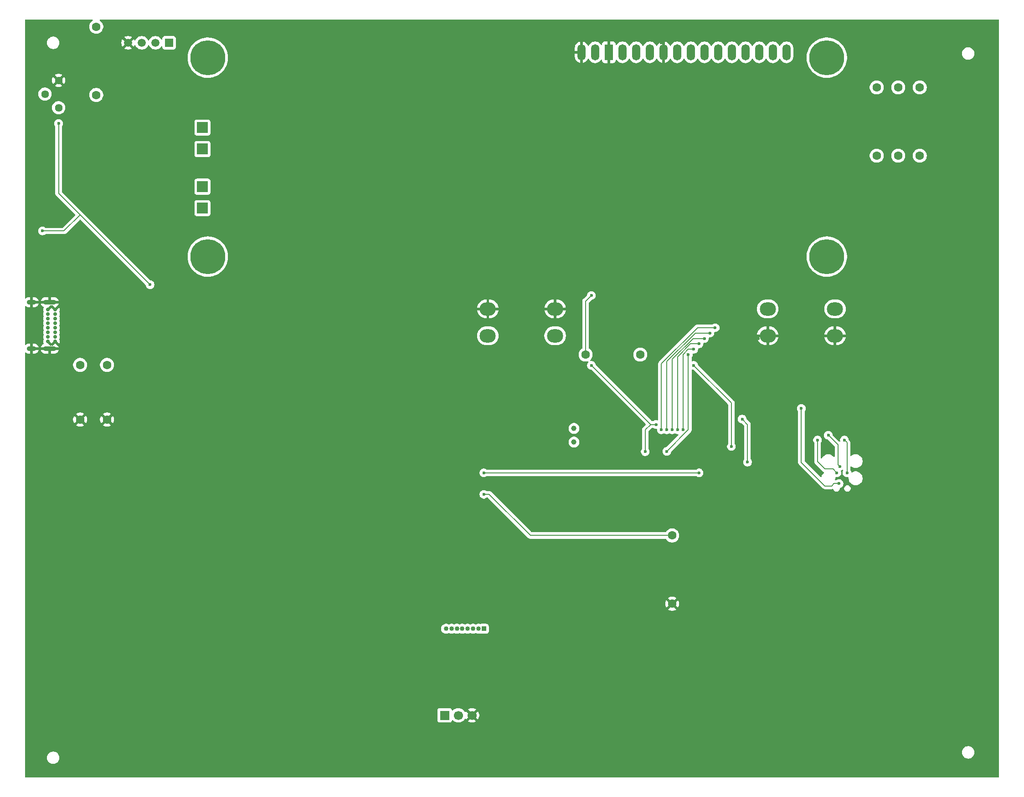
<source format=gbr>
%TF.GenerationSoftware,KiCad,Pcbnew,9.0.4*%
%TF.CreationDate,2025-12-18T16:12:58-05:00*%
%TF.ProjectId,ECET230 Smart Plant Monitor,45434554-3233-4302-9053-6d6172742050,rev?*%
%TF.SameCoordinates,Original*%
%TF.FileFunction,Copper,L2,Bot*%
%TF.FilePolarity,Positive*%
%FSLAX46Y46*%
G04 Gerber Fmt 4.6, Leading zero omitted, Abs format (unit mm)*
G04 Created by KiCad (PCBNEW 9.0.4) date 2025-12-18 16:12:58*
%MOMM*%
%LPD*%
G01*
G04 APERTURE LIST*
%TA.AperFunction,ComponentPad*%
%ADD10R,1.700000X1.700000*%
%TD*%
%TA.AperFunction,ComponentPad*%
%ADD11C,1.700000*%
%TD*%
%TA.AperFunction,ComponentPad*%
%ADD12R,1.500000X1.500000*%
%TD*%
%TA.AperFunction,ComponentPad*%
%ADD13C,1.500000*%
%TD*%
%TA.AperFunction,ComponentPad*%
%ADD14C,1.600000*%
%TD*%
%TA.AperFunction,ComponentPad*%
%ADD15C,0.700000*%
%TD*%
%TA.AperFunction,ComponentPad*%
%ADD16O,2.400000X0.900000*%
%TD*%
%TA.AperFunction,ComponentPad*%
%ADD17O,1.700000X0.900000*%
%TD*%
%TA.AperFunction,ComponentPad*%
%ADD18C,6.500000*%
%TD*%
%TA.AperFunction,ComponentPad*%
%ADD19R,1.500000X3.000000*%
%TD*%
%TA.AperFunction,ComponentPad*%
%ADD20O,1.500000X3.000000*%
%TD*%
%TA.AperFunction,ComponentPad*%
%ADD21R,2.000000X2.000000*%
%TD*%
%TA.AperFunction,ComponentPad*%
%ADD22C,1.000000*%
%TD*%
%TA.AperFunction,ComponentPad*%
%ADD23O,3.000000X2.500000*%
%TD*%
%TA.AperFunction,ComponentPad*%
%ADD24R,0.850000X0.850000*%
%TD*%
%TA.AperFunction,ComponentPad*%
%ADD25C,0.850000*%
%TD*%
%TA.AperFunction,ComponentPad*%
%ADD26C,1.440000*%
%TD*%
%TA.AperFunction,ViaPad*%
%ADD27C,0.600000*%
%TD*%
%TA.AperFunction,Conductor*%
%ADD28C,0.203200*%
%TD*%
%TA.AperFunction,Conductor*%
%ADD29C,0.150000*%
%TD*%
G04 APERTURE END LIST*
D10*
%TO.P,J4,1,Pin_1*%
%TO.N,/A0*%
X141725000Y-148100000D03*
D11*
%TO.P,J4,2,Pin_2*%
%TO.N,VCC*%
X144265000Y-148100000D03*
%TO.P,J4,3,Pin_3*%
%TO.N,GND*%
X146805000Y-148100000D03*
%TD*%
D12*
%TO.P,U1,1,VDD*%
%TO.N,VCC*%
X90540000Y-23000000D03*
D13*
%TO.P,U1,2,DATA*%
%TO.N,/D2*%
X88000000Y-23000000D03*
%TO.P,U1,3,NC*%
%TO.N,unconnected-(U1-NC-Pad3)*%
X85460000Y-23000000D03*
%TO.P,U1,4,GND*%
%TO.N,GND*%
X82920000Y-23000000D03*
%TD*%
D14*
%TO.P,R3,1*%
%TO.N,Net-(D1-RK)*%
X230000000Y-31300000D03*
%TO.P,R3,2*%
%TO.N,/D9*%
X230000000Y-44000000D03*
%TD*%
D15*
%TO.P,J5,A1,GND*%
%TO.N,GND*%
X69350000Y-72600000D03*
%TO.P,J5,A4,VBUS*%
%TO.N,Net-(SW1A-A)*%
X69350000Y-73450000D03*
%TO.P,J5,A5,CC1*%
%TO.N,Net-(J5-CC1)*%
X69350000Y-74300000D03*
%TO.P,J5,A6*%
%TO.N,N/C*%
X69350000Y-75150000D03*
%TO.P,J5,A7*%
X69350000Y-76000000D03*
%TO.P,J5,A8*%
X69350000Y-76850000D03*
%TO.P,J5,A9,VBUS*%
%TO.N,Net-(SW1A-A)*%
X69350000Y-77700000D03*
%TO.P,J5,A12,GND*%
%TO.N,GND*%
X69350000Y-78550000D03*
%TO.P,J5,B1,GND*%
X68000000Y-78550000D03*
%TO.P,J5,B4,VBUS*%
%TO.N,Net-(SW1A-A)*%
X68000000Y-77700000D03*
%TO.P,J5,B5,CC2*%
%TO.N,Net-(J5-CC2)*%
X68000000Y-76850000D03*
%TO.P,J5,B6*%
%TO.N,N/C*%
X68000000Y-76000000D03*
%TO.P,J5,B7*%
X68000000Y-75150000D03*
%TO.P,J5,B8*%
X68000000Y-74300000D03*
%TO.P,J5,B9,VBUS*%
%TO.N,Net-(SW1A-A)*%
X68000000Y-73450000D03*
%TO.P,J5,B12,GND*%
%TO.N,GND*%
X68000000Y-72600000D03*
D16*
%TO.P,J5,S1,SHIELD*%
X68370000Y-71250000D03*
D17*
X64990000Y-71250000D03*
D16*
X68370000Y-79900000D03*
D17*
X64990000Y-79900000D03*
%TD*%
D18*
%TO.P,U2,*%
%TO.N,*%
X97730000Y-25770000D03*
X97730000Y-62770000D03*
X212730000Y-25770000D03*
X212730000Y-62770000D03*
D19*
%TO.P,U2,1,VSS*%
%TO.N,GND*%
X172230000Y-24770000D03*
D20*
%TO.P,U2,2,VDD*%
%TO.N,VCC*%
X174770000Y-24770000D03*
%TO.P,U2,3,VO*%
%TO.N,Net-(U2-VO)*%
X177310000Y-24770000D03*
%TO.P,U2,4,RS*%
%TO.N,/D30*%
X179850000Y-24770000D03*
%TO.P,U2,5,R/~{W}*%
%TO.N,GND*%
X182390000Y-24770000D03*
%TO.P,U2,6,E*%
%TO.N,/D31*%
X184930000Y-24770000D03*
%TO.P,U2,7,DB0*%
%TO.N,unconnected-(U2-DB0-Pad7)*%
X187470000Y-24770000D03*
%TO.P,U2,8,DB1*%
%TO.N,unconnected-(U2-DB1-Pad8)*%
X190010000Y-24770000D03*
%TO.P,U2,9,DB2*%
%TO.N,unconnected-(U2-DB2-Pad9)*%
X192550000Y-24770000D03*
%TO.P,U2,10,DB3*%
%TO.N,unconnected-(U2-DB3-Pad10)*%
X195090000Y-24770000D03*
%TO.P,U2,11,DB4*%
%TO.N,/D32*%
X197630000Y-24770000D03*
%TO.P,U2,12,DB5*%
%TO.N,/D33*%
X200170000Y-24770000D03*
%TO.P,U2,13,DB6*%
%TO.N,/D34*%
X202710000Y-24770000D03*
%TO.P,U2,14,DB7*%
%TO.N,/D35*%
X205250000Y-24770000D03*
%TO.P,U2,15,A/VEE*%
%TO.N,VCC*%
X169690000Y-24770000D03*
%TO.P,U2,16,K*%
%TO.N,GND*%
X167150000Y-24770000D03*
D21*
%TO.P,U2,A1,A1*%
%TO.N,unconnected-(U2-PadA1)*%
X96730000Y-38770000D03*
%TO.P,U2,A2,A2*%
%TO.N,unconnected-(U2-PadA2)*%
X96730000Y-49770000D03*
%TO.P,U2,K1,K1*%
%TO.N,unconnected-(U2-PadK1)*%
X96730000Y-42770000D03*
%TO.P,U2,K2,K2*%
%TO.N,unconnected-(U2-PadK2)*%
X96730000Y-53770000D03*
%TD*%
D14*
%TO.P,R8,1*%
%TO.N,Net-(J5-CC1)*%
X79000000Y-82920000D03*
%TO.P,R8,2*%
%TO.N,GND*%
X79000000Y-93080000D03*
%TD*%
D22*
%TO.P,Y2,1,1*%
%TO.N,Net-(U3-XTAL2)*%
X165755000Y-94730000D03*
%TO.P,Y2,2,2*%
%TO.N,Net-(U3-XTAL1)*%
X165755000Y-97270000D03*
%TD*%
D23*
%TO.P,SW2,1,1*%
%TO.N,/Reset*%
X201750000Y-72500000D03*
X214250000Y-72500000D03*
%TO.P,SW2,2,2*%
%TO.N,GND*%
X201750000Y-77500000D03*
X214250000Y-77500000D03*
%TD*%
D14*
%TO.P,R7,1*%
%TO.N,Net-(J5-CC2)*%
X74000000Y-82920000D03*
%TO.P,R7,2*%
%TO.N,GND*%
X74000000Y-93080000D03*
%TD*%
D23*
%TO.P,SW3,1,1*%
%TO.N,GND*%
X149750000Y-72500000D03*
X162250000Y-72500000D03*
%TO.P,SW3,2,2*%
%TO.N,/D7*%
X149750000Y-77500000D03*
X162250000Y-77500000D03*
%TD*%
D14*
%TO.P,R2,1*%
%TO.N,/A1*%
X184000000Y-114650000D03*
%TO.P,R2,2*%
%TO.N,GND*%
X184000000Y-127350000D03*
%TD*%
D24*
%TO.P,J1,1,Pin_1*%
%TO.N,/D22*%
X149000000Y-132000000D03*
D25*
%TO.P,J1,2,Pin_2*%
%TO.N,/D23*%
X148000000Y-132000000D03*
%TO.P,J1,3,Pin_3*%
%TO.N,/D24*%
X147000000Y-132000000D03*
%TO.P,J1,4,Pin_4*%
%TO.N,/D25*%
X146000000Y-132000000D03*
%TO.P,J1,5,Pin_5*%
%TO.N,/D26*%
X145000000Y-132000000D03*
%TO.P,J1,6,Pin_6*%
%TO.N,/D27*%
X144000000Y-132000000D03*
%TO.P,J1,7,Pin_7*%
%TO.N,/D28*%
X143000000Y-132000000D03*
%TO.P,J1,8,Pin_8*%
%TO.N,/D29*%
X142000000Y-132000000D03*
%TD*%
D14*
%TO.P,R6,1*%
%TO.N,/Reset*%
X178080000Y-81000000D03*
%TO.P,R6,2*%
%TO.N,VCC*%
X167920000Y-81000000D03*
%TD*%
%TO.P,R5,1*%
%TO.N,Net-(D1-BK)*%
X222000000Y-31300000D03*
%TO.P,R5,2*%
%TO.N,/D11*%
X222000000Y-44000000D03*
%TD*%
D26*
%TO.P,RV1,1,1*%
%TO.N,GND*%
X70000000Y-30000000D03*
%TO.P,RV1,2,2*%
%TO.N,Net-(U2-VO)*%
X67460000Y-32540000D03*
%TO.P,RV1,3,3*%
%TO.N,VCC*%
X70000000Y-35080000D03*
%TD*%
D14*
%TO.P,R4,1*%
%TO.N,Net-(D1-GK)*%
X226000000Y-31300000D03*
%TO.P,R4,2*%
%TO.N,/D10*%
X226000000Y-44000000D03*
%TD*%
%TO.P,R1,1*%
%TO.N,/A1*%
X77000000Y-32700000D03*
%TO.P,R1,2*%
%TO.N,VCC*%
X77000000Y-20000000D03*
%TD*%
D27*
%TO.N,GND*%
X225000000Y-29000000D03*
X147000000Y-73000000D03*
X68000000Y-70000000D03*
X161000000Y-91000000D03*
X168000000Y-90000000D03*
X147000000Y-146000000D03*
X178000000Y-83000000D03*
X165000000Y-90000000D03*
X83000000Y-28000000D03*
X205000000Y-106000000D03*
X200000000Y-78000000D03*
X216915191Y-105078527D03*
X146000000Y-85000000D03*
X193000000Y-101000000D03*
X167000000Y-28000000D03*
X203000000Y-93000000D03*
X182000000Y-23000000D03*
%TO.N,/Reset*%
X215000000Y-105000000D03*
X208000000Y-91000000D03*
%TO.N,Net-(J3-Pin_6)*%
X198000000Y-101000000D03*
X197000000Y-93000000D03*
%TO.N,VCC*%
X70000000Y-38000000D03*
X169000000Y-83000000D03*
X169000000Y-70000000D03*
X67000000Y-58000000D03*
X181000000Y-94000000D03*
X179000000Y-99051600D03*
X87000000Y-68000000D03*
%TO.N,/D50 (MISO)*%
X213000000Y-96000000D03*
X215117133Y-101795000D03*
%TO.N,/D52 (SCK)*%
X214605000Y-103000000D03*
X211000000Y-96898400D03*
%TO.N,/D51 (MOSI)*%
X216000000Y-96898400D03*
X216475000Y-103000000D03*
%TO.N,/A1*%
X149000000Y-107000000D03*
%TO.N,/D7*%
X188000000Y-83000000D03*
X195000000Y-98101600D03*
%TO.N,/D2*%
X149000000Y-103000000D03*
X189000000Y-103000000D03*
%TO.N,/D32*%
X185000000Y-95000000D03*
X189000000Y-79000000D03*
%TO.N,/D30*%
X187000000Y-81000000D03*
X183000000Y-99000000D03*
%TO.N,/D33*%
X184000000Y-95000000D03*
X190000000Y-78000000D03*
%TO.N,/D35*%
X192000000Y-76000000D03*
X182000000Y-95000000D03*
%TO.N,/D31*%
X188000000Y-80000000D03*
X186000000Y-95000000D03*
%TO.N,/D34*%
X183000000Y-95000000D03*
X191000000Y-77000000D03*
%TD*%
D28*
%TO.N,GND*%
X168000000Y-90000000D02*
X165000000Y-90000000D01*
%TO.N,/Reset*%
X208000000Y-101039932D02*
X208000000Y-91000000D01*
X215000000Y-105000000D02*
X214039932Y-105000000D01*
X214039932Y-105000000D02*
X213597482Y-105442450D01*
X213597482Y-105442450D02*
X212402518Y-105442450D01*
X212402518Y-105442450D02*
X208000000Y-101039932D01*
%TO.N,Net-(J3-Pin_6)*%
X198000000Y-94000000D02*
X197000000Y-93000000D01*
X198000000Y-101000000D02*
X198000000Y-94000000D01*
%TO.N,VCC*%
X169000000Y-83000000D02*
X180000000Y-94000000D01*
X167920000Y-71080000D02*
X167920000Y-81000000D01*
D29*
X67000000Y-58000000D02*
X71000000Y-58000000D01*
D28*
X180000000Y-94000000D02*
X181000000Y-94000000D01*
X70000000Y-51000000D02*
X70000000Y-38000000D01*
X169000000Y-70000000D02*
X167920000Y-71080000D01*
X179000000Y-95000000D02*
X180000000Y-94000000D01*
X179000000Y-99051600D02*
X179000000Y-95000000D01*
D29*
X71000000Y-58000000D02*
X74000000Y-55000000D01*
D28*
X78000000Y-59000000D02*
X74000000Y-55000000D01*
X78000000Y-59000000D02*
X87000000Y-68000000D01*
X74000000Y-55000000D02*
X70000000Y-51000000D01*
%TO.N,/D50 (MISO)*%
X214789700Y-101467567D02*
X214789700Y-97789700D01*
X214789700Y-97789700D02*
X213000000Y-96000000D01*
X215117133Y-101795000D02*
X214789700Y-101467567D01*
%TO.N,/D52 (SCK)*%
X211000000Y-100864932D02*
X211000000Y-96898400D01*
X213872450Y-102267450D02*
X212402518Y-102267450D01*
X214605000Y-103000000D02*
X213872450Y-102267450D01*
X212402518Y-102267450D02*
X211000000Y-100864932D01*
%TO.N,/D51 (MOSI)*%
X216475000Y-97373400D02*
X216000000Y-96898400D01*
X216475000Y-103000000D02*
X216475000Y-97373400D01*
%TO.N,/A1*%
X157650000Y-114650000D02*
X184000000Y-114650000D01*
X149000000Y-107000000D02*
X150000000Y-107000000D01*
X150000000Y-107000000D02*
X157650000Y-114650000D01*
%TO.N,/D7*%
X188000000Y-83000000D02*
X195000000Y-90000000D01*
X195000000Y-90000000D02*
X195000000Y-98101600D01*
%TO.N,/D2*%
X149000000Y-103000000D02*
X189000000Y-103000000D01*
%TO.N,/D32*%
X189000000Y-79000000D02*
X187428375Y-79000000D01*
X187428375Y-79000000D02*
X185000000Y-81428375D01*
X185000000Y-81428375D02*
X185000000Y-95000000D01*
%TO.N,/D30*%
X187000000Y-95000000D02*
X183000000Y-99000000D01*
X187000000Y-81000000D02*
X187000000Y-95000000D01*
%TO.N,/D33*%
X190000000Y-78000000D02*
X187856750Y-78000000D01*
X187856750Y-78000000D02*
X184000000Y-81856750D01*
X184000000Y-81856750D02*
X184000000Y-95000000D01*
%TO.N,/D35*%
X188713500Y-76000000D02*
X182000000Y-82713500D01*
X192000000Y-76000000D02*
X188713500Y-76000000D01*
X182000000Y-82713500D02*
X182000000Y-95000000D01*
%TO.N,/D31*%
X186000000Y-81000000D02*
X186000000Y-94000000D01*
X188000000Y-80000000D02*
X187000000Y-80000000D01*
X186000000Y-94000000D02*
X186000000Y-95000000D01*
X187000000Y-80000000D02*
X186000000Y-81000000D01*
%TO.N,/D34*%
X183000000Y-82285125D02*
X183000000Y-95000000D01*
X188285125Y-77000000D02*
X183000000Y-82285125D01*
X191000000Y-77000000D02*
X188285125Y-77000000D01*
%TD*%
%TA.AperFunction,Conductor*%
%TO.N,GND*%
G36*
X76313087Y-18682685D02*
G01*
X76358842Y-18735489D01*
X76368786Y-18804647D01*
X76339761Y-18868203D01*
X76318933Y-18887319D01*
X76318392Y-18887711D01*
X76318390Y-18887713D01*
X76250453Y-18937071D01*
X76152780Y-19008034D01*
X76008028Y-19152786D01*
X75887715Y-19318386D01*
X75794781Y-19500776D01*
X75731522Y-19695465D01*
X75699500Y-19897648D01*
X75699500Y-20102351D01*
X75731522Y-20304534D01*
X75794781Y-20499223D01*
X75887715Y-20681613D01*
X76008028Y-20847213D01*
X76152786Y-20991971D01*
X76307749Y-21104556D01*
X76318390Y-21112287D01*
X76434607Y-21171503D01*
X76500776Y-21205218D01*
X76500778Y-21205218D01*
X76500781Y-21205220D01*
X76605137Y-21239127D01*
X76695465Y-21268477D01*
X76796557Y-21284488D01*
X76897648Y-21300500D01*
X76897649Y-21300500D01*
X77102351Y-21300500D01*
X77102352Y-21300500D01*
X77304534Y-21268477D01*
X77499219Y-21205220D01*
X77681610Y-21112287D01*
X77774590Y-21044732D01*
X77847213Y-20991971D01*
X77847215Y-20991968D01*
X77847219Y-20991966D01*
X77991966Y-20847219D01*
X77991968Y-20847215D01*
X77991971Y-20847213D01*
X78044732Y-20774590D01*
X78112287Y-20681610D01*
X78205220Y-20499219D01*
X78268477Y-20304534D01*
X78300500Y-20102352D01*
X78300500Y-19897648D01*
X78268477Y-19695466D01*
X78205220Y-19500781D01*
X78205218Y-19500778D01*
X78205218Y-19500776D01*
X78171503Y-19434607D01*
X78112287Y-19318390D01*
X78104556Y-19307749D01*
X77991971Y-19152786D01*
X77847219Y-19008034D01*
X77681610Y-18887713D01*
X77681607Y-18887711D01*
X77681067Y-18887319D01*
X77638401Y-18831989D01*
X77632422Y-18762375D01*
X77665027Y-18700580D01*
X77725866Y-18666223D01*
X77753952Y-18663000D01*
X244625500Y-18663000D01*
X244692539Y-18682685D01*
X244738294Y-18735489D01*
X244749500Y-18787000D01*
X244749500Y-159538000D01*
X244729815Y-159605039D01*
X244677011Y-159650794D01*
X244625500Y-159662000D01*
X63874500Y-159662000D01*
X63807461Y-159642315D01*
X63761706Y-159589511D01*
X63750500Y-159538000D01*
X63750500Y-155909448D01*
X67849500Y-155909448D01*
X67849500Y-156090551D01*
X67877829Y-156269410D01*
X67933787Y-156441636D01*
X67933788Y-156441639D01*
X68016006Y-156602997D01*
X68122441Y-156749494D01*
X68122445Y-156749499D01*
X68250500Y-156877554D01*
X68250505Y-156877558D01*
X68378287Y-156970396D01*
X68397006Y-156983996D01*
X68502484Y-157037740D01*
X68558360Y-157066211D01*
X68558363Y-157066212D01*
X68644476Y-157094191D01*
X68730591Y-157122171D01*
X68813429Y-157135291D01*
X68909449Y-157150500D01*
X68909454Y-157150500D01*
X69090551Y-157150500D01*
X69177259Y-157136765D01*
X69269409Y-157122171D01*
X69441639Y-157066211D01*
X69602994Y-156983996D01*
X69749501Y-156877553D01*
X69877553Y-156749501D01*
X69983996Y-156602994D01*
X70066211Y-156441639D01*
X70122171Y-156269409D01*
X70136765Y-156177259D01*
X70150500Y-156090551D01*
X70150500Y-155909448D01*
X70125166Y-155749501D01*
X70122171Y-155730591D01*
X70066211Y-155558361D01*
X70066211Y-155558360D01*
X70037740Y-155502484D01*
X69983996Y-155397006D01*
X69891292Y-155269409D01*
X69877558Y-155250505D01*
X69877554Y-155250500D01*
X69749499Y-155122445D01*
X69749494Y-155122441D01*
X69602997Y-155016005D01*
X69601153Y-155015066D01*
X69601152Y-155015065D01*
X69441639Y-154933788D01*
X69441636Y-154933787D01*
X69366726Y-154909448D01*
X237849500Y-154909448D01*
X237849500Y-155090551D01*
X237877829Y-155269410D01*
X237933787Y-155441636D01*
X237933788Y-155441639D01*
X238016006Y-155602997D01*
X238122441Y-155749494D01*
X238122445Y-155749499D01*
X238250500Y-155877554D01*
X238250505Y-155877558D01*
X238294407Y-155909454D01*
X238397006Y-155983996D01*
X238502484Y-156037740D01*
X238558360Y-156066211D01*
X238558363Y-156066212D01*
X238633258Y-156090546D01*
X238730591Y-156122171D01*
X238813429Y-156135291D01*
X238909449Y-156150500D01*
X238909454Y-156150500D01*
X239090551Y-156150500D01*
X239177259Y-156136765D01*
X239269409Y-156122171D01*
X239441639Y-156066211D01*
X239602994Y-155983996D01*
X239749501Y-155877553D01*
X239877553Y-155749501D01*
X239983996Y-155602994D01*
X240066211Y-155441639D01*
X240122171Y-155269409D01*
X240136765Y-155177259D01*
X240150500Y-155090551D01*
X240150500Y-154909448D01*
X240134019Y-154805397D01*
X240122171Y-154730591D01*
X240066211Y-154558361D01*
X240066211Y-154558360D01*
X240037740Y-154502484D01*
X239983996Y-154397006D01*
X239970396Y-154378287D01*
X239877558Y-154250505D01*
X239877554Y-154250500D01*
X239749499Y-154122445D01*
X239749494Y-154122441D01*
X239602997Y-154016006D01*
X239602996Y-154016005D01*
X239602994Y-154016004D01*
X239551300Y-153989664D01*
X239441639Y-153933788D01*
X239441636Y-153933787D01*
X239269410Y-153877829D01*
X239090551Y-153849500D01*
X239090546Y-153849500D01*
X238909454Y-153849500D01*
X238909449Y-153849500D01*
X238730589Y-153877829D01*
X238558363Y-153933787D01*
X238558360Y-153933788D01*
X238397002Y-154016006D01*
X238250505Y-154122441D01*
X238250500Y-154122445D01*
X238122445Y-154250500D01*
X238122441Y-154250505D01*
X238016006Y-154397002D01*
X237933788Y-154558360D01*
X237933787Y-154558363D01*
X237877829Y-154730589D01*
X237849500Y-154909448D01*
X69366726Y-154909448D01*
X69269410Y-154877829D01*
X69090551Y-154849500D01*
X69090546Y-154849500D01*
X68909454Y-154849500D01*
X68909449Y-154849500D01*
X68730589Y-154877829D01*
X68558363Y-154933787D01*
X68558360Y-154933788D01*
X68397002Y-155016006D01*
X68250505Y-155122441D01*
X68250500Y-155122445D01*
X68122445Y-155250500D01*
X68122441Y-155250505D01*
X68016006Y-155397002D01*
X67933788Y-155558360D01*
X67933787Y-155558363D01*
X67877829Y-155730589D01*
X67849500Y-155909448D01*
X63750500Y-155909448D01*
X63750500Y-147202135D01*
X140374500Y-147202135D01*
X140374500Y-148997870D01*
X140374501Y-148997876D01*
X140380908Y-149057483D01*
X140431202Y-149192328D01*
X140431206Y-149192335D01*
X140517452Y-149307544D01*
X140517455Y-149307547D01*
X140632664Y-149393793D01*
X140632671Y-149393797D01*
X140767517Y-149444091D01*
X140767516Y-149444091D01*
X140774444Y-149444835D01*
X140827127Y-149450500D01*
X142622872Y-149450499D01*
X142682483Y-149444091D01*
X142817331Y-149393796D01*
X142932546Y-149307546D01*
X143018796Y-149192331D01*
X143067810Y-149060916D01*
X143109681Y-149004984D01*
X143175145Y-148980566D01*
X143243418Y-148995417D01*
X143271673Y-149016569D01*
X143385213Y-149130109D01*
X143557179Y-149255048D01*
X143557181Y-149255049D01*
X143557184Y-149255051D01*
X143746588Y-149351557D01*
X143948757Y-149417246D01*
X144158713Y-149450500D01*
X144158714Y-149450500D01*
X144371286Y-149450500D01*
X144371287Y-149450500D01*
X144581243Y-149417246D01*
X144783412Y-149351557D01*
X144972816Y-149255051D01*
X145059138Y-149192335D01*
X145144786Y-149130109D01*
X145144788Y-149130106D01*
X145144792Y-149130104D01*
X145295104Y-148979792D01*
X145295106Y-148979788D01*
X145295109Y-148979786D01*
X145380890Y-148861717D01*
X145420051Y-148807816D01*
X145424793Y-148798508D01*
X145472763Y-148747711D01*
X145540583Y-148730911D01*
X145606719Y-148753445D01*
X145645763Y-148798500D01*
X145650373Y-148807547D01*
X145689728Y-148861716D01*
X146322037Y-148229408D01*
X146339075Y-148292993D01*
X146404901Y-148407007D01*
X146497993Y-148500099D01*
X146612007Y-148565925D01*
X146675590Y-148582962D01*
X146043282Y-149215269D01*
X146043282Y-149215270D01*
X146097449Y-149254624D01*
X146286782Y-149351095D01*
X146488870Y-149416757D01*
X146698754Y-149450000D01*
X146911246Y-149450000D01*
X147121127Y-149416757D01*
X147121130Y-149416757D01*
X147323217Y-149351095D01*
X147512554Y-149254622D01*
X147566716Y-149215270D01*
X147566717Y-149215270D01*
X146934408Y-148582962D01*
X146997993Y-148565925D01*
X147112007Y-148500099D01*
X147205099Y-148407007D01*
X147270925Y-148292993D01*
X147287962Y-148229408D01*
X147920270Y-148861717D01*
X147920270Y-148861716D01*
X147959622Y-148807554D01*
X148056095Y-148618217D01*
X148121757Y-148416130D01*
X148121757Y-148416127D01*
X148155000Y-148206246D01*
X148155000Y-147993753D01*
X148121757Y-147783872D01*
X148121757Y-147783869D01*
X148056095Y-147581782D01*
X147959624Y-147392449D01*
X147920270Y-147338282D01*
X147920269Y-147338282D01*
X147287962Y-147970590D01*
X147270925Y-147907007D01*
X147205099Y-147792993D01*
X147112007Y-147699901D01*
X146997993Y-147634075D01*
X146934409Y-147617037D01*
X147566716Y-146984728D01*
X147512550Y-146945375D01*
X147323217Y-146848904D01*
X147121129Y-146783242D01*
X146911246Y-146750000D01*
X146698754Y-146750000D01*
X146488872Y-146783242D01*
X146488869Y-146783242D01*
X146286782Y-146848904D01*
X146097439Y-146945380D01*
X146043282Y-146984727D01*
X146043282Y-146984728D01*
X146675591Y-147617037D01*
X146612007Y-147634075D01*
X146497993Y-147699901D01*
X146404901Y-147792993D01*
X146339075Y-147907007D01*
X146322037Y-147970591D01*
X145689728Y-147338282D01*
X145689727Y-147338282D01*
X145650380Y-147392440D01*
X145650376Y-147392446D01*
X145645760Y-147401505D01*
X145597781Y-147452297D01*
X145529959Y-147469087D01*
X145463826Y-147446543D01*
X145424794Y-147401493D01*
X145420051Y-147392184D01*
X145420049Y-147392181D01*
X145420048Y-147392179D01*
X145295109Y-147220213D01*
X145144786Y-147069890D01*
X144972820Y-146944951D01*
X144783414Y-146848444D01*
X144783413Y-146848443D01*
X144783412Y-146848443D01*
X144581243Y-146782754D01*
X144581241Y-146782753D01*
X144581240Y-146782753D01*
X144419957Y-146757208D01*
X144371287Y-146749500D01*
X144158713Y-146749500D01*
X144110042Y-146757208D01*
X143948760Y-146782753D01*
X143746585Y-146848444D01*
X143557179Y-146944951D01*
X143385215Y-147069889D01*
X143271673Y-147183431D01*
X143210350Y-147216915D01*
X143140658Y-147211931D01*
X143084725Y-147170059D01*
X143067810Y-147139082D01*
X143018797Y-147007671D01*
X143018793Y-147007664D01*
X142932547Y-146892455D01*
X142932544Y-146892452D01*
X142817335Y-146806206D01*
X142817328Y-146806202D01*
X142682482Y-146755908D01*
X142682483Y-146755908D01*
X142622883Y-146749501D01*
X142622881Y-146749500D01*
X142622873Y-146749500D01*
X142622864Y-146749500D01*
X140827129Y-146749500D01*
X140827123Y-146749501D01*
X140767516Y-146755908D01*
X140632671Y-146806202D01*
X140632664Y-146806206D01*
X140517455Y-146892452D01*
X140517452Y-146892455D01*
X140431206Y-147007664D01*
X140431202Y-147007671D01*
X140380908Y-147142517D01*
X140374501Y-147202116D01*
X140374500Y-147202135D01*
X63750500Y-147202135D01*
X63750500Y-132091156D01*
X141074499Y-132091156D01*
X141110065Y-132269952D01*
X141110068Y-132269962D01*
X141179831Y-132438387D01*
X141179833Y-132438391D01*
X141281113Y-132589967D01*
X141281119Y-132589975D01*
X141410024Y-132718880D01*
X141410032Y-132718886D01*
X141561608Y-132820166D01*
X141561612Y-132820168D01*
X141730037Y-132889931D01*
X141730042Y-132889933D01*
X141730046Y-132889933D01*
X141730047Y-132889934D01*
X141908843Y-132925500D01*
X141908846Y-132925500D01*
X142091156Y-132925500D01*
X142211445Y-132901572D01*
X142269958Y-132889933D01*
X142438389Y-132820167D01*
X142438394Y-132820163D01*
X142441541Y-132818482D01*
X142443386Y-132818097D01*
X142444018Y-132817836D01*
X142444067Y-132817955D01*
X142509943Y-132804236D01*
X142558459Y-132818482D01*
X142561615Y-132820169D01*
X142730037Y-132889931D01*
X142730042Y-132889933D01*
X142730046Y-132889933D01*
X142730047Y-132889934D01*
X142908843Y-132925500D01*
X142908846Y-132925500D01*
X143091156Y-132925500D01*
X143211445Y-132901572D01*
X143269958Y-132889933D01*
X143438389Y-132820167D01*
X143438394Y-132820163D01*
X143441541Y-132818482D01*
X143443386Y-132818097D01*
X143444018Y-132817836D01*
X143444067Y-132817955D01*
X143509943Y-132804236D01*
X143558459Y-132818482D01*
X143561615Y-132820169D01*
X143730037Y-132889931D01*
X143730042Y-132889933D01*
X143730046Y-132889933D01*
X143730047Y-132889934D01*
X143908843Y-132925500D01*
X143908846Y-132925500D01*
X144091156Y-132925500D01*
X144211445Y-132901572D01*
X144269958Y-132889933D01*
X144438389Y-132820167D01*
X144438394Y-132820163D01*
X144441541Y-132818482D01*
X144443386Y-132818097D01*
X144444018Y-132817836D01*
X144444067Y-132817955D01*
X144509943Y-132804236D01*
X144558459Y-132818482D01*
X144561615Y-132820169D01*
X144730037Y-132889931D01*
X144730042Y-132889933D01*
X144730046Y-132889933D01*
X144730047Y-132889934D01*
X144908843Y-132925500D01*
X144908846Y-132925500D01*
X145091156Y-132925500D01*
X145211445Y-132901572D01*
X145269958Y-132889933D01*
X145438389Y-132820167D01*
X145438394Y-132820163D01*
X145441541Y-132818482D01*
X145443386Y-132818097D01*
X145444018Y-132817836D01*
X145444067Y-132817955D01*
X145509943Y-132804236D01*
X145558459Y-132818482D01*
X145561615Y-132820169D01*
X145730037Y-132889931D01*
X145730042Y-132889933D01*
X145730046Y-132889933D01*
X145730047Y-132889934D01*
X145908843Y-132925500D01*
X145908846Y-132925500D01*
X146091156Y-132925500D01*
X146211445Y-132901572D01*
X146269958Y-132889933D01*
X146438389Y-132820167D01*
X146438394Y-132820163D01*
X146441541Y-132818482D01*
X146443386Y-132818097D01*
X146444018Y-132817836D01*
X146444067Y-132817955D01*
X146509943Y-132804236D01*
X146558459Y-132818482D01*
X146561615Y-132820169D01*
X146730037Y-132889931D01*
X146730042Y-132889933D01*
X146730046Y-132889933D01*
X146730047Y-132889934D01*
X146908843Y-132925500D01*
X146908846Y-132925500D01*
X147091156Y-132925500D01*
X147211445Y-132901572D01*
X147269958Y-132889933D01*
X147438389Y-132820167D01*
X147438394Y-132820163D01*
X147441541Y-132818482D01*
X147443386Y-132818097D01*
X147444018Y-132817836D01*
X147444067Y-132817955D01*
X147509943Y-132804236D01*
X147558459Y-132818482D01*
X147561615Y-132820169D01*
X147730037Y-132889931D01*
X147730042Y-132889933D01*
X147730046Y-132889933D01*
X147730047Y-132889934D01*
X147908843Y-132925500D01*
X147908846Y-132925500D01*
X148091156Y-132925500D01*
X148269953Y-132889934D01*
X148269953Y-132889933D01*
X148269958Y-132889933D01*
X148281442Y-132885175D01*
X148350909Y-132877703D01*
X148372226Y-132883549D01*
X148467517Y-132919091D01*
X148527127Y-132925500D01*
X149472872Y-132925499D01*
X149532483Y-132919091D01*
X149667331Y-132868796D01*
X149782546Y-132782546D01*
X149868796Y-132667331D01*
X149919091Y-132532483D01*
X149925500Y-132472873D01*
X149925499Y-131527128D01*
X149919091Y-131467517D01*
X149868796Y-131332669D01*
X149868795Y-131332668D01*
X149868793Y-131332664D01*
X149782547Y-131217455D01*
X149782544Y-131217452D01*
X149667335Y-131131206D01*
X149667328Y-131131202D01*
X149532482Y-131080908D01*
X149532483Y-131080908D01*
X149472883Y-131074501D01*
X149472881Y-131074500D01*
X149472873Y-131074500D01*
X149472864Y-131074500D01*
X148527129Y-131074500D01*
X148527123Y-131074501D01*
X148467516Y-131080908D01*
X148372233Y-131116447D01*
X148302541Y-131121431D01*
X148281448Y-131114826D01*
X148269962Y-131110068D01*
X148269952Y-131110065D01*
X148091156Y-131074500D01*
X148091154Y-131074500D01*
X147908846Y-131074500D01*
X147908844Y-131074500D01*
X147730047Y-131110065D01*
X147730041Y-131110067D01*
X147561605Y-131179835D01*
X147558444Y-131181525D01*
X147556600Y-131181908D01*
X147555984Y-131182164D01*
X147555935Y-131182047D01*
X147490040Y-131195761D01*
X147441556Y-131181525D01*
X147438394Y-131179835D01*
X147269958Y-131110067D01*
X147269952Y-131110065D01*
X147091156Y-131074500D01*
X147091154Y-131074500D01*
X146908846Y-131074500D01*
X146908844Y-131074500D01*
X146730047Y-131110065D01*
X146730041Y-131110067D01*
X146561605Y-131179835D01*
X146558444Y-131181525D01*
X146556600Y-131181908D01*
X146555984Y-131182164D01*
X146555935Y-131182047D01*
X146490040Y-131195761D01*
X146441556Y-131181525D01*
X146438394Y-131179835D01*
X146269958Y-131110067D01*
X146269952Y-131110065D01*
X146091156Y-131074500D01*
X146091154Y-131074500D01*
X145908846Y-131074500D01*
X145908844Y-131074500D01*
X145730047Y-131110065D01*
X145730041Y-131110067D01*
X145561605Y-131179835D01*
X145558444Y-131181525D01*
X145556600Y-131181908D01*
X145555984Y-131182164D01*
X145555935Y-131182047D01*
X145490040Y-131195761D01*
X145441556Y-131181525D01*
X145438394Y-131179835D01*
X145269958Y-131110067D01*
X145269952Y-131110065D01*
X145091156Y-131074500D01*
X145091154Y-131074500D01*
X144908846Y-131074500D01*
X144908844Y-131074500D01*
X144730047Y-131110065D01*
X144730041Y-131110067D01*
X144561605Y-131179835D01*
X144558444Y-131181525D01*
X144556600Y-131181908D01*
X144555984Y-131182164D01*
X144555935Y-131182047D01*
X144490040Y-131195761D01*
X144441556Y-131181525D01*
X144438394Y-131179835D01*
X144269958Y-131110067D01*
X144269952Y-131110065D01*
X144091156Y-131074500D01*
X144091154Y-131074500D01*
X143908846Y-131074500D01*
X143908844Y-131074500D01*
X143730047Y-131110065D01*
X143730041Y-131110067D01*
X143561605Y-131179835D01*
X143558444Y-131181525D01*
X143556600Y-131181908D01*
X143555984Y-131182164D01*
X143555935Y-131182047D01*
X143490040Y-131195761D01*
X143441556Y-131181525D01*
X143438394Y-131179835D01*
X143269958Y-131110067D01*
X143269952Y-131110065D01*
X143091156Y-131074500D01*
X143091154Y-131074500D01*
X142908846Y-131074500D01*
X142908844Y-131074500D01*
X142730047Y-131110065D01*
X142730041Y-131110067D01*
X142561605Y-131179835D01*
X142558444Y-131181525D01*
X142556600Y-131181908D01*
X142555984Y-131182164D01*
X142555935Y-131182047D01*
X142490040Y-131195761D01*
X142441556Y-131181525D01*
X142438394Y-131179835D01*
X142269958Y-131110067D01*
X142269952Y-131110065D01*
X142091156Y-131074500D01*
X142091154Y-131074500D01*
X141908846Y-131074500D01*
X141908844Y-131074500D01*
X141730047Y-131110065D01*
X141730037Y-131110068D01*
X141561612Y-131179831D01*
X141561608Y-131179833D01*
X141410032Y-131281113D01*
X141410024Y-131281119D01*
X141281119Y-131410024D01*
X141281113Y-131410032D01*
X141179833Y-131561608D01*
X141179831Y-131561612D01*
X141110068Y-131730037D01*
X141110065Y-131730047D01*
X141074500Y-131908843D01*
X141074500Y-131908846D01*
X141074500Y-132091154D01*
X141074500Y-132091156D01*
X141074499Y-132091156D01*
X63750500Y-132091156D01*
X63750500Y-127247682D01*
X182700000Y-127247682D01*
X182700000Y-127452317D01*
X182732009Y-127654417D01*
X182795244Y-127849031D01*
X182888141Y-128031350D01*
X182888147Y-128031359D01*
X182920523Y-128075921D01*
X182920524Y-128075922D01*
X183600000Y-127396446D01*
X183600000Y-127402661D01*
X183627259Y-127504394D01*
X183679920Y-127595606D01*
X183754394Y-127670080D01*
X183845606Y-127722741D01*
X183947339Y-127750000D01*
X183953553Y-127750000D01*
X183274076Y-128429474D01*
X183318650Y-128461859D01*
X183500968Y-128554755D01*
X183695582Y-128617990D01*
X183897683Y-128650000D01*
X184102317Y-128650000D01*
X184304417Y-128617990D01*
X184499031Y-128554755D01*
X184681349Y-128461859D01*
X184725921Y-128429474D01*
X184046447Y-127750000D01*
X184052661Y-127750000D01*
X184154394Y-127722741D01*
X184245606Y-127670080D01*
X184320080Y-127595606D01*
X184372741Y-127504394D01*
X184400000Y-127402661D01*
X184400000Y-127396447D01*
X185079474Y-128075921D01*
X185111859Y-128031349D01*
X185204755Y-127849031D01*
X185267990Y-127654417D01*
X185300000Y-127452317D01*
X185300000Y-127247682D01*
X185267990Y-127045582D01*
X185204755Y-126850968D01*
X185111859Y-126668650D01*
X185079474Y-126624077D01*
X185079474Y-126624076D01*
X184400000Y-127303551D01*
X184400000Y-127297339D01*
X184372741Y-127195606D01*
X184320080Y-127104394D01*
X184245606Y-127029920D01*
X184154394Y-126977259D01*
X184052661Y-126950000D01*
X184046446Y-126950000D01*
X184725922Y-126270524D01*
X184725921Y-126270523D01*
X184681359Y-126238147D01*
X184681350Y-126238141D01*
X184499031Y-126145244D01*
X184304417Y-126082009D01*
X184102317Y-126050000D01*
X183897683Y-126050000D01*
X183695582Y-126082009D01*
X183500968Y-126145244D01*
X183318644Y-126238143D01*
X183274077Y-126270523D01*
X183274077Y-126270524D01*
X183953554Y-126950000D01*
X183947339Y-126950000D01*
X183845606Y-126977259D01*
X183754394Y-127029920D01*
X183679920Y-127104394D01*
X183627259Y-127195606D01*
X183600000Y-127297339D01*
X183600000Y-127303553D01*
X182920524Y-126624077D01*
X182920523Y-126624077D01*
X182888143Y-126668644D01*
X182795244Y-126850968D01*
X182732009Y-127045582D01*
X182700000Y-127247682D01*
X63750500Y-127247682D01*
X63750500Y-106921153D01*
X148199500Y-106921153D01*
X148199500Y-107078846D01*
X148230261Y-107233489D01*
X148230264Y-107233501D01*
X148290602Y-107379172D01*
X148290609Y-107379185D01*
X148378210Y-107510288D01*
X148378213Y-107510292D01*
X148489706Y-107621785D01*
X148489711Y-107621789D01*
X148620814Y-107709390D01*
X148620827Y-107709397D01*
X148766498Y-107769735D01*
X148766503Y-107769737D01*
X148921153Y-107800499D01*
X148921156Y-107800500D01*
X148921158Y-107800500D01*
X149078844Y-107800500D01*
X149078845Y-107800499D01*
X149233497Y-107769737D01*
X149379179Y-107709394D01*
X149379185Y-107709390D01*
X149508480Y-107622998D01*
X149526526Y-107617347D01*
X149542436Y-107607123D01*
X149573395Y-107602671D01*
X149575157Y-107602120D01*
X149577371Y-107602100D01*
X149699240Y-107602100D01*
X149766279Y-107621785D01*
X149786921Y-107638419D01*
X157168200Y-115019698D01*
X157280302Y-115131800D01*
X157417598Y-115211067D01*
X157570732Y-115252100D01*
X157729268Y-115252100D01*
X182771214Y-115252100D01*
X182838253Y-115271785D01*
X182881697Y-115319804D01*
X182887713Y-115331610D01*
X183008030Y-115497213D01*
X183008034Y-115497219D01*
X183152786Y-115641971D01*
X183307749Y-115754556D01*
X183318390Y-115762287D01*
X183434607Y-115821503D01*
X183500776Y-115855218D01*
X183500778Y-115855218D01*
X183500781Y-115855220D01*
X183605137Y-115889127D01*
X183695465Y-115918477D01*
X183796557Y-115934488D01*
X183897648Y-115950500D01*
X183897649Y-115950500D01*
X184102351Y-115950500D01*
X184102352Y-115950500D01*
X184304534Y-115918477D01*
X184499219Y-115855220D01*
X184681610Y-115762287D01*
X184774590Y-115694732D01*
X184847213Y-115641971D01*
X184847215Y-115641968D01*
X184847219Y-115641966D01*
X184991966Y-115497219D01*
X184991968Y-115497215D01*
X184991971Y-115497213D01*
X185044732Y-115424590D01*
X185112287Y-115331610D01*
X185205220Y-115149219D01*
X185268477Y-114954534D01*
X185300500Y-114752352D01*
X185300500Y-114547648D01*
X185268477Y-114345466D01*
X185205220Y-114150781D01*
X185205218Y-114150778D01*
X185205218Y-114150776D01*
X185142769Y-114028215D01*
X185112287Y-113968390D01*
X185104556Y-113957749D01*
X184991971Y-113802786D01*
X184847213Y-113658028D01*
X184681613Y-113537715D01*
X184681612Y-113537714D01*
X184681610Y-113537713D01*
X184624653Y-113508691D01*
X184499223Y-113444781D01*
X184304534Y-113381522D01*
X184129995Y-113353878D01*
X184102352Y-113349500D01*
X183897648Y-113349500D01*
X183873329Y-113353351D01*
X183695465Y-113381522D01*
X183500776Y-113444781D01*
X183318386Y-113537715D01*
X183152786Y-113658028D01*
X183008034Y-113802780D01*
X183008030Y-113802786D01*
X182887713Y-113968390D01*
X182881698Y-113980195D01*
X182833726Y-114030990D01*
X182771214Y-114047900D01*
X157950760Y-114047900D01*
X157883721Y-114028215D01*
X157863079Y-114011581D01*
X150369699Y-106518201D01*
X150369694Y-106518197D01*
X150339085Y-106500526D01*
X150320353Y-106489711D01*
X150232404Y-106438934D01*
X150232403Y-106438933D01*
X150181357Y-106425255D01*
X150079268Y-106397900D01*
X150079266Y-106397900D01*
X149577371Y-106397900D01*
X149510332Y-106378215D01*
X149508480Y-106377002D01*
X149379185Y-106290609D01*
X149379172Y-106290602D01*
X149233501Y-106230264D01*
X149233489Y-106230261D01*
X149078845Y-106199500D01*
X149078842Y-106199500D01*
X148921158Y-106199500D01*
X148921155Y-106199500D01*
X148766510Y-106230261D01*
X148766498Y-106230264D01*
X148620827Y-106290602D01*
X148620814Y-106290609D01*
X148489711Y-106378210D01*
X148489707Y-106378213D01*
X148378213Y-106489707D01*
X148378210Y-106489711D01*
X148290609Y-106620814D01*
X148290602Y-106620827D01*
X148230264Y-106766498D01*
X148230261Y-106766510D01*
X148199500Y-106921153D01*
X63750500Y-106921153D01*
X63750500Y-102921153D01*
X148199500Y-102921153D01*
X148199500Y-103078846D01*
X148230261Y-103233489D01*
X148230264Y-103233501D01*
X148290602Y-103379172D01*
X148290609Y-103379185D01*
X148378210Y-103510288D01*
X148378213Y-103510292D01*
X148489706Y-103621785D01*
X148489711Y-103621789D01*
X148620814Y-103709390D01*
X148620827Y-103709397D01*
X148760595Y-103767290D01*
X148766503Y-103769737D01*
X148921153Y-103800499D01*
X148921156Y-103800500D01*
X148921158Y-103800500D01*
X149078844Y-103800500D01*
X149078845Y-103800499D01*
X149233497Y-103769737D01*
X149379179Y-103709394D01*
X149508480Y-103622998D01*
X149575157Y-103602120D01*
X149577371Y-103602100D01*
X188422629Y-103602100D01*
X188489668Y-103621785D01*
X188491520Y-103622998D01*
X188620814Y-103709390D01*
X188620827Y-103709397D01*
X188760595Y-103767290D01*
X188766503Y-103769737D01*
X188921153Y-103800499D01*
X188921156Y-103800500D01*
X188921158Y-103800500D01*
X189078844Y-103800500D01*
X189078845Y-103800499D01*
X189233497Y-103769737D01*
X189379179Y-103709394D01*
X189510289Y-103621789D01*
X189510291Y-103621787D01*
X189510294Y-103621785D01*
X189621786Y-103510292D01*
X189621789Y-103510289D01*
X189709394Y-103379179D01*
X189769737Y-103233497D01*
X189800500Y-103078842D01*
X189800500Y-102921158D01*
X189800500Y-102921155D01*
X189800499Y-102921153D01*
X189769737Y-102766503D01*
X189769735Y-102766498D01*
X189709397Y-102620827D01*
X189709390Y-102620814D01*
X189621789Y-102489711D01*
X189621786Y-102489707D01*
X189510292Y-102378213D01*
X189510288Y-102378210D01*
X189379185Y-102290609D01*
X189379172Y-102290602D01*
X189233501Y-102230264D01*
X189233489Y-102230261D01*
X189078845Y-102199500D01*
X189078842Y-102199500D01*
X188921158Y-102199500D01*
X188921155Y-102199500D01*
X188766510Y-102230261D01*
X188766498Y-102230264D01*
X188620827Y-102290602D01*
X188620814Y-102290609D01*
X188491520Y-102377002D01*
X188424843Y-102397880D01*
X188422629Y-102397900D01*
X149577371Y-102397900D01*
X149510332Y-102378215D01*
X149508480Y-102377002D01*
X149379185Y-102290609D01*
X149379172Y-102290602D01*
X149233501Y-102230264D01*
X149233489Y-102230261D01*
X149078845Y-102199500D01*
X149078842Y-102199500D01*
X148921158Y-102199500D01*
X148921155Y-102199500D01*
X148766510Y-102230261D01*
X148766498Y-102230264D01*
X148620827Y-102290602D01*
X148620814Y-102290609D01*
X148489711Y-102378210D01*
X148489707Y-102378213D01*
X148378213Y-102489707D01*
X148378210Y-102489711D01*
X148290609Y-102620814D01*
X148290602Y-102620827D01*
X148230264Y-102766498D01*
X148230261Y-102766510D01*
X148199500Y-102921153D01*
X63750500Y-102921153D01*
X63750500Y-97368543D01*
X164754499Y-97368543D01*
X164792947Y-97561829D01*
X164792950Y-97561839D01*
X164868364Y-97743907D01*
X164868371Y-97743920D01*
X164977860Y-97907781D01*
X164977863Y-97907785D01*
X165117214Y-98047136D01*
X165117218Y-98047139D01*
X165281079Y-98156628D01*
X165281092Y-98156635D01*
X165458848Y-98230263D01*
X165463165Y-98232051D01*
X165463169Y-98232051D01*
X165463170Y-98232052D01*
X165656456Y-98270500D01*
X165656459Y-98270500D01*
X165853543Y-98270500D01*
X165983582Y-98244632D01*
X166046835Y-98232051D01*
X166228914Y-98156632D01*
X166392782Y-98047139D01*
X166532139Y-97907782D01*
X166641632Y-97743914D01*
X166717051Y-97561835D01*
X166745264Y-97420002D01*
X166755500Y-97368543D01*
X166755500Y-97171456D01*
X166717052Y-96978170D01*
X166717051Y-96978169D01*
X166717051Y-96978165D01*
X166662888Y-96847402D01*
X166641635Y-96796092D01*
X166641628Y-96796079D01*
X166532139Y-96632218D01*
X166532136Y-96632214D01*
X166392785Y-96492863D01*
X166392781Y-96492860D01*
X166228920Y-96383371D01*
X166228907Y-96383364D01*
X166046839Y-96307950D01*
X166046829Y-96307947D01*
X165853543Y-96269500D01*
X165853541Y-96269500D01*
X165656459Y-96269500D01*
X165656457Y-96269500D01*
X165463170Y-96307947D01*
X165463160Y-96307950D01*
X165281092Y-96383364D01*
X165281079Y-96383371D01*
X165117218Y-96492860D01*
X165117214Y-96492863D01*
X164977863Y-96632214D01*
X164977860Y-96632218D01*
X164868371Y-96796079D01*
X164868364Y-96796092D01*
X164792950Y-96978160D01*
X164792947Y-96978170D01*
X164754500Y-97171456D01*
X164754500Y-97171459D01*
X164754500Y-97368541D01*
X164754500Y-97368543D01*
X164754499Y-97368543D01*
X63750500Y-97368543D01*
X63750500Y-94828543D01*
X164754499Y-94828543D01*
X164792947Y-95021829D01*
X164792950Y-95021839D01*
X164868364Y-95203907D01*
X164868371Y-95203920D01*
X164977860Y-95367781D01*
X164977863Y-95367785D01*
X165117214Y-95507136D01*
X165117218Y-95507139D01*
X165281079Y-95616628D01*
X165281092Y-95616635D01*
X165463160Y-95692049D01*
X165463165Y-95692051D01*
X165463169Y-95692051D01*
X165463170Y-95692052D01*
X165656456Y-95730500D01*
X165656459Y-95730500D01*
X165853543Y-95730500D01*
X165983582Y-95704632D01*
X166046835Y-95692051D01*
X166228914Y-95616632D01*
X166392782Y-95507139D01*
X166532139Y-95367782D01*
X166641632Y-95203914D01*
X166717051Y-95021835D01*
X166755500Y-94828541D01*
X166755500Y-94631459D01*
X166755500Y-94631456D01*
X166717052Y-94438170D01*
X166717051Y-94438169D01*
X166717051Y-94438165D01*
X166717049Y-94438160D01*
X166641635Y-94256092D01*
X166641628Y-94256079D01*
X166532139Y-94092218D01*
X166532136Y-94092214D01*
X166392785Y-93952863D01*
X166392781Y-93952860D01*
X166228920Y-93843371D01*
X166228907Y-93843364D01*
X166046839Y-93767950D01*
X166046829Y-93767947D01*
X165853543Y-93729500D01*
X165853541Y-93729500D01*
X165656459Y-93729500D01*
X165656457Y-93729500D01*
X165463170Y-93767947D01*
X165463160Y-93767950D01*
X165281092Y-93843364D01*
X165281079Y-93843371D01*
X165117218Y-93952860D01*
X165117214Y-93952863D01*
X164977863Y-94092214D01*
X164977860Y-94092218D01*
X164868371Y-94256079D01*
X164868364Y-94256092D01*
X164792950Y-94438160D01*
X164792947Y-94438170D01*
X164754500Y-94631456D01*
X164754500Y-94631459D01*
X164754500Y-94828541D01*
X164754500Y-94828543D01*
X164754499Y-94828543D01*
X63750500Y-94828543D01*
X63750500Y-92977682D01*
X72700000Y-92977682D01*
X72700000Y-93182317D01*
X72732009Y-93384417D01*
X72795244Y-93579031D01*
X72888141Y-93761350D01*
X72888147Y-93761359D01*
X72920523Y-93805921D01*
X72920524Y-93805922D01*
X73600000Y-93126446D01*
X73600000Y-93132661D01*
X73627259Y-93234394D01*
X73679920Y-93325606D01*
X73754394Y-93400080D01*
X73845606Y-93452741D01*
X73947339Y-93480000D01*
X73953553Y-93480000D01*
X73274076Y-94159474D01*
X73318650Y-94191859D01*
X73500968Y-94284755D01*
X73695582Y-94347990D01*
X73897683Y-94380000D01*
X74102317Y-94380000D01*
X74304417Y-94347990D01*
X74499031Y-94284755D01*
X74681349Y-94191859D01*
X74725921Y-94159474D01*
X74046447Y-93480000D01*
X74052661Y-93480000D01*
X74154394Y-93452741D01*
X74245606Y-93400080D01*
X74320080Y-93325606D01*
X74372741Y-93234394D01*
X74400000Y-93132661D01*
X74400000Y-93126448D01*
X75079474Y-93805922D01*
X75079474Y-93805921D01*
X75111859Y-93761349D01*
X75204755Y-93579031D01*
X75267990Y-93384417D01*
X75300000Y-93182317D01*
X75300000Y-92977682D01*
X77700000Y-92977682D01*
X77700000Y-93182317D01*
X77732009Y-93384417D01*
X77795244Y-93579031D01*
X77888141Y-93761350D01*
X77888147Y-93761359D01*
X77920523Y-93805921D01*
X77920524Y-93805922D01*
X78600000Y-93126446D01*
X78600000Y-93132661D01*
X78627259Y-93234394D01*
X78679920Y-93325606D01*
X78754394Y-93400080D01*
X78845606Y-93452741D01*
X78947339Y-93480000D01*
X78953553Y-93480000D01*
X78274076Y-94159474D01*
X78318650Y-94191859D01*
X78500968Y-94284755D01*
X78695582Y-94347990D01*
X78897683Y-94380000D01*
X79102317Y-94380000D01*
X79304417Y-94347990D01*
X79499031Y-94284755D01*
X79681349Y-94191859D01*
X79725921Y-94159474D01*
X79046447Y-93480000D01*
X79052661Y-93480000D01*
X79154394Y-93452741D01*
X79245606Y-93400080D01*
X79320080Y-93325606D01*
X79372741Y-93234394D01*
X79400000Y-93132661D01*
X79400000Y-93126447D01*
X80079474Y-93805921D01*
X80111859Y-93761349D01*
X80204755Y-93579031D01*
X80267990Y-93384417D01*
X80300000Y-93182317D01*
X80300000Y-92977682D01*
X80267990Y-92775582D01*
X80204755Y-92580968D01*
X80111859Y-92398650D01*
X80079474Y-92354077D01*
X80079474Y-92354076D01*
X79400000Y-93033551D01*
X79400000Y-93027339D01*
X79372741Y-92925606D01*
X79320080Y-92834394D01*
X79245606Y-92759920D01*
X79154394Y-92707259D01*
X79052661Y-92680000D01*
X79046446Y-92680000D01*
X79725922Y-92000524D01*
X79725921Y-92000523D01*
X79681359Y-91968147D01*
X79681350Y-91968141D01*
X79499031Y-91875244D01*
X79304417Y-91812009D01*
X79102317Y-91780000D01*
X78897683Y-91780000D01*
X78695582Y-91812009D01*
X78500968Y-91875244D01*
X78318644Y-91968143D01*
X78274077Y-92000523D01*
X78274077Y-92000524D01*
X78953554Y-92680000D01*
X78947339Y-92680000D01*
X78845606Y-92707259D01*
X78754394Y-92759920D01*
X78679920Y-92834394D01*
X78627259Y-92925606D01*
X78600000Y-93027339D01*
X78600000Y-93033553D01*
X77920524Y-92354077D01*
X77920523Y-92354077D01*
X77888143Y-92398644D01*
X77795244Y-92580968D01*
X77732009Y-92775582D01*
X77700000Y-92977682D01*
X75300000Y-92977682D01*
X75267990Y-92775582D01*
X75204755Y-92580968D01*
X75111859Y-92398650D01*
X75079474Y-92354077D01*
X75079474Y-92354076D01*
X74400000Y-93033551D01*
X74400000Y-93027339D01*
X74372741Y-92925606D01*
X74320080Y-92834394D01*
X74245606Y-92759920D01*
X74154394Y-92707259D01*
X74052661Y-92680000D01*
X74046446Y-92680000D01*
X74725922Y-92000524D01*
X74725921Y-92000523D01*
X74681359Y-91968147D01*
X74681350Y-91968141D01*
X74499031Y-91875244D01*
X74304417Y-91812009D01*
X74102317Y-91780000D01*
X73897683Y-91780000D01*
X73695582Y-91812009D01*
X73500968Y-91875244D01*
X73318644Y-91968143D01*
X73274077Y-92000523D01*
X73274077Y-92000524D01*
X73953554Y-92680000D01*
X73947339Y-92680000D01*
X73845606Y-92707259D01*
X73754394Y-92759920D01*
X73679920Y-92834394D01*
X73627259Y-92925606D01*
X73600000Y-93027339D01*
X73600000Y-93033553D01*
X72920524Y-92354077D01*
X72920523Y-92354077D01*
X72888143Y-92398644D01*
X72795244Y-92580968D01*
X72732009Y-92775582D01*
X72700000Y-92977682D01*
X63750500Y-92977682D01*
X63750500Y-82817648D01*
X72699500Y-82817648D01*
X72699500Y-83022351D01*
X72731522Y-83224534D01*
X72794781Y-83419223D01*
X72887715Y-83601613D01*
X73008028Y-83767213D01*
X73152786Y-83911971D01*
X73307749Y-84024556D01*
X73318390Y-84032287D01*
X73434607Y-84091503D01*
X73500776Y-84125218D01*
X73500778Y-84125218D01*
X73500781Y-84125220D01*
X73605137Y-84159127D01*
X73695465Y-84188477D01*
X73796557Y-84204488D01*
X73897648Y-84220500D01*
X73897649Y-84220500D01*
X74102351Y-84220500D01*
X74102352Y-84220500D01*
X74304534Y-84188477D01*
X74499219Y-84125220D01*
X74681610Y-84032287D01*
X74774590Y-83964732D01*
X74847213Y-83911971D01*
X74847215Y-83911968D01*
X74847219Y-83911966D01*
X74991966Y-83767219D01*
X74991968Y-83767215D01*
X74991971Y-83767213D01*
X75097628Y-83621786D01*
X75112287Y-83601610D01*
X75205220Y-83419219D01*
X75268477Y-83224534D01*
X75300500Y-83022352D01*
X75300500Y-82817648D01*
X77699500Y-82817648D01*
X77699500Y-83022351D01*
X77731522Y-83224534D01*
X77794781Y-83419223D01*
X77887715Y-83601613D01*
X78008028Y-83767213D01*
X78152786Y-83911971D01*
X78307749Y-84024556D01*
X78318390Y-84032287D01*
X78434607Y-84091503D01*
X78500776Y-84125218D01*
X78500778Y-84125218D01*
X78500781Y-84125220D01*
X78605137Y-84159127D01*
X78695465Y-84188477D01*
X78796557Y-84204488D01*
X78897648Y-84220500D01*
X78897649Y-84220500D01*
X79102351Y-84220500D01*
X79102352Y-84220500D01*
X79304534Y-84188477D01*
X79499219Y-84125220D01*
X79681610Y-84032287D01*
X79774590Y-83964732D01*
X79847213Y-83911971D01*
X79847215Y-83911968D01*
X79847219Y-83911966D01*
X79991966Y-83767219D01*
X79991968Y-83767215D01*
X79991971Y-83767213D01*
X80097628Y-83621786D01*
X80112287Y-83601610D01*
X80205220Y-83419219D01*
X80268477Y-83224534D01*
X80300500Y-83022352D01*
X80300500Y-82817648D01*
X80292399Y-82766498D01*
X80268477Y-82615465D01*
X80205218Y-82420776D01*
X80165996Y-82343800D01*
X80112287Y-82238390D01*
X80104556Y-82227749D01*
X79991971Y-82072786D01*
X79847213Y-81928028D01*
X79681613Y-81807715D01*
X79681612Y-81807714D01*
X79681610Y-81807713D01*
X79624653Y-81778691D01*
X79499223Y-81714781D01*
X79304534Y-81651522D01*
X79129995Y-81623878D01*
X79102352Y-81619500D01*
X78897648Y-81619500D01*
X78873329Y-81623351D01*
X78695465Y-81651522D01*
X78500776Y-81714781D01*
X78318386Y-81807715D01*
X78152786Y-81928028D01*
X78008028Y-82072786D01*
X77887715Y-82238386D01*
X77794781Y-82420776D01*
X77731522Y-82615465D01*
X77699500Y-82817648D01*
X75300500Y-82817648D01*
X75292399Y-82766498D01*
X75268477Y-82615465D01*
X75205218Y-82420776D01*
X75165996Y-82343800D01*
X75112287Y-82238390D01*
X75104556Y-82227749D01*
X74991971Y-82072786D01*
X74847213Y-81928028D01*
X74681613Y-81807715D01*
X74681612Y-81807714D01*
X74681610Y-81807713D01*
X74624653Y-81778691D01*
X74499223Y-81714781D01*
X74304534Y-81651522D01*
X74129995Y-81623878D01*
X74102352Y-81619500D01*
X73897648Y-81619500D01*
X73873329Y-81623351D01*
X73695465Y-81651522D01*
X73500776Y-81714781D01*
X73318386Y-81807715D01*
X73152786Y-81928028D01*
X73008028Y-82072786D01*
X72887715Y-82238386D01*
X72794781Y-82420776D01*
X72731522Y-82615465D01*
X72699500Y-82817648D01*
X63750500Y-82817648D01*
X63750500Y-80897648D01*
X166619500Y-80897648D01*
X166619500Y-81102351D01*
X166651522Y-81304534D01*
X166714781Y-81499223D01*
X166754600Y-81577371D01*
X166792382Y-81651522D01*
X166807715Y-81681613D01*
X166928028Y-81847213D01*
X167072786Y-81991971D01*
X167184014Y-82072781D01*
X167238390Y-82112287D01*
X167354607Y-82171503D01*
X167420776Y-82205218D01*
X167420778Y-82205218D01*
X167420781Y-82205220D01*
X167502278Y-82231700D01*
X167615465Y-82268477D01*
X167699084Y-82281721D01*
X167817648Y-82300500D01*
X167817649Y-82300500D01*
X168022351Y-82300500D01*
X168022352Y-82300500D01*
X168224534Y-82268477D01*
X168288673Y-82247636D01*
X168358512Y-82245641D01*
X168418345Y-82281721D01*
X168449174Y-82344422D01*
X168441210Y-82413836D01*
X168414672Y-82453248D01*
X168378214Y-82489706D01*
X168378210Y-82489711D01*
X168290609Y-82620814D01*
X168290602Y-82620827D01*
X168230264Y-82766498D01*
X168230261Y-82766510D01*
X168199500Y-82921153D01*
X168199500Y-83078846D01*
X168230261Y-83233489D01*
X168230264Y-83233501D01*
X168290602Y-83379172D01*
X168290609Y-83379185D01*
X168378210Y-83510288D01*
X168378213Y-83510292D01*
X168489707Y-83621786D01*
X168489711Y-83621789D01*
X168620814Y-83709390D01*
X168620827Y-83709397D01*
X168751416Y-83763488D01*
X168766503Y-83769737D01*
X168834963Y-83783354D01*
X168919024Y-83800076D01*
X168980935Y-83832461D01*
X168982514Y-83834012D01*
X179060821Y-93912319D01*
X179094306Y-93973642D01*
X179089322Y-94043334D01*
X179060821Y-94087681D01*
X178518201Y-94630300D01*
X178518199Y-94630303D01*
X178438933Y-94767597D01*
X178397900Y-94920733D01*
X178397900Y-98474228D01*
X178378215Y-98541267D01*
X178377002Y-98543119D01*
X178290609Y-98672414D01*
X178290602Y-98672427D01*
X178230264Y-98818098D01*
X178230261Y-98818110D01*
X178199500Y-98972753D01*
X178199500Y-99130446D01*
X178230261Y-99285089D01*
X178230264Y-99285101D01*
X178290602Y-99430772D01*
X178290609Y-99430785D01*
X178378210Y-99561888D01*
X178378213Y-99561892D01*
X178489707Y-99673386D01*
X178489711Y-99673389D01*
X178620814Y-99760990D01*
X178620827Y-99760997D01*
X178759917Y-99818609D01*
X178766503Y-99821337D01*
X178870830Y-99842089D01*
X178921153Y-99852099D01*
X178921156Y-99852100D01*
X178921158Y-99852100D01*
X179078844Y-99852100D01*
X179078845Y-99852099D01*
X179233497Y-99821337D01*
X179379179Y-99760994D01*
X179510289Y-99673389D01*
X179621789Y-99561889D01*
X179709394Y-99430779D01*
X179769737Y-99285097D01*
X179800500Y-99130442D01*
X179800500Y-98972758D01*
X179800500Y-98972755D01*
X179800499Y-98972753D01*
X179780326Y-98871337D01*
X179769737Y-98818103D01*
X179748362Y-98766498D01*
X179709397Y-98672427D01*
X179709390Y-98672414D01*
X179622998Y-98543119D01*
X179602120Y-98476441D01*
X179602100Y-98474228D01*
X179602100Y-95300760D01*
X179621785Y-95233721D01*
X179638419Y-95213079D01*
X180213079Y-94638419D01*
X180240006Y-94623715D01*
X180265825Y-94607123D01*
X180272025Y-94606231D01*
X180274402Y-94604934D01*
X180300760Y-94602100D01*
X180422629Y-94602100D01*
X180489668Y-94621785D01*
X180491520Y-94622998D01*
X180620814Y-94709390D01*
X180620827Y-94709397D01*
X180761339Y-94767598D01*
X180766503Y-94769737D01*
X180921153Y-94800499D01*
X180921156Y-94800500D01*
X181075500Y-94800500D01*
X181142539Y-94820185D01*
X181188294Y-94872989D01*
X181199500Y-94924500D01*
X181199500Y-95078846D01*
X181230261Y-95233489D01*
X181230264Y-95233501D01*
X181290602Y-95379172D01*
X181290609Y-95379185D01*
X181378210Y-95510288D01*
X181378213Y-95510292D01*
X181489707Y-95621786D01*
X181489711Y-95621789D01*
X181620814Y-95709390D01*
X181620827Y-95709397D01*
X181758683Y-95766498D01*
X181766503Y-95769737D01*
X181921153Y-95800499D01*
X181921156Y-95800500D01*
X181921158Y-95800500D01*
X182078844Y-95800500D01*
X182078845Y-95800499D01*
X182233497Y-95769737D01*
X182379179Y-95709394D01*
X182431110Y-95674694D01*
X182497785Y-95653816D01*
X182565165Y-95672300D01*
X182568863Y-95674676D01*
X182620821Y-95709394D01*
X182620823Y-95709395D01*
X182620825Y-95709396D01*
X182758683Y-95766498D01*
X182766503Y-95769737D01*
X182921153Y-95800499D01*
X182921156Y-95800500D01*
X182921158Y-95800500D01*
X183078844Y-95800500D01*
X183078845Y-95800499D01*
X183233497Y-95769737D01*
X183379179Y-95709394D01*
X183431110Y-95674694D01*
X183497785Y-95653816D01*
X183565165Y-95672300D01*
X183568863Y-95674676D01*
X183620821Y-95709394D01*
X183620823Y-95709395D01*
X183620825Y-95709396D01*
X183758683Y-95766498D01*
X183766503Y-95769737D01*
X183921153Y-95800499D01*
X183921156Y-95800500D01*
X183921158Y-95800500D01*
X184078844Y-95800500D01*
X184078845Y-95800499D01*
X184233497Y-95769737D01*
X184379179Y-95709394D01*
X184431110Y-95674694D01*
X184497785Y-95653816D01*
X184565165Y-95672300D01*
X184568863Y-95674676D01*
X184620821Y-95709394D01*
X184620823Y-95709395D01*
X184620825Y-95709396D01*
X184758683Y-95766498D01*
X184766503Y-95769737D01*
X184921153Y-95800499D01*
X184921156Y-95800500D01*
X185048639Y-95800500D01*
X185115678Y-95820185D01*
X185161433Y-95872989D01*
X185171377Y-95942147D01*
X185142352Y-96005703D01*
X185136320Y-96012181D01*
X182982514Y-98165987D01*
X182921191Y-98199472D01*
X182919025Y-98199923D01*
X182766508Y-98230261D01*
X182766498Y-98230264D01*
X182620827Y-98290602D01*
X182620814Y-98290609D01*
X182489711Y-98378210D01*
X182489707Y-98378213D01*
X182378213Y-98489707D01*
X182378210Y-98489711D01*
X182290609Y-98620814D01*
X182290602Y-98620827D01*
X182230264Y-98766498D01*
X182230261Y-98766510D01*
X182199500Y-98921153D01*
X182199500Y-99078846D01*
X182230261Y-99233489D01*
X182230264Y-99233501D01*
X182290602Y-99379172D01*
X182290609Y-99379185D01*
X182378210Y-99510288D01*
X182378213Y-99510292D01*
X182489707Y-99621786D01*
X182489711Y-99621789D01*
X182620814Y-99709390D01*
X182620827Y-99709397D01*
X182766498Y-99769735D01*
X182766503Y-99769737D01*
X182921153Y-99800499D01*
X182921156Y-99800500D01*
X182921158Y-99800500D01*
X183078844Y-99800500D01*
X183078845Y-99800499D01*
X183233497Y-99769737D01*
X183379179Y-99709394D01*
X183510289Y-99621789D01*
X183621789Y-99510289D01*
X183709394Y-99379179D01*
X183769737Y-99233497D01*
X183800076Y-99080975D01*
X183832461Y-99019064D01*
X183833956Y-99017541D01*
X187481800Y-95369698D01*
X187493461Y-95349500D01*
X187561067Y-95232402D01*
X187602100Y-95079268D01*
X187602100Y-83887060D01*
X187608139Y-83866493D01*
X187609417Y-83845095D01*
X187617787Y-83833635D01*
X187621785Y-83820021D01*
X187637982Y-83805985D01*
X187650628Y-83788673D01*
X187663866Y-83783557D01*
X187674589Y-83774266D01*
X187695802Y-83771215D01*
X187715800Y-83763488D01*
X187735217Y-83765548D01*
X187743747Y-83764322D01*
X187751032Y-83765592D01*
X187761863Y-83767815D01*
X187766503Y-83769737D01*
X187919435Y-83800157D01*
X187919765Y-83800225D01*
X187950372Y-83816474D01*
X187980935Y-83832461D01*
X187981462Y-83832979D01*
X187981477Y-83832987D01*
X187981484Y-83833001D01*
X187982514Y-83834012D01*
X194361581Y-90213079D01*
X194395066Y-90274402D01*
X194397900Y-90300760D01*
X194397900Y-97524228D01*
X194378215Y-97591267D01*
X194377002Y-97593119D01*
X194290609Y-97722414D01*
X194290602Y-97722427D01*
X194230264Y-97868098D01*
X194230261Y-97868110D01*
X194199500Y-98022753D01*
X194199500Y-98180446D01*
X194230261Y-98335089D01*
X194230264Y-98335101D01*
X194290602Y-98480772D01*
X194290609Y-98480785D01*
X194378210Y-98611888D01*
X194378213Y-98611892D01*
X194489707Y-98723386D01*
X194489711Y-98723389D01*
X194620814Y-98810990D01*
X194620827Y-98810997D01*
X194766498Y-98871335D01*
X194766503Y-98871337D01*
X194921153Y-98902099D01*
X194921156Y-98902100D01*
X194921158Y-98902100D01*
X195078844Y-98902100D01*
X195078845Y-98902099D01*
X195233497Y-98871337D01*
X195379179Y-98810994D01*
X195510289Y-98723389D01*
X195621789Y-98611889D01*
X195709394Y-98480779D01*
X195712108Y-98474228D01*
X195769735Y-98335101D01*
X195769737Y-98335097D01*
X195800500Y-98180442D01*
X195800500Y-98022758D01*
X195800500Y-98022755D01*
X195800499Y-98022753D01*
X195777630Y-97907785D01*
X195769737Y-97868103D01*
X195737827Y-97791064D01*
X195709397Y-97722427D01*
X195709390Y-97722414D01*
X195622998Y-97593119D01*
X195602120Y-97526441D01*
X195602100Y-97524228D01*
X195602100Y-92921153D01*
X196199500Y-92921153D01*
X196199500Y-93078846D01*
X196230261Y-93233489D01*
X196230264Y-93233501D01*
X196290602Y-93379172D01*
X196290609Y-93379185D01*
X196378210Y-93510288D01*
X196378213Y-93510292D01*
X196489707Y-93621786D01*
X196489711Y-93621789D01*
X196620814Y-93709390D01*
X196620827Y-93709397D01*
X196762186Y-93767949D01*
X196766503Y-93769737D01*
X196834963Y-93783354D01*
X196919024Y-93800076D01*
X196980935Y-93832461D01*
X196982514Y-93834012D01*
X197361581Y-94213079D01*
X197395066Y-94274402D01*
X197397900Y-94300760D01*
X197397900Y-100422628D01*
X197378215Y-100489667D01*
X197377002Y-100491519D01*
X197290609Y-100620814D01*
X197290602Y-100620827D01*
X197230264Y-100766498D01*
X197230261Y-100766510D01*
X197199500Y-100921153D01*
X197199500Y-101078846D01*
X197230261Y-101233489D01*
X197230264Y-101233501D01*
X197290602Y-101379172D01*
X197290609Y-101379185D01*
X197378210Y-101510288D01*
X197378213Y-101510292D01*
X197489707Y-101621786D01*
X197489711Y-101621789D01*
X197620814Y-101709390D01*
X197620827Y-101709397D01*
X197766498Y-101769735D01*
X197766503Y-101769737D01*
X197846503Y-101785650D01*
X197921153Y-101800499D01*
X197921156Y-101800500D01*
X197921158Y-101800500D01*
X198078844Y-101800500D01*
X198078845Y-101800499D01*
X198233497Y-101769737D01*
X198379179Y-101709394D01*
X198510289Y-101621789D01*
X198621789Y-101510289D01*
X198709394Y-101379179D01*
X198769737Y-101233497D01*
X198800500Y-101078842D01*
X198800500Y-100921158D01*
X198800500Y-100921155D01*
X198800499Y-100921153D01*
X198769738Y-100766510D01*
X198769737Y-100766503D01*
X198751979Y-100723630D01*
X198709397Y-100620827D01*
X198709390Y-100620814D01*
X198622998Y-100491519D01*
X198602120Y-100424841D01*
X198602100Y-100422628D01*
X198602100Y-93920733D01*
X198599845Y-93912319D01*
X198581370Y-93843368D01*
X198561068Y-93767599D01*
X198481800Y-93630302D01*
X197834012Y-92982514D01*
X197800527Y-92921191D01*
X197800076Y-92919024D01*
X197769738Y-92766510D01*
X197769737Y-92766503D01*
X197733907Y-92680000D01*
X197709397Y-92620827D01*
X197709390Y-92620814D01*
X197621789Y-92489711D01*
X197621786Y-92489707D01*
X197510292Y-92378213D01*
X197510288Y-92378210D01*
X197379185Y-92290609D01*
X197379172Y-92290602D01*
X197233501Y-92230264D01*
X197233489Y-92230261D01*
X197078845Y-92199500D01*
X197078842Y-92199500D01*
X196921158Y-92199500D01*
X196921155Y-92199500D01*
X196766510Y-92230261D01*
X196766498Y-92230264D01*
X196620827Y-92290602D01*
X196620814Y-92290609D01*
X196489711Y-92378210D01*
X196489707Y-92378213D01*
X196378213Y-92489707D01*
X196378210Y-92489711D01*
X196290609Y-92620814D01*
X196290602Y-92620827D01*
X196230264Y-92766498D01*
X196230261Y-92766510D01*
X196199500Y-92921153D01*
X195602100Y-92921153D01*
X195602100Y-90921153D01*
X207199500Y-90921153D01*
X207199500Y-91078846D01*
X207230261Y-91233489D01*
X207230264Y-91233501D01*
X207290602Y-91379172D01*
X207290609Y-91379185D01*
X207377002Y-91508480D01*
X207397880Y-91575157D01*
X207397900Y-91577371D01*
X207397900Y-101119200D01*
X207399882Y-101126596D01*
X207438933Y-101272335D01*
X207438934Y-101272336D01*
X207505885Y-101388299D01*
X207505886Y-101388300D01*
X207518202Y-101409633D01*
X207518203Y-101409634D01*
X209790987Y-103682417D01*
X212032820Y-105924250D01*
X212170117Y-106003518D01*
X212323250Y-106044550D01*
X212323253Y-106044550D01*
X213676747Y-106044550D01*
X213676750Y-106044550D01*
X213806861Y-106009686D01*
X213876707Y-106011349D01*
X213934570Y-106050511D01*
X213958726Y-106097365D01*
X213968802Y-106134967D01*
X213968803Y-106134970D01*
X214047241Y-106270830D01*
X214158170Y-106381759D01*
X214294030Y-106460197D01*
X214445561Y-106500800D01*
X214445564Y-106500800D01*
X214602436Y-106500800D01*
X214602439Y-106500800D01*
X214753970Y-106460197D01*
X214889830Y-106381759D01*
X215000759Y-106270830D01*
X215079197Y-106134970D01*
X215119800Y-105983439D01*
X215119800Y-105894116D01*
X215139485Y-105827077D01*
X215140080Y-105826561D01*
X215960200Y-105826561D01*
X215960200Y-105983439D01*
X216000803Y-106134970D01*
X216079241Y-106270830D01*
X216190170Y-106381759D01*
X216326030Y-106460197D01*
X216477561Y-106500800D01*
X216477564Y-106500800D01*
X216634436Y-106500800D01*
X216634439Y-106500800D01*
X216785970Y-106460197D01*
X216921830Y-106381759D01*
X217032759Y-106270830D01*
X217111197Y-106134970D01*
X217151800Y-105983439D01*
X217151800Y-105826561D01*
X217111197Y-105675030D01*
X217032759Y-105539170D01*
X216921830Y-105428241D01*
X216785970Y-105349803D01*
X216785971Y-105349803D01*
X216748087Y-105339652D01*
X216634439Y-105309200D01*
X216477561Y-105309200D01*
X216363912Y-105339652D01*
X216326029Y-105349803D01*
X216190171Y-105428240D01*
X216190168Y-105428242D01*
X216079242Y-105539168D01*
X216079240Y-105539171D01*
X216000803Y-105675029D01*
X215991595Y-105709394D01*
X215960200Y-105826561D01*
X215140080Y-105826561D01*
X215192289Y-105781322D01*
X215198820Y-105778562D01*
X215208946Y-105774620D01*
X215233497Y-105769737D01*
X215379179Y-105709394D01*
X215510289Y-105621789D01*
X215621789Y-105510289D01*
X215709394Y-105379179D01*
X215769737Y-105233497D01*
X215800500Y-105078842D01*
X215800500Y-104921158D01*
X215800500Y-104921155D01*
X215800499Y-104921153D01*
X215769737Y-104766503D01*
X215769735Y-104766498D01*
X215709397Y-104620827D01*
X215709390Y-104620814D01*
X215621789Y-104489711D01*
X215621786Y-104489707D01*
X215510292Y-104378213D01*
X215510288Y-104378210D01*
X215379185Y-104290609D01*
X215379172Y-104290602D01*
X215233501Y-104230264D01*
X215233489Y-104230261D01*
X215078845Y-104199500D01*
X215078842Y-104199500D01*
X214921158Y-104199500D01*
X214921155Y-104199500D01*
X214766510Y-104230261D01*
X214766498Y-104230264D01*
X214620827Y-104290602D01*
X214620814Y-104290609D01*
X214491520Y-104377002D01*
X214473473Y-104382652D01*
X214457564Y-104392877D01*
X214426604Y-104397328D01*
X214424843Y-104397880D01*
X214422629Y-104397900D01*
X214386169Y-104397900D01*
X214319130Y-104378215D01*
X214273375Y-104325411D01*
X214263431Y-104256253D01*
X214263696Y-104254502D01*
X214287950Y-104101369D01*
X214287950Y-103904211D01*
X214307635Y-103837172D01*
X214360439Y-103791417D01*
X214429597Y-103781473D01*
X214436114Y-103782589D01*
X214507908Y-103796870D01*
X214526157Y-103800500D01*
X214526158Y-103800500D01*
X214683844Y-103800500D01*
X214683845Y-103800499D01*
X214838497Y-103769737D01*
X214984179Y-103709394D01*
X215115289Y-103621789D01*
X215115291Y-103621787D01*
X215115294Y-103621785D01*
X215226786Y-103510292D01*
X215226789Y-103510289D01*
X215314394Y-103379179D01*
X215374737Y-103233497D01*
X215405500Y-103078842D01*
X215405500Y-102921158D01*
X215405500Y-102921155D01*
X215405499Y-102921153D01*
X215374737Y-102766503D01*
X215347323Y-102700321D01*
X215347133Y-102698555D01*
X215346057Y-102697141D01*
X215343414Y-102663959D01*
X215339855Y-102630854D01*
X215340651Y-102629263D01*
X215340510Y-102627492D01*
X215356222Y-102598155D01*
X215371130Y-102568374D01*
X215372927Y-102566965D01*
X215373498Y-102565901D01*
X215379155Y-102562087D01*
X215401580Y-102544522D01*
X215407824Y-102541046D01*
X215496312Y-102504394D01*
X215609204Y-102428961D01*
X215613602Y-102426514D01*
X215642967Y-102419876D01*
X215671693Y-102410882D01*
X215676693Y-102412253D01*
X215681753Y-102411110D01*
X215710046Y-102421403D01*
X215739073Y-102429366D01*
X215742538Y-102433224D01*
X215747412Y-102434997D01*
X215765645Y-102458948D01*
X215785764Y-102481345D01*
X215786593Y-102486464D01*
X215789735Y-102490591D01*
X215792125Y-102520600D01*
X215796940Y-102550315D01*
X215794922Y-102555724D01*
X215795282Y-102560240D01*
X215788552Y-102572805D01*
X215777011Y-102603750D01*
X215765610Y-102620813D01*
X215765602Y-102620827D01*
X215705264Y-102766498D01*
X215705261Y-102766510D01*
X215674500Y-102921153D01*
X215674500Y-103078846D01*
X215705261Y-103233489D01*
X215705264Y-103233501D01*
X215765602Y-103379172D01*
X215765609Y-103379185D01*
X215853210Y-103510288D01*
X215853213Y-103510292D01*
X215964706Y-103621785D01*
X215964711Y-103621789D01*
X216095814Y-103709390D01*
X216095827Y-103709397D01*
X216235595Y-103767290D01*
X216241503Y-103769737D01*
X216396153Y-103800499D01*
X216396156Y-103800500D01*
X216396158Y-103800500D01*
X216553843Y-103800500D01*
X216572091Y-103796870D01*
X216643859Y-103782594D01*
X216713449Y-103788821D01*
X216768627Y-103831683D01*
X216791872Y-103897572D01*
X216792050Y-103904211D01*
X216792050Y-104101369D01*
X216822022Y-104290602D01*
X216823763Y-104301596D01*
X216886410Y-104494401D01*
X216978446Y-104675033D01*
X217097606Y-104839043D01*
X217240957Y-104982394D01*
X217404967Y-105101554D01*
X217585599Y-105193590D01*
X217778404Y-105256237D01*
X217878520Y-105272093D01*
X217978631Y-105287950D01*
X217978636Y-105287950D01*
X218181369Y-105287950D01*
X218272378Y-105273535D01*
X218381596Y-105256237D01*
X218574401Y-105193590D01*
X218755033Y-105101554D01*
X218919043Y-104982394D01*
X219062394Y-104839043D01*
X219181554Y-104675033D01*
X219273590Y-104494401D01*
X219336237Y-104301596D01*
X219353535Y-104192378D01*
X219367950Y-104101369D01*
X219367950Y-103898630D01*
X219345260Y-103755375D01*
X219336237Y-103698404D01*
X219273590Y-103505599D01*
X219181554Y-103324967D01*
X219062394Y-103160957D01*
X218919043Y-103017606D01*
X218755033Y-102898446D01*
X218574401Y-102806410D01*
X218381596Y-102743763D01*
X218381590Y-102743762D01*
X218181369Y-102712050D01*
X218181364Y-102712050D01*
X217978636Y-102712050D01*
X217978631Y-102712050D01*
X217778409Y-102743762D01*
X217778407Y-102743762D01*
X217778404Y-102743763D01*
X217708397Y-102766510D01*
X217585591Y-102806412D01*
X217429265Y-102886064D01*
X217360596Y-102898960D01*
X217295855Y-102872683D01*
X217255599Y-102815576D01*
X217251356Y-102799780D01*
X217244737Y-102766503D01*
X217244735Y-102766498D01*
X217184397Y-102620827D01*
X217184390Y-102620814D01*
X217097998Y-102491519D01*
X217077120Y-102424841D01*
X217077100Y-102422628D01*
X217077100Y-101931708D01*
X217096785Y-101864669D01*
X217149589Y-101818914D01*
X217218747Y-101808970D01*
X217273983Y-101831388D01*
X217404967Y-101926554D01*
X217585599Y-102018590D01*
X217778404Y-102081237D01*
X217878520Y-102097093D01*
X217978631Y-102112950D01*
X217978636Y-102112950D01*
X218181369Y-102112950D01*
X218272378Y-102098535D01*
X218381596Y-102081237D01*
X218574401Y-102018590D01*
X218755033Y-101926554D01*
X218919043Y-101807394D01*
X219062394Y-101664043D01*
X219181554Y-101500033D01*
X219273590Y-101319401D01*
X219336237Y-101126596D01*
X219353535Y-101017378D01*
X219367950Y-100926369D01*
X219367950Y-100723630D01*
X219350652Y-100614418D01*
X219336237Y-100523404D01*
X219273590Y-100330599D01*
X219181554Y-100149967D01*
X219062394Y-99985957D01*
X218919043Y-99842606D01*
X218755033Y-99723446D01*
X218574401Y-99631410D01*
X218381596Y-99568763D01*
X218381590Y-99568762D01*
X218181369Y-99537050D01*
X218181364Y-99537050D01*
X217978636Y-99537050D01*
X217978631Y-99537050D01*
X217778409Y-99568762D01*
X217778407Y-99568762D01*
X217778404Y-99568763D01*
X217585599Y-99631410D01*
X217585596Y-99631411D01*
X217585594Y-99631412D01*
X217404963Y-99723448D01*
X217273985Y-99818609D01*
X217208179Y-99842089D01*
X217140125Y-99826263D01*
X217091430Y-99776158D01*
X217077100Y-99718291D01*
X217077100Y-97294133D01*
X217072666Y-97277585D01*
X217036067Y-97140998D01*
X216956800Y-97003702D01*
X216844698Y-96891600D01*
X216834012Y-96880914D01*
X216800527Y-96819591D01*
X216800076Y-96817424D01*
X216769738Y-96664910D01*
X216769737Y-96664903D01*
X216751879Y-96621789D01*
X216709397Y-96519227D01*
X216709390Y-96519214D01*
X216621789Y-96388111D01*
X216621786Y-96388107D01*
X216510292Y-96276613D01*
X216510288Y-96276610D01*
X216379185Y-96189009D01*
X216379172Y-96189002D01*
X216233501Y-96128664D01*
X216233489Y-96128661D01*
X216078845Y-96097900D01*
X216078842Y-96097900D01*
X215921158Y-96097900D01*
X215921155Y-96097900D01*
X215766510Y-96128661D01*
X215766498Y-96128664D01*
X215620827Y-96189002D01*
X215620814Y-96189009D01*
X215489711Y-96276610D01*
X215489707Y-96276613D01*
X215378213Y-96388107D01*
X215378210Y-96388111D01*
X215290609Y-96519214D01*
X215290602Y-96519227D01*
X215230264Y-96664898D01*
X215230261Y-96664910D01*
X215199500Y-96819553D01*
X215199500Y-96819558D01*
X215199500Y-96977242D01*
X215208335Y-97021663D01*
X215211813Y-97039144D01*
X215205585Y-97108736D01*
X215162721Y-97163913D01*
X215096831Y-97187157D01*
X215028834Y-97171089D01*
X215002514Y-97151016D01*
X213834012Y-95982514D01*
X213800527Y-95921191D01*
X213800076Y-95919024D01*
X213769738Y-95766510D01*
X213769737Y-95766503D01*
X213738899Y-95692052D01*
X213709397Y-95620827D01*
X213709390Y-95620814D01*
X213621789Y-95489711D01*
X213621786Y-95489707D01*
X213510292Y-95378213D01*
X213510288Y-95378210D01*
X213379185Y-95290609D01*
X213379172Y-95290602D01*
X213233501Y-95230264D01*
X213233489Y-95230261D01*
X213078845Y-95199500D01*
X213078842Y-95199500D01*
X212921158Y-95199500D01*
X212921155Y-95199500D01*
X212766510Y-95230261D01*
X212766498Y-95230264D01*
X212620827Y-95290602D01*
X212620814Y-95290609D01*
X212489711Y-95378210D01*
X212489707Y-95378213D01*
X212378213Y-95489707D01*
X212378210Y-95489711D01*
X212290609Y-95620814D01*
X212290602Y-95620827D01*
X212230264Y-95766498D01*
X212230261Y-95766510D01*
X212199500Y-95921153D01*
X212199500Y-96078846D01*
X212230261Y-96233489D01*
X212230264Y-96233501D01*
X212290602Y-96379172D01*
X212290609Y-96379185D01*
X212378210Y-96510288D01*
X212378213Y-96510292D01*
X212489707Y-96621786D01*
X212489711Y-96621789D01*
X212620814Y-96709390D01*
X212620827Y-96709397D01*
X212766498Y-96769735D01*
X212766503Y-96769737D01*
X212834963Y-96783354D01*
X212919024Y-96800076D01*
X212980935Y-96832461D01*
X212982514Y-96834012D01*
X214151281Y-98002779D01*
X214184766Y-98064102D01*
X214187600Y-98090460D01*
X214187600Y-99891801D01*
X214167915Y-99958840D01*
X214115111Y-100004595D01*
X214045953Y-100014539D01*
X213982397Y-99985514D01*
X213975919Y-99979482D01*
X213839045Y-99842608D01*
X213839043Y-99842606D01*
X213675033Y-99723446D01*
X213494401Y-99631410D01*
X213301596Y-99568763D01*
X213301590Y-99568762D01*
X213101369Y-99537050D01*
X213101364Y-99537050D01*
X212898636Y-99537050D01*
X212898631Y-99537050D01*
X212698409Y-99568762D01*
X212698407Y-99568762D01*
X212698404Y-99568763D01*
X212505599Y-99631410D01*
X212505596Y-99631411D01*
X212505594Y-99631412D01*
X212324966Y-99723446D01*
X212160954Y-99842608D01*
X212017608Y-99985954D01*
X211898446Y-100149966D01*
X211836585Y-100271376D01*
X211788610Y-100322172D01*
X211720789Y-100338967D01*
X211654654Y-100316430D01*
X211611203Y-100261714D01*
X211602100Y-100215081D01*
X211602100Y-97475771D01*
X211621785Y-97408732D01*
X211622998Y-97406880D01*
X211709390Y-97277585D01*
X211709390Y-97277584D01*
X211709394Y-97277579D01*
X211769737Y-97131897D01*
X211800500Y-96977242D01*
X211800500Y-96819558D01*
X211800500Y-96819555D01*
X211800499Y-96819553D01*
X211790590Y-96769737D01*
X211769737Y-96664903D01*
X211751879Y-96621789D01*
X211709397Y-96519227D01*
X211709390Y-96519214D01*
X211621789Y-96388111D01*
X211621786Y-96388107D01*
X211510292Y-96276613D01*
X211510288Y-96276610D01*
X211379185Y-96189009D01*
X211379172Y-96189002D01*
X211233501Y-96128664D01*
X211233489Y-96128661D01*
X211078845Y-96097900D01*
X211078842Y-96097900D01*
X210921158Y-96097900D01*
X210921155Y-96097900D01*
X210766510Y-96128661D01*
X210766498Y-96128664D01*
X210620827Y-96189002D01*
X210620814Y-96189009D01*
X210489711Y-96276610D01*
X210489707Y-96276613D01*
X210378213Y-96388107D01*
X210378210Y-96388111D01*
X210290609Y-96519214D01*
X210290602Y-96519227D01*
X210230264Y-96664898D01*
X210230261Y-96664910D01*
X210199500Y-96819553D01*
X210199500Y-96977246D01*
X210230261Y-97131889D01*
X210230264Y-97131901D01*
X210290602Y-97277572D01*
X210290609Y-97277585D01*
X210377002Y-97406880D01*
X210397880Y-97473557D01*
X210397900Y-97475771D01*
X210397900Y-100944200D01*
X210425255Y-101046289D01*
X210438933Y-101097335D01*
X210438934Y-101097336D01*
X210508908Y-101218535D01*
X210516501Y-101231688D01*
X210518201Y-101234632D01*
X211302157Y-102018587D01*
X211920718Y-102637148D01*
X212032820Y-102749250D01*
X212032821Y-102749251D01*
X212032823Y-102749252D01*
X212144799Y-102813901D01*
X212193014Y-102864468D01*
X212206238Y-102933075D01*
X212180270Y-102997939D01*
X212163339Y-103015571D01*
X212160958Y-103017604D01*
X212017608Y-103160954D01*
X211898446Y-103324966D01*
X211806411Y-103505594D01*
X211748957Y-103682417D01*
X211709519Y-103740092D01*
X211645160Y-103767290D01*
X211576313Y-103755375D01*
X211543345Y-103731779D01*
X208638419Y-100826853D01*
X208604934Y-100765530D01*
X208602100Y-100739172D01*
X208602100Y-91577371D01*
X208621785Y-91510332D01*
X208622998Y-91508480D01*
X208709390Y-91379185D01*
X208709390Y-91379184D01*
X208709394Y-91379179D01*
X208769737Y-91233497D01*
X208800500Y-91078842D01*
X208800500Y-90921158D01*
X208800500Y-90921155D01*
X208800499Y-90921153D01*
X208769738Y-90766510D01*
X208769737Y-90766503D01*
X208769735Y-90766498D01*
X208709397Y-90620827D01*
X208709390Y-90620814D01*
X208621789Y-90489711D01*
X208621786Y-90489707D01*
X208510292Y-90378213D01*
X208510288Y-90378210D01*
X208379185Y-90290609D01*
X208379172Y-90290602D01*
X208233501Y-90230264D01*
X208233489Y-90230261D01*
X208078845Y-90199500D01*
X208078842Y-90199500D01*
X207921158Y-90199500D01*
X207921155Y-90199500D01*
X207766510Y-90230261D01*
X207766498Y-90230264D01*
X207620827Y-90290602D01*
X207620814Y-90290609D01*
X207489711Y-90378210D01*
X207489707Y-90378213D01*
X207378213Y-90489707D01*
X207378210Y-90489711D01*
X207290609Y-90620814D01*
X207290602Y-90620827D01*
X207230264Y-90766498D01*
X207230261Y-90766510D01*
X207199500Y-90921153D01*
X195602100Y-90921153D01*
X195602100Y-89920733D01*
X195602100Y-89920732D01*
X195561067Y-89767598D01*
X195481800Y-89630302D01*
X195369698Y-89518200D01*
X188834012Y-82982514D01*
X188800527Y-82921191D01*
X188800076Y-82919024D01*
X188769738Y-82766510D01*
X188769737Y-82766503D01*
X188769735Y-82766498D01*
X188709397Y-82620827D01*
X188709390Y-82620814D01*
X188621789Y-82489711D01*
X188621786Y-82489707D01*
X188510292Y-82378213D01*
X188510288Y-82378210D01*
X188379185Y-82290609D01*
X188379172Y-82290602D01*
X188233501Y-82230264D01*
X188233489Y-82230261D01*
X188078845Y-82199500D01*
X188078842Y-82199500D01*
X187921158Y-82199500D01*
X187921155Y-82199500D01*
X187766505Y-82230261D01*
X187762091Y-82231601D01*
X187692225Y-82232222D01*
X187633113Y-82194972D01*
X187603524Y-82131677D01*
X187602100Y-82112939D01*
X187602100Y-81577371D01*
X187621785Y-81510332D01*
X187622998Y-81508480D01*
X187709390Y-81379185D01*
X187709390Y-81379184D01*
X187709394Y-81379179D01*
X187769737Y-81233497D01*
X187800500Y-81078842D01*
X187800500Y-80924500D01*
X187820185Y-80857461D01*
X187872989Y-80811706D01*
X187924500Y-80800500D01*
X188078844Y-80800500D01*
X188078845Y-80800499D01*
X188233497Y-80769737D01*
X188379179Y-80709394D01*
X188510289Y-80621789D01*
X188621789Y-80510289D01*
X188709394Y-80379179D01*
X188769737Y-80233497D01*
X188800500Y-80078842D01*
X188800500Y-79924500D01*
X188820185Y-79857461D01*
X188872989Y-79811706D01*
X188924500Y-79800500D01*
X189078844Y-79800500D01*
X189078845Y-79800499D01*
X189233497Y-79769737D01*
X189379179Y-79709394D01*
X189510289Y-79621789D01*
X189621789Y-79510289D01*
X189709394Y-79379179D01*
X189769737Y-79233497D01*
X189800500Y-79078842D01*
X189800500Y-78924500D01*
X189820185Y-78857461D01*
X189872989Y-78811706D01*
X189924500Y-78800500D01*
X190078844Y-78800500D01*
X190078845Y-78800499D01*
X190233497Y-78769737D01*
X190379179Y-78709394D01*
X190510289Y-78621789D01*
X190621789Y-78510289D01*
X190709394Y-78379179D01*
X190769737Y-78233497D01*
X190800500Y-78078842D01*
X190800500Y-77924500D01*
X190820185Y-77857461D01*
X190872989Y-77811706D01*
X190924500Y-77800500D01*
X191078844Y-77800500D01*
X191078845Y-77800499D01*
X191233497Y-77769737D01*
X191379179Y-77709394D01*
X191510289Y-77621789D01*
X191621789Y-77510289D01*
X191709394Y-77379179D01*
X191732891Y-77322453D01*
X191762902Y-77249999D01*
X199767811Y-77249999D01*
X199767812Y-77250000D01*
X201201518Y-77250000D01*
X201190889Y-77268409D01*
X201150000Y-77421009D01*
X201150000Y-77578991D01*
X201190889Y-77731591D01*
X201201518Y-77750000D01*
X199767812Y-77750000D01*
X199779942Y-77842137D01*
X199839318Y-78063730D01*
X199927102Y-78275659D01*
X199927106Y-78275668D01*
X200041809Y-78474338D01*
X200181455Y-78656329D01*
X200181461Y-78656336D01*
X200343663Y-78818538D01*
X200343670Y-78818544D01*
X200525661Y-78958190D01*
X200724331Y-79072893D01*
X200724340Y-79072897D01*
X200936269Y-79160681D01*
X201157862Y-79220057D01*
X201385289Y-79249998D01*
X201385306Y-79250000D01*
X201500000Y-79250000D01*
X201500000Y-78048482D01*
X201518409Y-78059111D01*
X201671009Y-78100000D01*
X201828991Y-78100000D01*
X201981591Y-78059111D01*
X202000000Y-78048482D01*
X202000000Y-79250000D01*
X202114694Y-79250000D01*
X202114710Y-79249998D01*
X202342137Y-79220057D01*
X202563730Y-79160681D01*
X202775659Y-79072897D01*
X202775668Y-79072893D01*
X202974338Y-78958190D01*
X203156329Y-78818544D01*
X203156336Y-78818538D01*
X203318538Y-78656336D01*
X203318544Y-78656329D01*
X203458190Y-78474338D01*
X203572893Y-78275668D01*
X203572897Y-78275659D01*
X203660681Y-78063730D01*
X203720057Y-77842137D01*
X203732188Y-77750000D01*
X202298482Y-77750000D01*
X202309111Y-77731591D01*
X202350000Y-77578991D01*
X202350000Y-77421009D01*
X202309111Y-77268409D01*
X202298482Y-77250000D01*
X203732188Y-77250000D01*
X203732188Y-77249999D01*
X212267811Y-77249999D01*
X212267812Y-77250000D01*
X213701518Y-77250000D01*
X213690889Y-77268409D01*
X213650000Y-77421009D01*
X213650000Y-77578991D01*
X213690889Y-77731591D01*
X213701518Y-77750000D01*
X212267812Y-77750000D01*
X212279942Y-77842137D01*
X212339318Y-78063730D01*
X212427102Y-78275659D01*
X212427106Y-78275668D01*
X212541809Y-78474338D01*
X212681455Y-78656329D01*
X212681461Y-78656336D01*
X212843663Y-78818538D01*
X212843670Y-78818544D01*
X213025661Y-78958190D01*
X213224331Y-79072893D01*
X213224340Y-79072897D01*
X213436269Y-79160681D01*
X213657862Y-79220057D01*
X213885289Y-79249998D01*
X213885306Y-79250000D01*
X214000000Y-79250000D01*
X214000000Y-78048482D01*
X214018409Y-78059111D01*
X214171009Y-78100000D01*
X214328991Y-78100000D01*
X214481591Y-78059111D01*
X214500000Y-78048482D01*
X214500000Y-79250000D01*
X214614694Y-79250000D01*
X214614710Y-79249998D01*
X214842137Y-79220057D01*
X215063730Y-79160681D01*
X215275659Y-79072897D01*
X215275668Y-79072893D01*
X215474338Y-78958190D01*
X215656329Y-78818544D01*
X215656336Y-78818538D01*
X215818538Y-78656336D01*
X215818544Y-78656329D01*
X215958190Y-78474338D01*
X216072893Y-78275668D01*
X216072897Y-78275659D01*
X216160681Y-78063730D01*
X216220057Y-77842137D01*
X216232188Y-77750000D01*
X214798482Y-77750000D01*
X214809111Y-77731591D01*
X214850000Y-77578991D01*
X214850000Y-77421009D01*
X214809111Y-77268409D01*
X214798482Y-77250000D01*
X216232188Y-77250000D01*
X216232188Y-77249999D01*
X216220057Y-77157862D01*
X216160681Y-76936269D01*
X216072897Y-76724340D01*
X216072893Y-76724331D01*
X215958190Y-76525661D01*
X215818544Y-76343670D01*
X215818538Y-76343663D01*
X215656336Y-76181461D01*
X215656329Y-76181455D01*
X215474338Y-76041809D01*
X215275668Y-75927106D01*
X215275659Y-75927102D01*
X215063730Y-75839318D01*
X214842137Y-75779942D01*
X214614710Y-75750001D01*
X214614694Y-75750000D01*
X214500000Y-75750000D01*
X214500000Y-76951517D01*
X214481591Y-76940889D01*
X214328991Y-76900000D01*
X214171009Y-76900000D01*
X214018409Y-76940889D01*
X214000000Y-76951517D01*
X214000000Y-75750000D01*
X213885306Y-75750000D01*
X213885289Y-75750001D01*
X213657862Y-75779942D01*
X213436269Y-75839318D01*
X213224340Y-75927102D01*
X213224331Y-75927106D01*
X213025661Y-76041809D01*
X212843670Y-76181455D01*
X212843663Y-76181461D01*
X212681461Y-76343663D01*
X212681455Y-76343670D01*
X212541809Y-76525661D01*
X212427106Y-76724331D01*
X212427102Y-76724340D01*
X212339318Y-76936269D01*
X212279942Y-77157862D01*
X212267811Y-77249999D01*
X203732188Y-77249999D01*
X203720057Y-77157862D01*
X203660681Y-76936269D01*
X203572897Y-76724340D01*
X203572893Y-76724331D01*
X203458190Y-76525661D01*
X203318544Y-76343670D01*
X203318538Y-76343663D01*
X203156336Y-76181461D01*
X203156329Y-76181455D01*
X202974338Y-76041809D01*
X202775668Y-75927106D01*
X202775659Y-75927102D01*
X202563730Y-75839318D01*
X202342137Y-75779942D01*
X202114710Y-75750001D01*
X202114694Y-75750000D01*
X202000000Y-75750000D01*
X202000000Y-76951517D01*
X201981591Y-76940889D01*
X201828991Y-76900000D01*
X201671009Y-76900000D01*
X201518409Y-76940889D01*
X201500000Y-76951517D01*
X201500000Y-75750000D01*
X201385306Y-75750000D01*
X201385289Y-75750001D01*
X201157862Y-75779942D01*
X200936269Y-75839318D01*
X200724340Y-75927102D01*
X200724331Y-75927106D01*
X200525661Y-76041809D01*
X200343670Y-76181455D01*
X200343663Y-76181461D01*
X200181461Y-76343663D01*
X200181455Y-76343670D01*
X200041809Y-76525661D01*
X199927106Y-76724331D01*
X199927102Y-76724340D01*
X199839318Y-76936269D01*
X199779942Y-77157862D01*
X199767811Y-77249999D01*
X191762902Y-77249999D01*
X191766188Y-77242065D01*
X191766188Y-77242064D01*
X191766189Y-77242063D01*
X191769735Y-77233502D01*
X191769735Y-77233501D01*
X191769737Y-77233497D01*
X191800500Y-77078842D01*
X191800500Y-76924500D01*
X191820185Y-76857461D01*
X191872989Y-76811706D01*
X191924500Y-76800500D01*
X192078844Y-76800500D01*
X192078845Y-76800499D01*
X192233497Y-76769737D01*
X192379179Y-76709394D01*
X192510289Y-76621789D01*
X192621789Y-76510289D01*
X192709394Y-76379179D01*
X192769737Y-76233497D01*
X192800500Y-76078842D01*
X192800500Y-75921158D01*
X192800500Y-75921155D01*
X192800499Y-75921153D01*
X192772313Y-75779453D01*
X192769737Y-75766503D01*
X192762694Y-75749500D01*
X192709397Y-75620827D01*
X192709390Y-75620814D01*
X192621789Y-75489711D01*
X192621786Y-75489707D01*
X192510292Y-75378213D01*
X192510288Y-75378210D01*
X192379185Y-75290609D01*
X192379172Y-75290602D01*
X192233501Y-75230264D01*
X192233489Y-75230261D01*
X192078845Y-75199500D01*
X192078842Y-75199500D01*
X191921158Y-75199500D01*
X191921155Y-75199500D01*
X191766510Y-75230261D01*
X191766498Y-75230264D01*
X191620827Y-75290602D01*
X191620814Y-75290609D01*
X191491520Y-75377002D01*
X191424843Y-75397880D01*
X191422629Y-75397900D01*
X188634232Y-75397900D01*
X188557665Y-75418416D01*
X188481096Y-75438933D01*
X188481095Y-75438934D01*
X188393154Y-75489707D01*
X188393147Y-75489711D01*
X188378486Y-75498175D01*
X188343802Y-75518199D01*
X181518201Y-82343800D01*
X181518199Y-82343803D01*
X181438933Y-82481097D01*
X181438933Y-82481098D01*
X181401496Y-82620814D01*
X181397900Y-82634233D01*
X181397900Y-93112939D01*
X181378215Y-93179978D01*
X181325411Y-93225733D01*
X181256253Y-93235677D01*
X181237909Y-93231601D01*
X181233494Y-93230261D01*
X181078845Y-93199500D01*
X181078842Y-93199500D01*
X180921158Y-93199500D01*
X180921155Y-93199500D01*
X180766510Y-93230261D01*
X180766498Y-93230264D01*
X180620827Y-93290602D01*
X180620814Y-93290609D01*
X180491520Y-93377002D01*
X180473473Y-93382652D01*
X180457564Y-93392877D01*
X180426604Y-93397328D01*
X180424843Y-93397880D01*
X180422629Y-93397900D01*
X180300760Y-93397900D01*
X180233721Y-93378215D01*
X180213079Y-93361581D01*
X169834012Y-82982514D01*
X169800527Y-82921191D01*
X169800076Y-82919024D01*
X169769738Y-82766510D01*
X169769737Y-82766503D01*
X169769735Y-82766498D01*
X169709397Y-82620827D01*
X169709390Y-82620814D01*
X169621789Y-82489711D01*
X169621786Y-82489707D01*
X169510292Y-82378213D01*
X169510288Y-82378210D01*
X169379185Y-82290609D01*
X169379172Y-82290602D01*
X169233501Y-82230264D01*
X169233489Y-82230261D01*
X169078845Y-82199500D01*
X169078842Y-82199500D01*
X168921158Y-82199500D01*
X168869780Y-82209719D01*
X168800188Y-82203490D01*
X168745011Y-82160626D01*
X168721768Y-82094736D01*
X168737837Y-82026740D01*
X168765060Y-81993809D01*
X168767204Y-81991976D01*
X168767219Y-81991966D01*
X168911966Y-81847219D01*
X168911968Y-81847215D01*
X168911971Y-81847213D01*
X169008187Y-81714781D01*
X169032287Y-81681610D01*
X169125220Y-81499219D01*
X169188477Y-81304534D01*
X169220500Y-81102352D01*
X169220500Y-80897648D01*
X176779500Y-80897648D01*
X176779500Y-81102351D01*
X176811522Y-81304534D01*
X176874781Y-81499223D01*
X176914600Y-81577371D01*
X176952382Y-81651522D01*
X176967715Y-81681613D01*
X177088028Y-81847213D01*
X177232786Y-81991971D01*
X177344014Y-82072781D01*
X177398390Y-82112287D01*
X177514607Y-82171503D01*
X177580776Y-82205218D01*
X177580778Y-82205218D01*
X177580781Y-82205220D01*
X177662278Y-82231700D01*
X177775465Y-82268477D01*
X177859084Y-82281721D01*
X177977648Y-82300500D01*
X177977649Y-82300500D01*
X178182351Y-82300500D01*
X178182352Y-82300500D01*
X178384534Y-82268477D01*
X178579219Y-82205220D01*
X178761610Y-82112287D01*
X178854590Y-82044732D01*
X178927213Y-81991971D01*
X178927215Y-81991968D01*
X178927219Y-81991966D01*
X179071966Y-81847219D01*
X179071968Y-81847215D01*
X179071971Y-81847213D01*
X179168187Y-81714781D01*
X179192287Y-81681610D01*
X179285220Y-81499219D01*
X179348477Y-81304534D01*
X179380500Y-81102352D01*
X179380500Y-80897648D01*
X179355828Y-80741875D01*
X179348477Y-80695465D01*
X179288309Y-80510288D01*
X179285220Y-80500781D01*
X179285218Y-80500778D01*
X179285218Y-80500776D01*
X179251503Y-80434607D01*
X179192287Y-80318390D01*
X179184556Y-80307749D01*
X179071971Y-80152786D01*
X178927213Y-80008028D01*
X178761613Y-79887715D01*
X178761612Y-79887714D01*
X178761610Y-79887713D01*
X178682099Y-79847200D01*
X178579223Y-79794781D01*
X178384534Y-79731522D01*
X178209995Y-79703878D01*
X178182352Y-79699500D01*
X177977648Y-79699500D01*
X177953329Y-79703351D01*
X177775465Y-79731522D01*
X177580776Y-79794781D01*
X177398386Y-79887715D01*
X177232786Y-80008028D01*
X177088028Y-80152786D01*
X176967715Y-80318386D01*
X176874781Y-80500776D01*
X176811522Y-80695465D01*
X176779500Y-80897648D01*
X169220500Y-80897648D01*
X169195828Y-80741875D01*
X169188477Y-80695465D01*
X169128309Y-80510288D01*
X169125220Y-80500781D01*
X169125218Y-80500778D01*
X169125218Y-80500776D01*
X169091503Y-80434607D01*
X169032287Y-80318390D01*
X169024556Y-80307749D01*
X168911971Y-80152786D01*
X168767213Y-80008028D01*
X168601611Y-79887713D01*
X168589804Y-79881697D01*
X168539009Y-79833722D01*
X168522100Y-79771213D01*
X168522100Y-72385258D01*
X199749500Y-72385258D01*
X199749500Y-72614741D01*
X199772492Y-72789374D01*
X199779452Y-72842238D01*
X199815532Y-72976892D01*
X199838842Y-73063887D01*
X199926650Y-73275876D01*
X199926657Y-73275890D01*
X200041392Y-73474617D01*
X200181081Y-73656661D01*
X200181089Y-73656670D01*
X200343330Y-73818911D01*
X200343338Y-73818918D01*
X200343339Y-73818919D01*
X200387575Y-73852863D01*
X200525382Y-73958607D01*
X200525385Y-73958608D01*
X200525388Y-73958611D01*
X200724112Y-74073344D01*
X200724117Y-74073346D01*
X200724123Y-74073349D01*
X200815480Y-74111190D01*
X200936113Y-74161158D01*
X201157762Y-74220548D01*
X201385266Y-74250500D01*
X201385273Y-74250500D01*
X202114727Y-74250500D01*
X202114734Y-74250500D01*
X202342238Y-74220548D01*
X202563887Y-74161158D01*
X202775888Y-74073344D01*
X202974612Y-73958611D01*
X203156661Y-73818919D01*
X203156665Y-73818914D01*
X203156670Y-73818911D01*
X203318911Y-73656670D01*
X203318914Y-73656665D01*
X203318919Y-73656661D01*
X203458611Y-73474612D01*
X203573344Y-73275888D01*
X203661158Y-73063887D01*
X203720548Y-72842238D01*
X203750500Y-72614734D01*
X203750500Y-72385266D01*
X203750499Y-72385258D01*
X212249500Y-72385258D01*
X212249500Y-72614741D01*
X212272492Y-72789374D01*
X212279452Y-72842238D01*
X212315532Y-72976892D01*
X212338842Y-73063887D01*
X212426650Y-73275876D01*
X212426657Y-73275890D01*
X212541392Y-73474617D01*
X212681081Y-73656661D01*
X212681089Y-73656670D01*
X212843330Y-73818911D01*
X212843338Y-73818918D01*
X212843339Y-73818919D01*
X212887575Y-73852863D01*
X213025382Y-73958607D01*
X213025385Y-73958608D01*
X213025388Y-73958611D01*
X213224112Y-74073344D01*
X213224117Y-74073346D01*
X213224123Y-74073349D01*
X213315480Y-74111190D01*
X213436113Y-74161158D01*
X213657762Y-74220548D01*
X213885266Y-74250500D01*
X213885273Y-74250500D01*
X214614727Y-74250500D01*
X214614734Y-74250500D01*
X214842238Y-74220548D01*
X215063887Y-74161158D01*
X215275888Y-74073344D01*
X215474612Y-73958611D01*
X215656661Y-73818919D01*
X215656665Y-73818914D01*
X215656670Y-73818911D01*
X215818911Y-73656670D01*
X215818914Y-73656665D01*
X215818919Y-73656661D01*
X215958611Y-73474612D01*
X216073344Y-73275888D01*
X216161158Y-73063887D01*
X216220548Y-72842238D01*
X216250500Y-72614734D01*
X216250500Y-72385266D01*
X216220548Y-72157762D01*
X216161158Y-71936113D01*
X216096922Y-71781033D01*
X216073349Y-71724123D01*
X216073346Y-71724117D01*
X216073344Y-71724112D01*
X215958611Y-71525388D01*
X215958608Y-71525385D01*
X215958607Y-71525382D01*
X215819173Y-71343670D01*
X215818919Y-71343339D01*
X215818918Y-71343338D01*
X215818911Y-71343330D01*
X215656670Y-71181089D01*
X215656661Y-71181081D01*
X215474617Y-71041392D01*
X215420140Y-71009940D01*
X215390620Y-70992896D01*
X215275890Y-70926657D01*
X215275876Y-70926650D01*
X215063887Y-70838842D01*
X215045861Y-70834012D01*
X214842238Y-70779452D01*
X214804215Y-70774446D01*
X214614741Y-70749500D01*
X214614734Y-70749500D01*
X213885266Y-70749500D01*
X213885258Y-70749500D01*
X213668715Y-70778009D01*
X213657762Y-70779452D01*
X213581079Y-70799999D01*
X213436112Y-70838842D01*
X213224123Y-70926650D01*
X213224109Y-70926657D01*
X213025382Y-71041392D01*
X212843338Y-71181081D01*
X212681081Y-71343338D01*
X212541392Y-71525382D01*
X212426657Y-71724109D01*
X212426650Y-71724123D01*
X212338842Y-71936112D01*
X212304554Y-72064076D01*
X212279452Y-72157762D01*
X212278009Y-72168715D01*
X212249500Y-72385258D01*
X203750499Y-72385258D01*
X203720548Y-72157762D01*
X203661158Y-71936113D01*
X203596922Y-71781033D01*
X203573349Y-71724123D01*
X203573346Y-71724117D01*
X203573344Y-71724112D01*
X203458611Y-71525388D01*
X203458608Y-71525385D01*
X203458607Y-71525382D01*
X203319173Y-71343670D01*
X203318919Y-71343339D01*
X203318918Y-71343338D01*
X203318911Y-71343330D01*
X203156670Y-71181089D01*
X203156661Y-71181081D01*
X202974617Y-71041392D01*
X202920140Y-71009940D01*
X202890620Y-70992896D01*
X202775890Y-70926657D01*
X202775876Y-70926650D01*
X202563887Y-70838842D01*
X202545861Y-70834012D01*
X202342238Y-70779452D01*
X202304215Y-70774446D01*
X202114741Y-70749500D01*
X202114734Y-70749500D01*
X201385266Y-70749500D01*
X201385258Y-70749500D01*
X201168715Y-70778009D01*
X201157762Y-70779452D01*
X201081079Y-70799999D01*
X200936112Y-70838842D01*
X200724123Y-70926650D01*
X200724109Y-70926657D01*
X200525382Y-71041392D01*
X200343338Y-71181081D01*
X200181081Y-71343338D01*
X200041392Y-71525382D01*
X199926657Y-71724109D01*
X199926650Y-71724123D01*
X199838842Y-71936112D01*
X199804554Y-72064076D01*
X199779452Y-72157762D01*
X199778009Y-72168715D01*
X199749500Y-72385258D01*
X168522100Y-72385258D01*
X168522100Y-71380760D01*
X168541785Y-71313721D01*
X168558419Y-71293079D01*
X168785703Y-71065795D01*
X169017487Y-70834010D01*
X169078808Y-70800527D01*
X169080975Y-70800076D01*
X169130334Y-70790257D01*
X169233497Y-70769737D01*
X169346166Y-70723067D01*
X169379172Y-70709397D01*
X169379172Y-70709396D01*
X169379179Y-70709394D01*
X169510289Y-70621789D01*
X169621789Y-70510289D01*
X169709394Y-70379179D01*
X169769737Y-70233497D01*
X169800500Y-70078842D01*
X169800500Y-69921158D01*
X169800500Y-69921155D01*
X169800499Y-69921153D01*
X169769738Y-69766510D01*
X169769738Y-69766508D01*
X169769737Y-69766503D01*
X169769735Y-69766498D01*
X169709397Y-69620827D01*
X169709390Y-69620814D01*
X169621789Y-69489711D01*
X169621786Y-69489707D01*
X169510292Y-69378213D01*
X169510288Y-69378210D01*
X169379185Y-69290609D01*
X169379172Y-69290602D01*
X169233501Y-69230264D01*
X169233489Y-69230261D01*
X169078845Y-69199500D01*
X169078842Y-69199500D01*
X168921158Y-69199500D01*
X168921155Y-69199500D01*
X168766510Y-69230261D01*
X168766498Y-69230264D01*
X168620827Y-69290602D01*
X168620814Y-69290609D01*
X168489711Y-69378210D01*
X168489707Y-69378213D01*
X168378213Y-69489707D01*
X168378210Y-69489711D01*
X168290609Y-69620814D01*
X168290602Y-69620827D01*
X168230264Y-69766498D01*
X168230261Y-69766508D01*
X168199923Y-69919025D01*
X168167538Y-69980936D01*
X168165987Y-69982514D01*
X167550302Y-70598200D01*
X167438201Y-70710300D01*
X167438199Y-70710303D01*
X167358933Y-70847597D01*
X167358933Y-70847598D01*
X167318097Y-70999999D01*
X167317900Y-71000733D01*
X167317900Y-79771213D01*
X167298215Y-79838252D01*
X167250196Y-79881697D01*
X167238388Y-79887713D01*
X167072786Y-80008028D01*
X166928028Y-80152786D01*
X166807715Y-80318386D01*
X166714781Y-80500776D01*
X166651522Y-80695465D01*
X166619500Y-80897648D01*
X63750500Y-80897648D01*
X63750500Y-80703366D01*
X63770185Y-80636327D01*
X63822989Y-80590572D01*
X63892147Y-80580628D01*
X63955703Y-80609653D01*
X63962181Y-80615685D01*
X63984406Y-80637910D01*
X63984410Y-80637913D01*
X64139999Y-80741875D01*
X64140008Y-80741880D01*
X64312894Y-80813491D01*
X64312902Y-80813493D01*
X64496428Y-80849999D01*
X64496431Y-80850000D01*
X64740000Y-80850000D01*
X64740000Y-80200000D01*
X65240000Y-80200000D01*
X65240000Y-80850000D01*
X65483569Y-80850000D01*
X65483571Y-80849999D01*
X65667097Y-80813493D01*
X65667105Y-80813491D01*
X65839991Y-80741880D01*
X65840000Y-80741875D01*
X65995589Y-80637913D01*
X65995593Y-80637910D01*
X66127910Y-80505593D01*
X66127913Y-80505589D01*
X66231875Y-80350000D01*
X66231880Y-80349991D01*
X66303492Y-80177103D01*
X66303493Y-80177100D01*
X66308884Y-80150000D01*
X65556988Y-80150000D01*
X65574205Y-80140060D01*
X65630060Y-80084205D01*
X65669556Y-80015796D01*
X65690000Y-79939496D01*
X65690000Y-79860504D01*
X65669556Y-79784204D01*
X65630060Y-79715795D01*
X65574205Y-79659940D01*
X65556988Y-79650000D01*
X66308884Y-79650000D01*
X66308884Y-79649999D01*
X66303493Y-79622899D01*
X66303492Y-79622896D01*
X66231880Y-79450008D01*
X66231875Y-79449999D01*
X66127913Y-79294410D01*
X66127910Y-79294406D01*
X65995593Y-79162089D01*
X65995589Y-79162086D01*
X65840000Y-79058124D01*
X65839991Y-79058119D01*
X65667105Y-78986508D01*
X65667097Y-78986506D01*
X65483570Y-78950000D01*
X65240000Y-78950000D01*
X65240000Y-79600000D01*
X64740000Y-79600000D01*
X64740000Y-78950000D01*
X64496430Y-78950000D01*
X64312902Y-78986506D01*
X64312894Y-78986508D01*
X64140008Y-79058119D01*
X64139999Y-79058124D01*
X63984410Y-79162086D01*
X63984406Y-79162089D01*
X63962181Y-79184315D01*
X63900858Y-79217800D01*
X63831166Y-79212816D01*
X63775233Y-79170944D01*
X63750816Y-79105480D01*
X63750500Y-79096634D01*
X63750500Y-72053366D01*
X63770185Y-71986327D01*
X63822989Y-71940572D01*
X63892147Y-71930628D01*
X63955703Y-71959653D01*
X63962181Y-71965685D01*
X63984406Y-71987910D01*
X63984410Y-71987913D01*
X64139999Y-72091875D01*
X64140008Y-72091880D01*
X64312894Y-72163491D01*
X64312902Y-72163493D01*
X64496428Y-72199999D01*
X64496431Y-72200000D01*
X64740000Y-72200000D01*
X64740000Y-71550000D01*
X65240000Y-71550000D01*
X65240000Y-72200000D01*
X65483569Y-72200000D01*
X65483571Y-72199999D01*
X65667097Y-72163493D01*
X65667105Y-72163491D01*
X65839991Y-72091880D01*
X65840000Y-72091875D01*
X65995589Y-71987913D01*
X65995593Y-71987910D01*
X66127910Y-71855593D01*
X66127913Y-71855589D01*
X66231875Y-71700000D01*
X66231880Y-71699991D01*
X66303492Y-71527103D01*
X66303493Y-71527100D01*
X66308884Y-71500000D01*
X65556988Y-71500000D01*
X65574205Y-71490060D01*
X65630060Y-71434205D01*
X65669556Y-71365796D01*
X65690000Y-71289496D01*
X65690000Y-71210504D01*
X65669556Y-71134204D01*
X65630060Y-71065795D01*
X65574205Y-71009940D01*
X65556988Y-71000000D01*
X66308884Y-71000000D01*
X66308884Y-70999999D01*
X66701115Y-70999999D01*
X66701116Y-71000000D01*
X67453012Y-71000000D01*
X67435795Y-71009940D01*
X67379940Y-71065795D01*
X67340444Y-71134204D01*
X67320000Y-71210504D01*
X67320000Y-71289496D01*
X67340444Y-71365796D01*
X67379940Y-71434205D01*
X67435795Y-71490060D01*
X67453012Y-71500000D01*
X66701116Y-71500000D01*
X66706506Y-71527100D01*
X66706507Y-71527103D01*
X66778119Y-71699991D01*
X66778124Y-71700000D01*
X66882086Y-71855589D01*
X66882089Y-71855593D01*
X67014406Y-71987910D01*
X67014410Y-71987913D01*
X67175071Y-72095264D01*
X67174333Y-72096367D01*
X67219324Y-72140546D01*
X67234796Y-72208681D01*
X67225598Y-72248413D01*
X67182666Y-72352059D01*
X67182663Y-72352071D01*
X67150000Y-72516277D01*
X67150000Y-72683722D01*
X67182663Y-72847928D01*
X67182665Y-72847936D01*
X67236081Y-72976893D01*
X67243550Y-73046363D01*
X67236081Y-73071799D01*
X67182184Y-73201917D01*
X67182182Y-73201925D01*
X67149500Y-73366228D01*
X67149500Y-73533771D01*
X67182182Y-73698074D01*
X67182185Y-73698086D01*
X67235810Y-73827548D01*
X67243279Y-73897017D01*
X67235810Y-73922452D01*
X67182185Y-74051913D01*
X67182182Y-74051925D01*
X67149500Y-74216228D01*
X67149500Y-74383771D01*
X67182182Y-74548074D01*
X67182185Y-74548086D01*
X67235810Y-74677548D01*
X67243279Y-74747017D01*
X67235810Y-74772452D01*
X67182185Y-74901913D01*
X67182182Y-74901925D01*
X67149500Y-75066228D01*
X67149500Y-75233771D01*
X67182182Y-75398074D01*
X67182185Y-75398086D01*
X67235810Y-75527548D01*
X67243279Y-75597017D01*
X67235810Y-75622452D01*
X67182185Y-75751913D01*
X67182182Y-75751925D01*
X67149500Y-75916228D01*
X67149500Y-76083771D01*
X67182182Y-76248074D01*
X67182185Y-76248086D01*
X67235810Y-76377548D01*
X67243279Y-76447017D01*
X67235810Y-76472452D01*
X67182185Y-76601913D01*
X67182182Y-76601925D01*
X67149500Y-76766228D01*
X67149500Y-76933771D01*
X67182182Y-77098074D01*
X67182185Y-77098086D01*
X67235810Y-77227548D01*
X67243279Y-77297017D01*
X67235810Y-77322452D01*
X67182185Y-77451913D01*
X67182182Y-77451925D01*
X67149500Y-77616228D01*
X67149500Y-77783771D01*
X67182182Y-77948074D01*
X67182184Y-77948082D01*
X67236081Y-78078201D01*
X67243550Y-78147671D01*
X67236081Y-78173107D01*
X67182665Y-78302063D01*
X67182663Y-78302071D01*
X67150000Y-78466277D01*
X67150000Y-78633722D01*
X67182663Y-78797928D01*
X67182666Y-78797940D01*
X67225597Y-78901586D01*
X67233066Y-78971056D01*
X67201790Y-79033535D01*
X67174790Y-79054316D01*
X67175071Y-79054736D01*
X67014410Y-79162086D01*
X67014406Y-79162089D01*
X66882089Y-79294406D01*
X66882086Y-79294410D01*
X66778124Y-79449999D01*
X66778119Y-79450008D01*
X66706507Y-79622896D01*
X66706506Y-79622899D01*
X66701115Y-79649999D01*
X66701116Y-79650000D01*
X67453012Y-79650000D01*
X67435795Y-79659940D01*
X67379940Y-79715795D01*
X67340444Y-79784204D01*
X67320000Y-79860504D01*
X67320000Y-79939496D01*
X67340444Y-80015796D01*
X67379940Y-80084205D01*
X67435795Y-80140060D01*
X67453012Y-80150000D01*
X66701116Y-80150000D01*
X66706506Y-80177100D01*
X66706507Y-80177103D01*
X66778119Y-80349991D01*
X66778124Y-80350000D01*
X66882086Y-80505589D01*
X66882089Y-80505593D01*
X67014406Y-80637910D01*
X67014410Y-80637913D01*
X67169999Y-80741875D01*
X67170008Y-80741880D01*
X67342894Y-80813491D01*
X67342902Y-80813493D01*
X67526428Y-80849999D01*
X67526431Y-80850000D01*
X68120000Y-80850000D01*
X68120000Y-80200000D01*
X68620000Y-80200000D01*
X68620000Y-80850000D01*
X69213569Y-80850000D01*
X69213571Y-80849999D01*
X69397097Y-80813493D01*
X69397105Y-80813491D01*
X69482271Y-80778215D01*
X69482272Y-80778214D01*
X69569987Y-80741882D01*
X69570000Y-80741875D01*
X69725589Y-80637913D01*
X69725593Y-80637910D01*
X69857910Y-80505593D01*
X69857913Y-80505589D01*
X69961875Y-80350000D01*
X69961880Y-80349991D01*
X70033492Y-80177103D01*
X70033493Y-80177100D01*
X70038884Y-80150000D01*
X69286988Y-80150000D01*
X69304205Y-80140060D01*
X69360060Y-80084205D01*
X69399556Y-80015796D01*
X69420000Y-79939496D01*
X69420000Y-79860504D01*
X69399556Y-79784204D01*
X69360060Y-79715795D01*
X69304205Y-79659940D01*
X69286988Y-79650000D01*
X70038884Y-79650000D01*
X70038884Y-79649999D01*
X70033493Y-79622899D01*
X70033492Y-79622896D01*
X69961880Y-79450008D01*
X69961878Y-79450005D01*
X69911427Y-79374501D01*
X69855217Y-79368965D01*
X69790429Y-79342804D01*
X69779690Y-79333243D01*
X69350000Y-78903553D01*
X68921493Y-79332060D01*
X68860170Y-79365545D01*
X68790478Y-79360561D01*
X68746131Y-79332060D01*
X68675000Y-79260929D01*
X68603868Y-79332061D01*
X68542545Y-79365545D01*
X68472853Y-79360561D01*
X68428506Y-79332060D01*
X67910904Y-78814457D01*
X67906565Y-78806511D01*
X67899317Y-78801085D01*
X67890082Y-78776325D01*
X67877419Y-78753134D01*
X67878064Y-78744103D01*
X67874901Y-78735621D01*
X67879881Y-78712724D01*
X67886709Y-78719552D01*
X67960218Y-78750000D01*
X68039782Y-78750000D01*
X68113291Y-78719552D01*
X68169552Y-78663291D01*
X68200000Y-78589782D01*
X68200000Y-78527380D01*
X68244204Y-78518587D01*
X68313795Y-78524814D01*
X68356076Y-78552523D01*
X68675000Y-78871446D01*
X68675001Y-78871446D01*
X68993923Y-78552523D01*
X69055246Y-78519038D01*
X69105794Y-78518587D01*
X69150000Y-78527380D01*
X69150000Y-78589782D01*
X69180448Y-78663291D01*
X69236709Y-78719552D01*
X69310218Y-78750000D01*
X69389782Y-78750000D01*
X69463291Y-78719552D01*
X69519552Y-78663291D01*
X69550000Y-78589782D01*
X69550000Y-78527380D01*
X69594205Y-78518587D01*
X69663796Y-78524814D01*
X69706077Y-78552523D01*
X70104114Y-78950561D01*
X70167334Y-78797936D01*
X70167336Y-78797928D01*
X70199999Y-78633722D01*
X70200000Y-78633720D01*
X70200000Y-78466279D01*
X70199999Y-78466277D01*
X70167336Y-78302071D01*
X70167334Y-78302063D01*
X70113918Y-78173105D01*
X70106449Y-78103636D01*
X70113913Y-78078211D01*
X70167816Y-77948082D01*
X70200500Y-77783767D01*
X70200500Y-77616233D01*
X70167816Y-77451918D01*
X70140204Y-77385258D01*
X147749500Y-77385258D01*
X147749500Y-77614741D01*
X147773957Y-77800499D01*
X147779452Y-77842238D01*
X147816397Y-77980119D01*
X147838842Y-78063887D01*
X147926650Y-78275876D01*
X147926657Y-78275890D01*
X148041392Y-78474617D01*
X148181081Y-78656661D01*
X148181089Y-78656670D01*
X148343330Y-78818911D01*
X148343338Y-78818918D01*
X148525382Y-78958607D01*
X148525385Y-78958608D01*
X148525388Y-78958611D01*
X148724112Y-79073344D01*
X148724117Y-79073346D01*
X148724123Y-79073349D01*
X148801695Y-79105480D01*
X148936113Y-79161158D01*
X149157762Y-79220548D01*
X149385266Y-79250500D01*
X149385273Y-79250500D01*
X150114727Y-79250500D01*
X150114734Y-79250500D01*
X150342238Y-79220548D01*
X150563887Y-79161158D01*
X150775888Y-79073344D01*
X150974612Y-78958611D01*
X151156661Y-78818919D01*
X151156665Y-78818914D01*
X151156670Y-78818911D01*
X151318911Y-78656670D01*
X151318914Y-78656665D01*
X151318919Y-78656661D01*
X151458611Y-78474612D01*
X151573344Y-78275888D01*
X151661158Y-78063887D01*
X151720548Y-77842238D01*
X151750500Y-77614734D01*
X151750500Y-77385266D01*
X151750499Y-77385258D01*
X160249500Y-77385258D01*
X160249500Y-77614741D01*
X160273957Y-77800499D01*
X160279452Y-77842238D01*
X160316397Y-77980119D01*
X160338842Y-78063887D01*
X160426650Y-78275876D01*
X160426657Y-78275890D01*
X160541392Y-78474617D01*
X160681081Y-78656661D01*
X160681089Y-78656670D01*
X160843330Y-78818911D01*
X160843338Y-78818918D01*
X161025382Y-78958607D01*
X161025385Y-78958608D01*
X161025388Y-78958611D01*
X161224112Y-79073344D01*
X161224117Y-79073346D01*
X161224123Y-79073349D01*
X161301695Y-79105480D01*
X161436113Y-79161158D01*
X161657762Y-79220548D01*
X161885266Y-79250500D01*
X161885273Y-79250500D01*
X162614727Y-79250500D01*
X162614734Y-79250500D01*
X162842238Y-79220548D01*
X163063887Y-79161158D01*
X163275888Y-79073344D01*
X163474612Y-78958611D01*
X163656661Y-78818919D01*
X163656665Y-78818914D01*
X163656670Y-78818911D01*
X163818911Y-78656670D01*
X163818914Y-78656665D01*
X163818919Y-78656661D01*
X163958611Y-78474612D01*
X164073344Y-78275888D01*
X164161158Y-78063887D01*
X164220548Y-77842238D01*
X164250500Y-77614734D01*
X164250500Y-77385266D01*
X164220548Y-77157762D01*
X164161158Y-76936113D01*
X164090789Y-76766228D01*
X164073349Y-76724123D01*
X164073346Y-76724117D01*
X164073344Y-76724112D01*
X163958611Y-76525388D01*
X163958608Y-76525385D01*
X163958607Y-76525382D01*
X163819173Y-76343670D01*
X163818919Y-76343339D01*
X163818918Y-76343338D01*
X163818911Y-76343330D01*
X163656670Y-76181089D01*
X163656661Y-76181081D01*
X163474617Y-76041392D01*
X163275890Y-75926657D01*
X163275876Y-75926650D01*
X163063887Y-75838842D01*
X162842238Y-75779452D01*
X162804215Y-75774446D01*
X162614741Y-75749500D01*
X162614734Y-75749500D01*
X161885266Y-75749500D01*
X161885258Y-75749500D01*
X161668715Y-75778009D01*
X161657762Y-75779452D01*
X161564076Y-75804554D01*
X161436112Y-75838842D01*
X161224123Y-75926650D01*
X161224109Y-75926657D01*
X161025382Y-76041392D01*
X160843338Y-76181081D01*
X160681081Y-76343338D01*
X160541392Y-76525382D01*
X160426657Y-76724109D01*
X160426650Y-76724123D01*
X160338842Y-76936112D01*
X160279453Y-77157759D01*
X160279451Y-77157770D01*
X160249500Y-77385258D01*
X151750499Y-77385258D01*
X151720548Y-77157762D01*
X151661158Y-76936113D01*
X151590789Y-76766228D01*
X151573349Y-76724123D01*
X151573346Y-76724117D01*
X151573344Y-76724112D01*
X151458611Y-76525388D01*
X151458608Y-76525385D01*
X151458607Y-76525382D01*
X151319173Y-76343670D01*
X151318919Y-76343339D01*
X151318918Y-76343338D01*
X151318911Y-76343330D01*
X151156670Y-76181089D01*
X151156661Y-76181081D01*
X150974617Y-76041392D01*
X150775890Y-75926657D01*
X150775876Y-75926650D01*
X150563887Y-75838842D01*
X150342238Y-75779452D01*
X150304215Y-75774446D01*
X150114741Y-75749500D01*
X150114734Y-75749500D01*
X149385266Y-75749500D01*
X149385258Y-75749500D01*
X149168715Y-75778009D01*
X149157762Y-75779452D01*
X149064076Y-75804554D01*
X148936112Y-75838842D01*
X148724123Y-75926650D01*
X148724109Y-75926657D01*
X148525382Y-76041392D01*
X148343338Y-76181081D01*
X148181081Y-76343338D01*
X148041392Y-76525382D01*
X147926657Y-76724109D01*
X147926650Y-76724123D01*
X147838842Y-76936112D01*
X147779453Y-77157759D01*
X147779451Y-77157770D01*
X147749500Y-77385258D01*
X70140204Y-77385258D01*
X70114188Y-77322451D01*
X70106720Y-77252984D01*
X70114189Y-77227547D01*
X70167816Y-77098082D01*
X70200500Y-76933767D01*
X70200500Y-76766233D01*
X70167816Y-76601918D01*
X70114188Y-76472451D01*
X70106720Y-76402984D01*
X70114189Y-76377547D01*
X70167816Y-76248082D01*
X70200500Y-76083767D01*
X70200500Y-75916233D01*
X70167816Y-75751918D01*
X70114188Y-75622451D01*
X70106720Y-75552984D01*
X70114189Y-75527547D01*
X70129861Y-75489712D01*
X70167816Y-75398082D01*
X70200500Y-75233767D01*
X70200500Y-75066233D01*
X70167816Y-74901918D01*
X70114188Y-74772451D01*
X70106720Y-74702984D01*
X70114189Y-74677547D01*
X70167816Y-74548082D01*
X70200500Y-74383767D01*
X70200500Y-74216233D01*
X70167816Y-74051918D01*
X70114188Y-73922451D01*
X70106720Y-73852984D01*
X70114189Y-73827547D01*
X70117763Y-73818919D01*
X70167816Y-73698082D01*
X70200500Y-73533767D01*
X70200500Y-73366233D01*
X70167816Y-73201918D01*
X70113917Y-73071797D01*
X70106449Y-73002330D01*
X70113918Y-72976892D01*
X70167335Y-72847932D01*
X70167336Y-72847930D01*
X70199489Y-72686291D01*
X70199999Y-72683722D01*
X70200000Y-72683720D01*
X70200000Y-72516279D01*
X70199999Y-72516277D01*
X70167336Y-72352071D01*
X70167334Y-72352064D01*
X70161082Y-72336968D01*
X70161081Y-72336967D01*
X70125058Y-72249999D01*
X147767811Y-72249999D01*
X147767812Y-72250000D01*
X149201518Y-72250000D01*
X149190889Y-72268409D01*
X149150000Y-72421009D01*
X149150000Y-72578991D01*
X149190889Y-72731591D01*
X149201518Y-72750000D01*
X147767812Y-72750000D01*
X147779942Y-72842137D01*
X147839318Y-73063730D01*
X147927102Y-73275659D01*
X147927106Y-73275668D01*
X148041809Y-73474338D01*
X148181455Y-73656329D01*
X148181461Y-73656336D01*
X148343663Y-73818538D01*
X148343670Y-73818544D01*
X148525661Y-73958190D01*
X148724331Y-74072893D01*
X148724340Y-74072897D01*
X148936269Y-74160681D01*
X149157862Y-74220057D01*
X149385289Y-74249998D01*
X149385306Y-74250000D01*
X149500000Y-74250000D01*
X149500000Y-73048482D01*
X149518409Y-73059111D01*
X149671009Y-73100000D01*
X149828991Y-73100000D01*
X149981591Y-73059111D01*
X150000000Y-73048482D01*
X150000000Y-74250000D01*
X150114694Y-74250000D01*
X150114710Y-74249998D01*
X150342137Y-74220057D01*
X150563730Y-74160681D01*
X150775659Y-74072897D01*
X150775668Y-74072893D01*
X150974338Y-73958190D01*
X151156329Y-73818544D01*
X151156336Y-73818538D01*
X151318538Y-73656336D01*
X151318544Y-73656329D01*
X151458190Y-73474338D01*
X151572893Y-73275668D01*
X151572897Y-73275659D01*
X151660681Y-73063730D01*
X151720057Y-72842137D01*
X151732188Y-72750000D01*
X150298482Y-72750000D01*
X150309111Y-72731591D01*
X150350000Y-72578991D01*
X150350000Y-72421009D01*
X150309111Y-72268409D01*
X150298482Y-72250000D01*
X151732188Y-72250000D01*
X151732188Y-72249999D01*
X160267811Y-72249999D01*
X160267812Y-72250000D01*
X161701518Y-72250000D01*
X161690889Y-72268409D01*
X161650000Y-72421009D01*
X161650000Y-72578991D01*
X161690889Y-72731591D01*
X161701518Y-72750000D01*
X160267812Y-72750000D01*
X160279942Y-72842137D01*
X160339318Y-73063730D01*
X160427102Y-73275659D01*
X160427106Y-73275668D01*
X160541809Y-73474338D01*
X160681455Y-73656329D01*
X160681461Y-73656336D01*
X160843663Y-73818538D01*
X160843670Y-73818544D01*
X161025661Y-73958190D01*
X161224331Y-74072893D01*
X161224340Y-74072897D01*
X161436269Y-74160681D01*
X161657862Y-74220057D01*
X161885289Y-74249998D01*
X161885306Y-74250000D01*
X162000000Y-74250000D01*
X162000000Y-73048482D01*
X162018409Y-73059111D01*
X162171009Y-73100000D01*
X162328991Y-73100000D01*
X162481591Y-73059111D01*
X162500000Y-73048482D01*
X162500000Y-74250000D01*
X162614694Y-74250000D01*
X162614710Y-74249998D01*
X162842137Y-74220057D01*
X163063730Y-74160681D01*
X163275659Y-74072897D01*
X163275668Y-74072893D01*
X163474338Y-73958190D01*
X163656329Y-73818544D01*
X163656336Y-73818538D01*
X163818538Y-73656336D01*
X163818544Y-73656329D01*
X163958190Y-73474338D01*
X164072893Y-73275668D01*
X164072897Y-73275659D01*
X164160681Y-73063730D01*
X164220057Y-72842137D01*
X164232188Y-72750000D01*
X162798482Y-72750000D01*
X162809111Y-72731591D01*
X162850000Y-72578991D01*
X162850000Y-72421009D01*
X162809111Y-72268409D01*
X162798482Y-72250000D01*
X164232188Y-72250000D01*
X164232188Y-72249999D01*
X164220057Y-72157862D01*
X164160681Y-71936269D01*
X164072897Y-71724340D01*
X164072893Y-71724331D01*
X163958190Y-71525661D01*
X163818544Y-71343670D01*
X163818538Y-71343663D01*
X163656336Y-71181461D01*
X163656329Y-71181455D01*
X163474338Y-71041809D01*
X163275668Y-70927106D01*
X163275659Y-70927102D01*
X163063730Y-70839318D01*
X162842137Y-70779942D01*
X162614710Y-70750001D01*
X162614694Y-70750000D01*
X162500000Y-70750000D01*
X162500000Y-71951517D01*
X162481591Y-71940889D01*
X162328991Y-71900000D01*
X162171009Y-71900000D01*
X162018409Y-71940889D01*
X162000000Y-71951517D01*
X162000000Y-70750000D01*
X161885306Y-70750000D01*
X161885289Y-70750001D01*
X161657862Y-70779942D01*
X161436269Y-70839318D01*
X161224340Y-70927102D01*
X161224331Y-70927106D01*
X161025661Y-71041809D01*
X160843670Y-71181455D01*
X160843663Y-71181461D01*
X160681461Y-71343663D01*
X160681455Y-71343670D01*
X160541809Y-71525661D01*
X160427106Y-71724331D01*
X160427102Y-71724340D01*
X160339318Y-71936269D01*
X160279942Y-72157862D01*
X160267811Y-72249999D01*
X151732188Y-72249999D01*
X151720057Y-72157862D01*
X151660681Y-71936269D01*
X151572897Y-71724340D01*
X151572893Y-71724331D01*
X151458190Y-71525661D01*
X151318544Y-71343670D01*
X151318538Y-71343663D01*
X151156336Y-71181461D01*
X151156329Y-71181455D01*
X150974338Y-71041809D01*
X150775668Y-70927106D01*
X150775659Y-70927102D01*
X150563730Y-70839318D01*
X150342137Y-70779942D01*
X150114710Y-70750001D01*
X150114694Y-70750000D01*
X150000000Y-70750000D01*
X150000000Y-71951517D01*
X149981591Y-71940889D01*
X149828991Y-71900000D01*
X149671009Y-71900000D01*
X149518409Y-71940889D01*
X149500000Y-71951517D01*
X149500000Y-70750000D01*
X149385306Y-70750000D01*
X149385289Y-70750001D01*
X149157862Y-70779942D01*
X148936269Y-70839318D01*
X148724340Y-70927102D01*
X148724331Y-70927106D01*
X148525661Y-71041809D01*
X148343670Y-71181455D01*
X148343663Y-71181461D01*
X148181461Y-71343663D01*
X148181455Y-71343670D01*
X148041809Y-71525661D01*
X147927106Y-71724331D01*
X147927102Y-71724340D01*
X147839318Y-71936269D01*
X147779942Y-72157862D01*
X147767811Y-72249999D01*
X70125058Y-72249999D01*
X70104114Y-72199437D01*
X69706076Y-72597476D01*
X69644753Y-72630961D01*
X69594204Y-72631412D01*
X69550000Y-72622619D01*
X69550000Y-72560218D01*
X69519552Y-72486709D01*
X69463291Y-72430448D01*
X69389782Y-72400000D01*
X69310218Y-72400000D01*
X69236709Y-72430448D01*
X69180448Y-72486709D01*
X69150000Y-72560218D01*
X69150000Y-72622618D01*
X69105794Y-72631412D01*
X69036202Y-72625185D01*
X68993922Y-72597476D01*
X68675001Y-72278553D01*
X68675000Y-72278553D01*
X68356076Y-72597476D01*
X68351314Y-72600075D01*
X68348319Y-72604601D01*
X68320972Y-72616643D01*
X68294753Y-72630961D01*
X68288020Y-72631155D01*
X68284375Y-72632761D01*
X68260380Y-72631955D01*
X68249084Y-72632282D01*
X68246628Y-72631894D01*
X68200000Y-72622619D01*
X68200000Y-72560218D01*
X68169552Y-72486709D01*
X68113291Y-72430448D01*
X68039782Y-72400000D01*
X67960218Y-72400000D01*
X67886709Y-72430448D01*
X67878177Y-72438979D01*
X67882403Y-72379889D01*
X67910904Y-72335542D01*
X68428506Y-71817939D01*
X68489829Y-71784454D01*
X68559520Y-71789438D01*
X68603868Y-71817938D01*
X68675000Y-71889069D01*
X68746131Y-71817939D01*
X68807454Y-71784454D01*
X68877146Y-71789438D01*
X68921493Y-71817939D01*
X69349999Y-72246445D01*
X69779690Y-71816755D01*
X69841013Y-71783270D01*
X69855218Y-71781033D01*
X69911428Y-71775497D01*
X69961880Y-71699991D01*
X70033492Y-71527103D01*
X70033493Y-71527100D01*
X70038884Y-71500000D01*
X69286988Y-71500000D01*
X69304205Y-71490060D01*
X69360060Y-71434205D01*
X69399556Y-71365796D01*
X69420000Y-71289496D01*
X69420000Y-71210504D01*
X69399556Y-71134204D01*
X69360060Y-71065795D01*
X69304205Y-71009940D01*
X69286988Y-71000000D01*
X70038884Y-71000000D01*
X70038884Y-70999999D01*
X70033493Y-70972899D01*
X70033492Y-70972896D01*
X69961880Y-70800008D01*
X69961875Y-70799999D01*
X69857913Y-70644410D01*
X69857910Y-70644406D01*
X69725593Y-70512089D01*
X69725589Y-70512086D01*
X69570000Y-70408124D01*
X69569991Y-70408119D01*
X69397105Y-70336508D01*
X69397097Y-70336506D01*
X69213570Y-70300000D01*
X68620000Y-70300000D01*
X68620000Y-70950000D01*
X68120000Y-70950000D01*
X68120000Y-70300000D01*
X67526430Y-70300000D01*
X67342902Y-70336506D01*
X67342894Y-70336508D01*
X67170008Y-70408119D01*
X67169999Y-70408124D01*
X67014410Y-70512086D01*
X67014406Y-70512089D01*
X66882089Y-70644406D01*
X66882086Y-70644410D01*
X66778124Y-70799999D01*
X66778119Y-70800008D01*
X66706507Y-70972896D01*
X66706506Y-70972899D01*
X66701115Y-70999999D01*
X66308884Y-70999999D01*
X66303493Y-70972899D01*
X66303492Y-70972896D01*
X66231880Y-70800008D01*
X66231875Y-70799999D01*
X66127913Y-70644410D01*
X66127910Y-70644406D01*
X65995593Y-70512089D01*
X65995589Y-70512086D01*
X65840000Y-70408124D01*
X65839991Y-70408119D01*
X65667105Y-70336508D01*
X65667097Y-70336506D01*
X65483570Y-70300000D01*
X65240000Y-70300000D01*
X65240000Y-70950000D01*
X64740000Y-70950000D01*
X64740000Y-70300000D01*
X64496430Y-70300000D01*
X64312902Y-70336506D01*
X64312894Y-70336508D01*
X64140008Y-70408119D01*
X64139999Y-70408124D01*
X63984410Y-70512086D01*
X63984406Y-70512089D01*
X63962181Y-70534315D01*
X63900858Y-70567800D01*
X63831166Y-70562816D01*
X63775233Y-70520944D01*
X63750816Y-70455480D01*
X63750500Y-70446634D01*
X63750500Y-57921153D01*
X66199500Y-57921153D01*
X66199500Y-58078846D01*
X66230261Y-58233489D01*
X66230264Y-58233501D01*
X66290602Y-58379172D01*
X66290609Y-58379185D01*
X66378210Y-58510288D01*
X66378213Y-58510292D01*
X66489707Y-58621786D01*
X66489711Y-58621789D01*
X66620814Y-58709390D01*
X66620827Y-58709397D01*
X66766498Y-58769735D01*
X66766503Y-58769737D01*
X66921153Y-58800499D01*
X66921156Y-58800500D01*
X66921158Y-58800500D01*
X67078844Y-58800500D01*
X67078845Y-58800499D01*
X67233497Y-58769737D01*
X67379179Y-58709394D01*
X67510289Y-58621789D01*
X67510292Y-58621786D01*
X67520260Y-58611819D01*
X67581583Y-58578334D01*
X67607941Y-58575500D01*
X71075764Y-58575500D01*
X71075766Y-58575500D01*
X71222135Y-58536281D01*
X71353365Y-58460515D01*
X73893510Y-55920370D01*
X73954833Y-55886885D01*
X74024525Y-55891869D01*
X74068872Y-55920370D01*
X86165987Y-68017485D01*
X86199472Y-68078808D01*
X86199923Y-68080974D01*
X86230261Y-68233491D01*
X86230264Y-68233501D01*
X86290602Y-68379172D01*
X86290609Y-68379185D01*
X86378210Y-68510288D01*
X86378213Y-68510292D01*
X86489707Y-68621786D01*
X86489711Y-68621789D01*
X86620814Y-68709390D01*
X86620827Y-68709397D01*
X86766498Y-68769735D01*
X86766503Y-68769737D01*
X86921153Y-68800499D01*
X86921156Y-68800500D01*
X86921158Y-68800500D01*
X87078844Y-68800500D01*
X87078845Y-68800499D01*
X87233497Y-68769737D01*
X87379179Y-68709394D01*
X87510289Y-68621789D01*
X87621789Y-68510289D01*
X87709394Y-68379179D01*
X87769737Y-68233497D01*
X87800500Y-68078842D01*
X87800500Y-67921158D01*
X87800500Y-67921155D01*
X87800499Y-67921153D01*
X87769738Y-67766510D01*
X87769737Y-67766503D01*
X87769735Y-67766498D01*
X87709397Y-67620827D01*
X87709390Y-67620814D01*
X87621789Y-67489711D01*
X87621786Y-67489707D01*
X87510292Y-67378213D01*
X87510288Y-67378210D01*
X87379185Y-67290609D01*
X87379172Y-67290602D01*
X87233501Y-67230264D01*
X87233491Y-67230261D01*
X87080974Y-67199923D01*
X87019063Y-67167538D01*
X87017485Y-67165987D01*
X82437251Y-62585753D01*
X93979500Y-62585753D01*
X93979500Y-62954246D01*
X94015618Y-63320975D01*
X94087504Y-63682375D01*
X94087507Y-63682386D01*
X94194480Y-64035030D01*
X94335500Y-64375481D01*
X94335502Y-64375486D01*
X94509202Y-64700456D01*
X94509213Y-64700474D01*
X94713931Y-65006856D01*
X94713941Y-65006870D01*
X94947715Y-65291724D01*
X95208275Y-65552284D01*
X95208280Y-65552288D01*
X95208281Y-65552289D01*
X95493135Y-65786063D01*
X95799532Y-65990791D01*
X95799541Y-65990796D01*
X95799543Y-65990797D01*
X96124513Y-66164497D01*
X96124515Y-66164497D01*
X96124521Y-66164501D01*
X96464971Y-66305520D01*
X96817604Y-66412490D01*
X96817610Y-66412491D01*
X96817613Y-66412492D01*
X96817624Y-66412495D01*
X97179024Y-66484381D01*
X97545750Y-66520500D01*
X97545753Y-66520500D01*
X97914247Y-66520500D01*
X97914250Y-66520500D01*
X98280976Y-66484381D01*
X98351331Y-66470386D01*
X98642375Y-66412495D01*
X98642386Y-66412492D01*
X98642386Y-66412491D01*
X98642396Y-66412490D01*
X98995029Y-66305520D01*
X99335479Y-66164501D01*
X99660468Y-65990791D01*
X99966865Y-65786063D01*
X100251719Y-65552289D01*
X100512289Y-65291719D01*
X100746063Y-65006865D01*
X100950791Y-64700468D01*
X101124501Y-64375479D01*
X101265520Y-64035029D01*
X101372490Y-63682396D01*
X101372492Y-63682386D01*
X101372495Y-63682375D01*
X101444381Y-63320975D01*
X101480500Y-62954246D01*
X101480500Y-62585753D01*
X208979500Y-62585753D01*
X208979500Y-62954246D01*
X209015618Y-63320975D01*
X209087504Y-63682375D01*
X209087507Y-63682386D01*
X209194480Y-64035030D01*
X209335500Y-64375481D01*
X209335502Y-64375486D01*
X209509202Y-64700456D01*
X209509213Y-64700474D01*
X209713931Y-65006856D01*
X209713941Y-65006870D01*
X209947715Y-65291724D01*
X210208275Y-65552284D01*
X210208280Y-65552288D01*
X210208281Y-65552289D01*
X210493135Y-65786063D01*
X210799532Y-65990791D01*
X210799541Y-65990796D01*
X210799543Y-65990797D01*
X211124513Y-66164497D01*
X211124515Y-66164497D01*
X211124521Y-66164501D01*
X211464971Y-66305520D01*
X211817604Y-66412490D01*
X211817610Y-66412491D01*
X211817613Y-66412492D01*
X211817624Y-66412495D01*
X212179024Y-66484381D01*
X212545750Y-66520500D01*
X212545753Y-66520500D01*
X212914247Y-66520500D01*
X212914250Y-66520500D01*
X213280976Y-66484381D01*
X213351331Y-66470386D01*
X213642375Y-66412495D01*
X213642386Y-66412492D01*
X213642386Y-66412491D01*
X213642396Y-66412490D01*
X213995029Y-66305520D01*
X214335479Y-66164501D01*
X214660468Y-65990791D01*
X214966865Y-65786063D01*
X215251719Y-65552289D01*
X215512289Y-65291719D01*
X215746063Y-65006865D01*
X215950791Y-64700468D01*
X216124501Y-64375479D01*
X216265520Y-64035029D01*
X216372490Y-63682396D01*
X216372492Y-63682386D01*
X216372495Y-63682375D01*
X216444381Y-63320975D01*
X216480500Y-62954246D01*
X216480500Y-62585753D01*
X216444381Y-62219024D01*
X216372495Y-61857624D01*
X216372492Y-61857613D01*
X216372491Y-61857610D01*
X216372490Y-61857604D01*
X216265520Y-61504971D01*
X216124501Y-61164521D01*
X215950791Y-60839532D01*
X215746063Y-60533135D01*
X215512289Y-60248281D01*
X215512288Y-60248280D01*
X215512284Y-60248275D01*
X215251724Y-59987715D01*
X214966870Y-59753941D01*
X214966869Y-59753940D01*
X214966865Y-59753937D01*
X214660468Y-59549209D01*
X214660463Y-59549206D01*
X214660456Y-59549202D01*
X214335486Y-59375502D01*
X214335481Y-59375500D01*
X213995030Y-59234480D01*
X213642386Y-59127507D01*
X213642375Y-59127504D01*
X213280975Y-59055618D01*
X213004772Y-59028415D01*
X212914250Y-59019500D01*
X212545750Y-59019500D01*
X212462109Y-59027737D01*
X212179024Y-59055618D01*
X211817624Y-59127504D01*
X211817613Y-59127507D01*
X211464969Y-59234480D01*
X211124518Y-59375500D01*
X211124513Y-59375502D01*
X210799543Y-59549202D01*
X210799525Y-59549213D01*
X210493143Y-59753931D01*
X210493129Y-59753941D01*
X210208275Y-59987715D01*
X209947715Y-60248275D01*
X209713941Y-60533129D01*
X209713931Y-60533143D01*
X209509213Y-60839525D01*
X209509202Y-60839543D01*
X209335502Y-61164513D01*
X209335500Y-61164518D01*
X209194480Y-61504969D01*
X209087507Y-61857613D01*
X209087504Y-61857624D01*
X209015618Y-62219024D01*
X208979500Y-62585753D01*
X101480500Y-62585753D01*
X101444381Y-62219024D01*
X101372495Y-61857624D01*
X101372492Y-61857613D01*
X101372491Y-61857610D01*
X101372490Y-61857604D01*
X101265520Y-61504971D01*
X101124501Y-61164521D01*
X100950791Y-60839532D01*
X100746063Y-60533135D01*
X100512289Y-60248281D01*
X100512288Y-60248280D01*
X100512284Y-60248275D01*
X100251724Y-59987715D01*
X99966870Y-59753941D01*
X99966869Y-59753940D01*
X99966865Y-59753937D01*
X99660468Y-59549209D01*
X99660463Y-59549206D01*
X99660456Y-59549202D01*
X99335486Y-59375502D01*
X99335481Y-59375500D01*
X98995030Y-59234480D01*
X98642386Y-59127507D01*
X98642375Y-59127504D01*
X98280975Y-59055618D01*
X98004772Y-59028415D01*
X97914250Y-59019500D01*
X97545750Y-59019500D01*
X97462109Y-59027737D01*
X97179024Y-59055618D01*
X96817624Y-59127504D01*
X96817613Y-59127507D01*
X96464969Y-59234480D01*
X96124518Y-59375500D01*
X96124513Y-59375502D01*
X95799543Y-59549202D01*
X95799525Y-59549213D01*
X95493143Y-59753931D01*
X95493129Y-59753941D01*
X95208275Y-59987715D01*
X94947715Y-60248275D01*
X94713941Y-60533129D01*
X94713931Y-60533143D01*
X94509213Y-60839525D01*
X94509202Y-60839543D01*
X94335502Y-61164513D01*
X94335500Y-61164518D01*
X94194480Y-61504969D01*
X94087507Y-61857613D01*
X94087504Y-61857624D01*
X94015618Y-62219024D01*
X93979500Y-62585753D01*
X82437251Y-62585753D01*
X72573633Y-52722135D01*
X95229500Y-52722135D01*
X95229500Y-54817870D01*
X95229501Y-54817876D01*
X95235908Y-54877483D01*
X95286202Y-55012328D01*
X95286206Y-55012335D01*
X95372452Y-55127544D01*
X95372455Y-55127547D01*
X95487664Y-55213793D01*
X95487671Y-55213797D01*
X95622517Y-55264091D01*
X95622516Y-55264091D01*
X95629444Y-55264835D01*
X95682127Y-55270500D01*
X97777872Y-55270499D01*
X97837483Y-55264091D01*
X97972331Y-55213796D01*
X98087546Y-55127546D01*
X98173796Y-55012331D01*
X98224091Y-54877483D01*
X98230500Y-54817873D01*
X98230499Y-52722128D01*
X98224091Y-52662517D01*
X98173796Y-52527669D01*
X98173795Y-52527668D01*
X98173793Y-52527664D01*
X98087547Y-52412455D01*
X98087544Y-52412452D01*
X97972335Y-52326206D01*
X97972328Y-52326202D01*
X97837482Y-52275908D01*
X97837483Y-52275908D01*
X97777883Y-52269501D01*
X97777881Y-52269500D01*
X97777873Y-52269500D01*
X97777864Y-52269500D01*
X95682129Y-52269500D01*
X95682123Y-52269501D01*
X95622516Y-52275908D01*
X95487671Y-52326202D01*
X95487664Y-52326206D01*
X95372455Y-52412452D01*
X95372452Y-52412455D01*
X95286206Y-52527664D01*
X95286202Y-52527671D01*
X95235908Y-52662517D01*
X95229501Y-52722116D01*
X95229501Y-52722123D01*
X95229500Y-52722135D01*
X72573633Y-52722135D01*
X70638419Y-50786921D01*
X70604934Y-50725598D01*
X70602100Y-50699240D01*
X70602100Y-48722135D01*
X95229500Y-48722135D01*
X95229500Y-50817870D01*
X95229501Y-50817876D01*
X95235908Y-50877483D01*
X95286202Y-51012328D01*
X95286206Y-51012335D01*
X95372452Y-51127544D01*
X95372455Y-51127547D01*
X95487664Y-51213793D01*
X95487671Y-51213797D01*
X95622517Y-51264091D01*
X95622516Y-51264091D01*
X95629444Y-51264835D01*
X95682127Y-51270500D01*
X97777872Y-51270499D01*
X97837483Y-51264091D01*
X97972331Y-51213796D01*
X98087546Y-51127546D01*
X98173796Y-51012331D01*
X98224091Y-50877483D01*
X98230500Y-50817873D01*
X98230499Y-48722128D01*
X98224091Y-48662517D01*
X98173796Y-48527669D01*
X98173795Y-48527668D01*
X98173793Y-48527664D01*
X98087547Y-48412455D01*
X98087544Y-48412452D01*
X97972335Y-48326206D01*
X97972328Y-48326202D01*
X97837482Y-48275908D01*
X97837483Y-48275908D01*
X97777883Y-48269501D01*
X97777881Y-48269500D01*
X97777873Y-48269500D01*
X97777864Y-48269500D01*
X95682129Y-48269500D01*
X95682123Y-48269501D01*
X95622516Y-48275908D01*
X95487671Y-48326202D01*
X95487664Y-48326206D01*
X95372455Y-48412452D01*
X95372452Y-48412455D01*
X95286206Y-48527664D01*
X95286202Y-48527671D01*
X95235908Y-48662517D01*
X95229501Y-48722116D01*
X95229501Y-48722123D01*
X95229500Y-48722135D01*
X70602100Y-48722135D01*
X70602100Y-41722135D01*
X95229500Y-41722135D01*
X95229500Y-43817870D01*
X95229501Y-43817876D01*
X95235908Y-43877483D01*
X95286202Y-44012328D01*
X95286206Y-44012335D01*
X95372452Y-44127544D01*
X95372455Y-44127547D01*
X95487664Y-44213793D01*
X95487671Y-44213797D01*
X95622517Y-44264091D01*
X95622516Y-44264091D01*
X95629444Y-44264835D01*
X95682127Y-44270500D01*
X97777872Y-44270499D01*
X97837483Y-44264091D01*
X97972331Y-44213796D01*
X98087546Y-44127546D01*
X98173796Y-44012331D01*
X98216570Y-43897648D01*
X220699500Y-43897648D01*
X220699500Y-44102351D01*
X220731522Y-44304534D01*
X220794781Y-44499223D01*
X220887715Y-44681613D01*
X221008028Y-44847213D01*
X221152786Y-44991971D01*
X221307749Y-45104556D01*
X221318390Y-45112287D01*
X221434607Y-45171503D01*
X221500776Y-45205218D01*
X221500778Y-45205218D01*
X221500781Y-45205220D01*
X221605137Y-45239127D01*
X221695465Y-45268477D01*
X221796557Y-45284488D01*
X221897648Y-45300500D01*
X221897649Y-45300500D01*
X222102351Y-45300500D01*
X222102352Y-45300500D01*
X222304534Y-45268477D01*
X222499219Y-45205220D01*
X222681610Y-45112287D01*
X222774590Y-45044732D01*
X222847213Y-44991971D01*
X222847215Y-44991968D01*
X222847219Y-44991966D01*
X222991966Y-44847219D01*
X222991968Y-44847215D01*
X222991971Y-44847213D01*
X223044732Y-44774590D01*
X223112287Y-44681610D01*
X223205220Y-44499219D01*
X223268477Y-44304534D01*
X223300500Y-44102352D01*
X223300500Y-43897648D01*
X224699500Y-43897648D01*
X224699500Y-44102351D01*
X224731522Y-44304534D01*
X224794781Y-44499223D01*
X224887715Y-44681613D01*
X225008028Y-44847213D01*
X225152786Y-44991971D01*
X225307749Y-45104556D01*
X225318390Y-45112287D01*
X225434607Y-45171503D01*
X225500776Y-45205218D01*
X225500778Y-45205218D01*
X225500781Y-45205220D01*
X225605137Y-45239127D01*
X225695465Y-45268477D01*
X225796557Y-45284488D01*
X225897648Y-45300500D01*
X225897649Y-45300500D01*
X226102351Y-45300500D01*
X226102352Y-45300500D01*
X226304534Y-45268477D01*
X226499219Y-45205220D01*
X226681610Y-45112287D01*
X226774590Y-45044732D01*
X226847213Y-44991971D01*
X226847215Y-44991968D01*
X226847219Y-44991966D01*
X226991966Y-44847219D01*
X226991968Y-44847215D01*
X226991971Y-44847213D01*
X227044732Y-44774590D01*
X227112287Y-44681610D01*
X227205220Y-44499219D01*
X227268477Y-44304534D01*
X227300500Y-44102352D01*
X227300500Y-43897648D01*
X228699500Y-43897648D01*
X228699500Y-44102351D01*
X228731522Y-44304534D01*
X228794781Y-44499223D01*
X228887715Y-44681613D01*
X229008028Y-44847213D01*
X229152786Y-44991971D01*
X229307749Y-45104556D01*
X229318390Y-45112287D01*
X229434607Y-45171503D01*
X229500776Y-45205218D01*
X229500778Y-45205218D01*
X229500781Y-45205220D01*
X229605137Y-45239127D01*
X229695465Y-45268477D01*
X229796557Y-45284488D01*
X229897648Y-45300500D01*
X229897649Y-45300500D01*
X230102351Y-45300500D01*
X230102352Y-45300500D01*
X230304534Y-45268477D01*
X230499219Y-45205220D01*
X230681610Y-45112287D01*
X230774590Y-45044732D01*
X230847213Y-44991971D01*
X230847215Y-44991968D01*
X230847219Y-44991966D01*
X230991966Y-44847219D01*
X230991968Y-44847215D01*
X230991971Y-44847213D01*
X231044732Y-44774590D01*
X231112287Y-44681610D01*
X231205220Y-44499219D01*
X231268477Y-44304534D01*
X231300500Y-44102352D01*
X231300500Y-43897648D01*
X231268477Y-43695466D01*
X231205220Y-43500781D01*
X231205218Y-43500778D01*
X231205218Y-43500776D01*
X231171503Y-43434607D01*
X231112287Y-43318390D01*
X231104556Y-43307749D01*
X230991971Y-43152786D01*
X230847213Y-43008028D01*
X230681613Y-42887715D01*
X230681612Y-42887714D01*
X230681610Y-42887713D01*
X230624653Y-42858691D01*
X230499223Y-42794781D01*
X230304534Y-42731522D01*
X230129995Y-42703878D01*
X230102352Y-42699500D01*
X229897648Y-42699500D01*
X229873329Y-42703351D01*
X229695465Y-42731522D01*
X229500776Y-42794781D01*
X229318386Y-42887715D01*
X229152786Y-43008028D01*
X229008028Y-43152786D01*
X228887715Y-43318386D01*
X228794781Y-43500776D01*
X228731522Y-43695465D01*
X228699500Y-43897648D01*
X227300500Y-43897648D01*
X227268477Y-43695466D01*
X227205220Y-43500781D01*
X227205218Y-43500778D01*
X227205218Y-43500776D01*
X227171503Y-43434607D01*
X227112287Y-43318390D01*
X227104556Y-43307749D01*
X226991971Y-43152786D01*
X226847213Y-43008028D01*
X226681613Y-42887715D01*
X226681612Y-42887714D01*
X226681610Y-42887713D01*
X226624653Y-42858691D01*
X226499223Y-42794781D01*
X226304534Y-42731522D01*
X226129995Y-42703878D01*
X226102352Y-42699500D01*
X225897648Y-42699500D01*
X225873329Y-42703351D01*
X225695465Y-42731522D01*
X225500776Y-42794781D01*
X225318386Y-42887715D01*
X225152786Y-43008028D01*
X225008028Y-43152786D01*
X224887715Y-43318386D01*
X224794781Y-43500776D01*
X224731522Y-43695465D01*
X224699500Y-43897648D01*
X223300500Y-43897648D01*
X223268477Y-43695466D01*
X223205220Y-43500781D01*
X223205218Y-43500778D01*
X223205218Y-43500776D01*
X223171503Y-43434607D01*
X223112287Y-43318390D01*
X223104556Y-43307749D01*
X222991971Y-43152786D01*
X222847213Y-43008028D01*
X222681613Y-42887715D01*
X222681612Y-42887714D01*
X222681610Y-42887713D01*
X222624653Y-42858691D01*
X222499223Y-42794781D01*
X222304534Y-42731522D01*
X222129995Y-42703878D01*
X222102352Y-42699500D01*
X221897648Y-42699500D01*
X221873329Y-42703351D01*
X221695465Y-42731522D01*
X221500776Y-42794781D01*
X221318386Y-42887715D01*
X221152786Y-43008028D01*
X221008028Y-43152786D01*
X220887715Y-43318386D01*
X220794781Y-43500776D01*
X220731522Y-43695465D01*
X220699500Y-43897648D01*
X98216570Y-43897648D01*
X98224091Y-43877483D01*
X98230500Y-43817873D01*
X98230499Y-41722128D01*
X98224091Y-41662517D01*
X98173796Y-41527669D01*
X98173795Y-41527668D01*
X98173793Y-41527664D01*
X98087547Y-41412455D01*
X98087544Y-41412452D01*
X97972335Y-41326206D01*
X97972328Y-41326202D01*
X97837482Y-41275908D01*
X97837483Y-41275908D01*
X97777883Y-41269501D01*
X97777881Y-41269500D01*
X97777873Y-41269500D01*
X97777864Y-41269500D01*
X95682129Y-41269500D01*
X95682123Y-41269501D01*
X95622516Y-41275908D01*
X95487671Y-41326202D01*
X95487664Y-41326206D01*
X95372455Y-41412452D01*
X95372452Y-41412455D01*
X95286206Y-41527664D01*
X95286202Y-41527671D01*
X95235908Y-41662517D01*
X95229501Y-41722116D01*
X95229501Y-41722123D01*
X95229500Y-41722135D01*
X70602100Y-41722135D01*
X70602100Y-38577371D01*
X70621785Y-38510332D01*
X70622998Y-38508480D01*
X70709390Y-38379185D01*
X70709390Y-38379184D01*
X70709394Y-38379179D01*
X70769737Y-38233497D01*
X70800500Y-38078842D01*
X70800500Y-37921158D01*
X70800500Y-37921155D01*
X70800499Y-37921153D01*
X70769738Y-37766510D01*
X70769737Y-37766503D01*
X70751359Y-37722135D01*
X95229500Y-37722135D01*
X95229500Y-39817870D01*
X95229501Y-39817876D01*
X95235908Y-39877483D01*
X95286202Y-40012328D01*
X95286206Y-40012335D01*
X95372452Y-40127544D01*
X95372455Y-40127547D01*
X95487664Y-40213793D01*
X95487671Y-40213797D01*
X95622517Y-40264091D01*
X95622516Y-40264091D01*
X95629444Y-40264835D01*
X95682127Y-40270500D01*
X97777872Y-40270499D01*
X97837483Y-40264091D01*
X97972331Y-40213796D01*
X98087546Y-40127546D01*
X98173796Y-40012331D01*
X98224091Y-39877483D01*
X98230500Y-39817873D01*
X98230499Y-37722128D01*
X98224091Y-37662517D01*
X98208539Y-37620821D01*
X98173797Y-37527671D01*
X98173793Y-37527664D01*
X98087547Y-37412455D01*
X98087544Y-37412452D01*
X97972335Y-37326206D01*
X97972328Y-37326202D01*
X97837482Y-37275908D01*
X97837483Y-37275908D01*
X97777883Y-37269501D01*
X97777881Y-37269500D01*
X97777873Y-37269500D01*
X97777864Y-37269500D01*
X95682129Y-37269500D01*
X95682123Y-37269501D01*
X95622516Y-37275908D01*
X95487671Y-37326202D01*
X95487664Y-37326206D01*
X95372455Y-37412452D01*
X95372452Y-37412455D01*
X95286206Y-37527664D01*
X95286202Y-37527671D01*
X95235908Y-37662517D01*
X95229501Y-37722116D01*
X95229501Y-37722123D01*
X95229500Y-37722135D01*
X70751359Y-37722135D01*
X70751357Y-37722129D01*
X70709397Y-37620827D01*
X70709390Y-37620814D01*
X70621789Y-37489711D01*
X70621786Y-37489707D01*
X70510292Y-37378213D01*
X70510288Y-37378210D01*
X70379185Y-37290609D01*
X70379172Y-37290602D01*
X70233501Y-37230264D01*
X70233489Y-37230261D01*
X70078845Y-37199500D01*
X70078842Y-37199500D01*
X69921158Y-37199500D01*
X69921155Y-37199500D01*
X69766510Y-37230261D01*
X69766498Y-37230264D01*
X69620827Y-37290602D01*
X69620814Y-37290609D01*
X69489711Y-37378210D01*
X69489707Y-37378213D01*
X69378213Y-37489707D01*
X69378210Y-37489711D01*
X69290609Y-37620814D01*
X69290602Y-37620827D01*
X69230264Y-37766498D01*
X69230261Y-37766510D01*
X69199500Y-37921153D01*
X69199500Y-38078846D01*
X69230261Y-38233489D01*
X69230264Y-38233501D01*
X69290602Y-38379172D01*
X69290609Y-38379185D01*
X69377002Y-38508480D01*
X69397880Y-38575157D01*
X69397900Y-38577371D01*
X69397900Y-51079268D01*
X69438933Y-51232402D01*
X69460928Y-51270499D01*
X69501184Y-51340226D01*
X69518199Y-51369697D01*
X73079630Y-54931128D01*
X73113115Y-54992451D01*
X73108131Y-55062143D01*
X73079630Y-55106490D01*
X70797939Y-57388181D01*
X70736616Y-57421666D01*
X70710258Y-57424500D01*
X67607941Y-57424500D01*
X67540902Y-57404815D01*
X67520260Y-57388181D01*
X67510292Y-57378213D01*
X67510288Y-57378210D01*
X67379185Y-57290609D01*
X67379172Y-57290602D01*
X67233501Y-57230264D01*
X67233489Y-57230261D01*
X67078845Y-57199500D01*
X67078842Y-57199500D01*
X66921158Y-57199500D01*
X66921155Y-57199500D01*
X66766510Y-57230261D01*
X66766498Y-57230264D01*
X66620827Y-57290602D01*
X66620814Y-57290609D01*
X66489711Y-57378210D01*
X66489707Y-57378213D01*
X66378213Y-57489707D01*
X66378210Y-57489711D01*
X66290609Y-57620814D01*
X66290602Y-57620827D01*
X66230264Y-57766498D01*
X66230261Y-57766510D01*
X66199500Y-57921153D01*
X63750500Y-57921153D01*
X63750500Y-34983945D01*
X68779500Y-34983945D01*
X68779500Y-35176054D01*
X68809553Y-35365802D01*
X68868916Y-35548506D01*
X68868918Y-35548509D01*
X68956135Y-35719681D01*
X69069055Y-35875102D01*
X69204898Y-36010945D01*
X69360319Y-36123865D01*
X69531491Y-36211082D01*
X69531493Y-36211083D01*
X69622845Y-36240764D01*
X69714199Y-36270447D01*
X69903945Y-36300500D01*
X69903946Y-36300500D01*
X70096054Y-36300500D01*
X70096055Y-36300500D01*
X70285801Y-36270447D01*
X70468509Y-36211082D01*
X70639681Y-36123865D01*
X70795102Y-36010945D01*
X70930945Y-35875102D01*
X71043865Y-35719681D01*
X71131082Y-35548509D01*
X71190447Y-35365801D01*
X71220500Y-35176055D01*
X71220500Y-34983945D01*
X71190447Y-34794199D01*
X71131082Y-34611491D01*
X71043865Y-34440319D01*
X70930945Y-34284898D01*
X70795102Y-34149055D01*
X70639681Y-34036135D01*
X70569744Y-34000500D01*
X70468506Y-33948916D01*
X70285802Y-33889553D01*
X70190928Y-33874526D01*
X70096055Y-33859500D01*
X69903945Y-33859500D01*
X69840696Y-33869517D01*
X69714197Y-33889553D01*
X69531493Y-33948916D01*
X69360318Y-34036135D01*
X69271645Y-34100560D01*
X69204898Y-34149055D01*
X69204896Y-34149057D01*
X69204895Y-34149057D01*
X69069057Y-34284895D01*
X69069057Y-34284896D01*
X69069055Y-34284898D01*
X69020560Y-34351645D01*
X68956135Y-34440318D01*
X68868916Y-34611493D01*
X68809553Y-34794197D01*
X68779500Y-34983945D01*
X63750500Y-34983945D01*
X63750500Y-32443945D01*
X66239500Y-32443945D01*
X66239500Y-32636054D01*
X66269553Y-32825802D01*
X66328916Y-33008506D01*
X66328918Y-33008509D01*
X66416135Y-33179681D01*
X66529055Y-33335102D01*
X66664898Y-33470945D01*
X66820319Y-33583865D01*
X66991491Y-33671082D01*
X66991493Y-33671083D01*
X67055781Y-33691971D01*
X67174199Y-33730447D01*
X67363945Y-33760500D01*
X67363946Y-33760500D01*
X67556054Y-33760500D01*
X67556055Y-33760500D01*
X67745801Y-33730447D01*
X67928509Y-33671082D01*
X68099681Y-33583865D01*
X68255102Y-33470945D01*
X68390945Y-33335102D01*
X68503865Y-33179681D01*
X68591082Y-33008509D01*
X68650447Y-32825801D01*
X68680500Y-32636055D01*
X68680500Y-32597648D01*
X75699500Y-32597648D01*
X75699500Y-32802351D01*
X75731522Y-33004534D01*
X75794781Y-33199223D01*
X75858691Y-33324653D01*
X75864016Y-33335103D01*
X75887715Y-33381613D01*
X76008028Y-33547213D01*
X76152786Y-33691971D01*
X76307749Y-33804556D01*
X76318390Y-33812287D01*
X76411051Y-33859500D01*
X76500776Y-33905218D01*
X76500778Y-33905218D01*
X76500781Y-33905220D01*
X76605137Y-33939127D01*
X76695465Y-33968477D01*
X76796557Y-33984488D01*
X76897648Y-34000500D01*
X76897649Y-34000500D01*
X77102351Y-34000500D01*
X77102352Y-34000500D01*
X77304534Y-33968477D01*
X77499219Y-33905220D01*
X77681610Y-33812287D01*
X77794254Y-33730447D01*
X77847213Y-33691971D01*
X77847215Y-33691968D01*
X77847219Y-33691966D01*
X77991966Y-33547219D01*
X77991968Y-33547215D01*
X77991971Y-33547213D01*
X78047384Y-33470942D01*
X78112287Y-33381610D01*
X78205220Y-33199219D01*
X78268477Y-33004534D01*
X78300500Y-32802352D01*
X78300500Y-32597648D01*
X78285860Y-32505218D01*
X78268477Y-32395465D01*
X78234848Y-32291966D01*
X78205220Y-32200781D01*
X78205218Y-32200778D01*
X78205218Y-32200776D01*
X78139343Y-32071491D01*
X78112287Y-32018390D01*
X78085565Y-31981610D01*
X77991971Y-31852786D01*
X77847213Y-31708028D01*
X77681613Y-31587715D01*
X77681612Y-31587714D01*
X77681610Y-31587713D01*
X77624653Y-31558691D01*
X77499223Y-31494781D01*
X77304534Y-31431522D01*
X77129995Y-31403878D01*
X77102352Y-31399500D01*
X76897648Y-31399500D01*
X76873329Y-31403351D01*
X76695465Y-31431522D01*
X76500776Y-31494781D01*
X76318386Y-31587715D01*
X76152786Y-31708028D01*
X76008028Y-31852786D01*
X75887715Y-32018386D01*
X75794781Y-32200776D01*
X75731522Y-32395465D01*
X75699500Y-32597648D01*
X68680500Y-32597648D01*
X68680500Y-32443945D01*
X68650447Y-32254199D01*
X68591082Y-32071491D01*
X68503865Y-31900319D01*
X68390945Y-31744898D01*
X68255102Y-31609055D01*
X68099681Y-31496135D01*
X67972872Y-31431522D01*
X67928506Y-31408916D01*
X67745802Y-31349553D01*
X67650928Y-31334526D01*
X67556055Y-31319500D01*
X67363945Y-31319500D01*
X67300696Y-31329517D01*
X67174197Y-31349553D01*
X66991493Y-31408916D01*
X66820318Y-31496135D01*
X66731645Y-31560560D01*
X66664898Y-31609055D01*
X66664896Y-31609057D01*
X66664895Y-31609057D01*
X66529057Y-31744895D01*
X66529057Y-31744896D01*
X66529055Y-31744898D01*
X66489586Y-31799223D01*
X66416135Y-31900318D01*
X66328916Y-32071493D01*
X66269553Y-32254197D01*
X66239500Y-32443945D01*
X63750500Y-32443945D01*
X63750500Y-29903984D01*
X68780000Y-29903984D01*
X68780000Y-30096015D01*
X68810040Y-30285684D01*
X68869383Y-30468321D01*
X68956561Y-30639415D01*
X68977798Y-30668646D01*
X69600000Y-30046445D01*
X69600000Y-30052661D01*
X69627259Y-30154394D01*
X69679920Y-30245606D01*
X69754394Y-30320080D01*
X69845606Y-30372741D01*
X69947339Y-30400000D01*
X69953554Y-30400000D01*
X69331351Y-31022200D01*
X69331352Y-31022201D01*
X69360577Y-31043434D01*
X69531678Y-31130616D01*
X69714315Y-31189959D01*
X69903985Y-31220000D01*
X70096015Y-31220000D01*
X70237138Y-31197648D01*
X220699500Y-31197648D01*
X220699500Y-31402351D01*
X220731522Y-31604534D01*
X220794781Y-31799223D01*
X220887715Y-31981613D01*
X221008028Y-32147213D01*
X221152786Y-32291971D01*
X221295236Y-32395465D01*
X221318390Y-32412287D01*
X221434607Y-32471503D01*
X221500776Y-32505218D01*
X221500778Y-32505218D01*
X221500781Y-32505220D01*
X221605137Y-32539127D01*
X221695465Y-32568477D01*
X221796557Y-32584488D01*
X221897648Y-32600500D01*
X221897649Y-32600500D01*
X222102351Y-32600500D01*
X222102352Y-32600500D01*
X222304534Y-32568477D01*
X222499219Y-32505220D01*
X222681610Y-32412287D01*
X222774590Y-32344732D01*
X222847213Y-32291971D01*
X222847215Y-32291968D01*
X222847219Y-32291966D01*
X222991966Y-32147219D01*
X222991968Y-32147215D01*
X222991971Y-32147213D01*
X223046985Y-32071491D01*
X223112287Y-31981610D01*
X223205220Y-31799219D01*
X223268477Y-31604534D01*
X223300500Y-31402352D01*
X223300500Y-31197648D01*
X224699500Y-31197648D01*
X224699500Y-31402351D01*
X224731522Y-31604534D01*
X224794781Y-31799223D01*
X224887715Y-31981613D01*
X225008028Y-32147213D01*
X225152786Y-32291971D01*
X225295236Y-32395465D01*
X225318390Y-32412287D01*
X225434607Y-32471503D01*
X225500776Y-32505218D01*
X225500778Y-32505218D01*
X225500781Y-32505220D01*
X225605137Y-32539127D01*
X225695465Y-32568477D01*
X225796557Y-32584488D01*
X225897648Y-32600500D01*
X225897649Y-32600500D01*
X226102351Y-32600500D01*
X226102352Y-32600500D01*
X226304534Y-32568477D01*
X226499219Y-32505220D01*
X226681610Y-32412287D01*
X226774590Y-32344732D01*
X226847213Y-32291971D01*
X226847215Y-32291968D01*
X226847219Y-32291966D01*
X226991966Y-32147219D01*
X226991968Y-32147215D01*
X226991971Y-32147213D01*
X227046985Y-32071491D01*
X227112287Y-31981610D01*
X227205220Y-31799219D01*
X227268477Y-31604534D01*
X227300500Y-31402352D01*
X227300500Y-31197648D01*
X228699500Y-31197648D01*
X228699500Y-31402351D01*
X228731522Y-31604534D01*
X228794781Y-31799223D01*
X228887715Y-31981613D01*
X229008028Y-32147213D01*
X229152786Y-32291971D01*
X229295236Y-32395465D01*
X229318390Y-32412287D01*
X229434607Y-32471503D01*
X229500776Y-32505218D01*
X229500778Y-32505218D01*
X229500781Y-32505220D01*
X229605137Y-32539127D01*
X229695465Y-32568477D01*
X229796557Y-32584488D01*
X229897648Y-32600500D01*
X229897649Y-32600500D01*
X230102351Y-32600500D01*
X230102352Y-32600500D01*
X230304534Y-32568477D01*
X230499219Y-32505220D01*
X230681610Y-32412287D01*
X230774590Y-32344732D01*
X230847213Y-32291971D01*
X230847215Y-32291968D01*
X230847219Y-32291966D01*
X230991966Y-32147219D01*
X230991968Y-32147215D01*
X230991971Y-32147213D01*
X231046985Y-32071491D01*
X231112287Y-31981610D01*
X231205220Y-31799219D01*
X231268477Y-31604534D01*
X231300500Y-31402352D01*
X231300500Y-31197648D01*
X231276075Y-31043434D01*
X231268477Y-30995465D01*
X231205218Y-30800776D01*
X231171503Y-30734607D01*
X231112287Y-30618390D01*
X231104556Y-30607749D01*
X230991971Y-30452786D01*
X230847213Y-30308028D01*
X230681613Y-30187715D01*
X230681612Y-30187714D01*
X230681610Y-30187713D01*
X230616218Y-30154394D01*
X230499223Y-30094781D01*
X230304534Y-30031522D01*
X230129995Y-30003878D01*
X230102352Y-29999500D01*
X229897648Y-29999500D01*
X229873329Y-30003351D01*
X229695465Y-30031522D01*
X229500776Y-30094781D01*
X229318386Y-30187715D01*
X229152786Y-30308028D01*
X229008028Y-30452786D01*
X228887715Y-30618386D01*
X228794781Y-30800776D01*
X228731522Y-30995465D01*
X228699500Y-31197648D01*
X227300500Y-31197648D01*
X227276075Y-31043434D01*
X227268477Y-30995465D01*
X227205218Y-30800776D01*
X227171503Y-30734607D01*
X227112287Y-30618390D01*
X227104556Y-30607749D01*
X226991971Y-30452786D01*
X226847213Y-30308028D01*
X226681613Y-30187715D01*
X226681612Y-30187714D01*
X226681610Y-30187713D01*
X226616218Y-30154394D01*
X226499223Y-30094781D01*
X226304534Y-30031522D01*
X226129995Y-30003878D01*
X226102352Y-29999500D01*
X225897648Y-29999500D01*
X225873329Y-30003351D01*
X225695465Y-30031522D01*
X225500776Y-30094781D01*
X225318386Y-30187715D01*
X225152786Y-30308028D01*
X225008028Y-30452786D01*
X224887715Y-30618386D01*
X224794781Y-30800776D01*
X224731522Y-30995465D01*
X224699500Y-31197648D01*
X223300500Y-31197648D01*
X223276075Y-31043434D01*
X223268477Y-30995465D01*
X223205218Y-30800776D01*
X223171503Y-30734607D01*
X223112287Y-30618390D01*
X223104556Y-30607749D01*
X222991971Y-30452786D01*
X222847213Y-30308028D01*
X222681613Y-30187715D01*
X222681612Y-30187714D01*
X222681610Y-30187713D01*
X222616218Y-30154394D01*
X222499223Y-30094781D01*
X222304534Y-30031522D01*
X222129995Y-30003878D01*
X222102352Y-29999500D01*
X221897648Y-29999500D01*
X221873329Y-30003351D01*
X221695465Y-30031522D01*
X221500776Y-30094781D01*
X221318386Y-30187715D01*
X221152786Y-30308028D01*
X221008028Y-30452786D01*
X220887715Y-30618386D01*
X220794781Y-30800776D01*
X220731522Y-30995465D01*
X220699500Y-31197648D01*
X70237138Y-31197648D01*
X70285684Y-31189959D01*
X70468321Y-31130616D01*
X70563164Y-31082291D01*
X70639419Y-31043436D01*
X70668646Y-31022201D01*
X70668646Y-31022200D01*
X70046447Y-30400000D01*
X70052661Y-30400000D01*
X70154394Y-30372741D01*
X70245606Y-30320080D01*
X70320080Y-30245606D01*
X70372741Y-30154394D01*
X70400000Y-30052661D01*
X70400000Y-30046446D01*
X71022200Y-30668646D01*
X71022201Y-30668646D01*
X71043436Y-30639419D01*
X71130616Y-30468321D01*
X71189959Y-30285684D01*
X71220000Y-30096015D01*
X71220000Y-29903984D01*
X71189959Y-29714315D01*
X71130616Y-29531678D01*
X71043434Y-29360577D01*
X71022201Y-29331352D01*
X71022200Y-29331351D01*
X70400000Y-29953552D01*
X70400000Y-29947339D01*
X70372741Y-29845606D01*
X70320080Y-29754394D01*
X70245606Y-29679920D01*
X70154394Y-29627259D01*
X70052661Y-29600000D01*
X70046447Y-29600000D01*
X70668646Y-28977798D01*
X70639415Y-28956561D01*
X70468321Y-28869383D01*
X70285684Y-28810040D01*
X70096015Y-28780000D01*
X69903985Y-28780000D01*
X69714315Y-28810040D01*
X69531678Y-28869383D01*
X69360578Y-28956564D01*
X69331352Y-28977798D01*
X69331351Y-28977798D01*
X69953554Y-29600000D01*
X69947339Y-29600000D01*
X69845606Y-29627259D01*
X69754394Y-29679920D01*
X69679920Y-29754394D01*
X69627259Y-29845606D01*
X69600000Y-29947339D01*
X69600000Y-29953553D01*
X68977798Y-29331351D01*
X68977798Y-29331352D01*
X68956564Y-29360578D01*
X68869383Y-29531678D01*
X68810040Y-29714315D01*
X68780000Y-29903984D01*
X63750500Y-29903984D01*
X63750500Y-25585750D01*
X93979500Y-25585750D01*
X93979500Y-25954250D01*
X93984009Y-26000029D01*
X94015618Y-26320975D01*
X94087504Y-26682375D01*
X94087507Y-26682386D01*
X94194480Y-27035030D01*
X94335500Y-27375481D01*
X94335502Y-27375486D01*
X94509202Y-27700456D01*
X94509213Y-27700474D01*
X94713931Y-28006856D01*
X94713941Y-28006870D01*
X94947715Y-28291724D01*
X95208275Y-28552284D01*
X95208280Y-28552288D01*
X95208281Y-28552289D01*
X95493135Y-28786063D01*
X95799532Y-28990791D01*
X95799541Y-28990796D01*
X95799543Y-28990797D01*
X96124513Y-29164497D01*
X96124515Y-29164497D01*
X96124521Y-29164501D01*
X96464971Y-29305520D01*
X96817604Y-29412490D01*
X96817610Y-29412491D01*
X96817613Y-29412492D01*
X96817624Y-29412495D01*
X97179024Y-29484381D01*
X97545750Y-29520500D01*
X97545753Y-29520500D01*
X97914247Y-29520500D01*
X97914250Y-29520500D01*
X98280976Y-29484381D01*
X98351331Y-29470386D01*
X98642375Y-29412495D01*
X98642386Y-29412492D01*
X98642386Y-29412491D01*
X98642396Y-29412490D01*
X98995029Y-29305520D01*
X99335479Y-29164501D01*
X99660468Y-28990791D01*
X99966865Y-28786063D01*
X100251719Y-28552289D01*
X100512289Y-28291719D01*
X100746063Y-28006865D01*
X100950791Y-27700468D01*
X101124501Y-27375479D01*
X101265520Y-27035029D01*
X101372490Y-26682396D01*
X101372492Y-26682386D01*
X101372495Y-26682375D01*
X101441662Y-26334646D01*
X101444381Y-26320976D01*
X101480500Y-25954250D01*
X101480500Y-25585750D01*
X101444381Y-25219024D01*
X101434649Y-25170099D01*
X101399389Y-24992829D01*
X101372495Y-24857625D01*
X101372492Y-24857613D01*
X101372491Y-24857610D01*
X101372490Y-24857604D01*
X101265520Y-24504971D01*
X101124501Y-24164521D01*
X101101864Y-24122171D01*
X101032462Y-23992328D01*
X100994666Y-23921617D01*
X165900000Y-23921617D01*
X165900000Y-24520000D01*
X166716988Y-24520000D01*
X166684075Y-24577007D01*
X166650000Y-24704174D01*
X166650000Y-24835826D01*
X166684075Y-24962993D01*
X166716988Y-25020000D01*
X165900000Y-25020000D01*
X165900000Y-25618382D01*
X165930778Y-25812705D01*
X165991581Y-25999835D01*
X166080904Y-26175143D01*
X166196555Y-26334321D01*
X166335678Y-26473444D01*
X166494856Y-26589095D01*
X166670162Y-26678418D01*
X166857283Y-26739218D01*
X166900000Y-26745984D01*
X166900000Y-25203012D01*
X166957007Y-25235925D01*
X167084174Y-25270000D01*
X167215826Y-25270000D01*
X167342993Y-25235925D01*
X167400000Y-25203012D01*
X167400000Y-26745983D01*
X167442716Y-26739218D01*
X167629837Y-26678418D01*
X167805143Y-26589095D01*
X167964321Y-26473444D01*
X168103444Y-26334321D01*
X168219097Y-26175141D01*
X168309234Y-25998236D01*
X168357208Y-25947439D01*
X168425029Y-25930644D01*
X168491164Y-25953181D01*
X168530204Y-25998235D01*
X168531115Y-26000024D01*
X168531116Y-26000025D01*
X168620476Y-26175405D01*
X168736172Y-26334646D01*
X168875354Y-26473828D01*
X169034595Y-26589524D01*
X169108513Y-26627187D01*
X169209970Y-26678882D01*
X169209972Y-26678882D01*
X169209975Y-26678884D01*
X169310317Y-26711487D01*
X169397173Y-26739709D01*
X169591578Y-26770500D01*
X169591583Y-26770500D01*
X169788422Y-26770500D01*
X169982826Y-26739709D01*
X169984337Y-26739218D01*
X170170025Y-26678884D01*
X170345405Y-26589524D01*
X170504646Y-26473828D01*
X170643828Y-26334646D01*
X170755683Y-26180690D01*
X170811012Y-26138027D01*
X170880626Y-26132048D01*
X170942420Y-26164654D01*
X170976778Y-26225493D01*
X170980000Y-26253578D01*
X170980000Y-26317844D01*
X170986401Y-26377372D01*
X170986403Y-26377379D01*
X171036645Y-26512086D01*
X171036649Y-26512093D01*
X171122809Y-26627187D01*
X171122812Y-26627190D01*
X171237906Y-26713350D01*
X171237913Y-26713354D01*
X171372620Y-26763596D01*
X171372627Y-26763598D01*
X171432155Y-26769999D01*
X171432172Y-26770000D01*
X171980000Y-26770000D01*
X171980000Y-25203012D01*
X172037007Y-25235925D01*
X172164174Y-25270000D01*
X172295826Y-25270000D01*
X172422993Y-25235925D01*
X172480000Y-25203012D01*
X172480000Y-26770000D01*
X173027828Y-26770000D01*
X173027844Y-26769999D01*
X173087372Y-26763598D01*
X173087379Y-26763596D01*
X173222086Y-26713354D01*
X173222093Y-26713350D01*
X173337187Y-26627190D01*
X173337190Y-26627187D01*
X173423350Y-26512093D01*
X173423354Y-26512086D01*
X173473596Y-26377379D01*
X173473598Y-26377372D01*
X173479999Y-26317844D01*
X173480000Y-26317827D01*
X173480000Y-26253578D01*
X173499685Y-26186539D01*
X173552489Y-26140784D01*
X173621647Y-26130840D01*
X173685203Y-26159865D01*
X173704314Y-26180688D01*
X173816172Y-26334646D01*
X173955354Y-26473828D01*
X174114595Y-26589524D01*
X174188513Y-26627187D01*
X174289970Y-26678882D01*
X174289972Y-26678882D01*
X174289975Y-26678884D01*
X174390317Y-26711487D01*
X174477173Y-26739709D01*
X174671578Y-26770500D01*
X174671583Y-26770500D01*
X174868422Y-26770500D01*
X175062826Y-26739709D01*
X175064337Y-26739218D01*
X175250025Y-26678884D01*
X175425405Y-26589524D01*
X175584646Y-26473828D01*
X175723828Y-26334646D01*
X175839524Y-26175405D01*
X175928884Y-26000025D01*
X175929515Y-25998787D01*
X175977489Y-25947990D01*
X176045310Y-25931195D01*
X176111445Y-25953732D01*
X176150485Y-25998787D01*
X176240474Y-26175403D01*
X176244317Y-26180692D01*
X176356172Y-26334646D01*
X176495354Y-26473828D01*
X176654595Y-26589524D01*
X176728513Y-26627187D01*
X176829970Y-26678882D01*
X176829972Y-26678882D01*
X176829975Y-26678884D01*
X176930317Y-26711487D01*
X177017173Y-26739709D01*
X177211578Y-26770500D01*
X177211583Y-26770500D01*
X177408422Y-26770500D01*
X177602826Y-26739709D01*
X177604337Y-26739218D01*
X177790025Y-26678884D01*
X177965405Y-26589524D01*
X178124646Y-26473828D01*
X178263828Y-26334646D01*
X178379524Y-26175405D01*
X178468884Y-26000025D01*
X178469515Y-25998787D01*
X178517489Y-25947990D01*
X178585310Y-25931195D01*
X178651445Y-25953732D01*
X178690485Y-25998787D01*
X178780474Y-26175403D01*
X178784317Y-26180692D01*
X178896172Y-26334646D01*
X179035354Y-26473828D01*
X179194595Y-26589524D01*
X179268513Y-26627187D01*
X179369970Y-26678882D01*
X179369972Y-26678882D01*
X179369975Y-26678884D01*
X179470317Y-26711487D01*
X179557173Y-26739709D01*
X179751578Y-26770500D01*
X179751583Y-26770500D01*
X179948422Y-26770500D01*
X180142826Y-26739709D01*
X180144337Y-26739218D01*
X180330025Y-26678884D01*
X180505405Y-26589524D01*
X180664646Y-26473828D01*
X180803828Y-26334646D01*
X180919524Y-26175405D01*
X181008884Y-26000025D01*
X181008884Y-26000022D01*
X181009795Y-25998236D01*
X181057769Y-25947440D01*
X181125590Y-25930644D01*
X181191725Y-25953181D01*
X181230765Y-25998235D01*
X181320904Y-26175143D01*
X181436555Y-26334321D01*
X181575678Y-26473444D01*
X181734856Y-26589095D01*
X181910162Y-26678418D01*
X182097283Y-26739218D01*
X182140000Y-26745984D01*
X182140000Y-25203012D01*
X182197007Y-25235925D01*
X182324174Y-25270000D01*
X182455826Y-25270000D01*
X182582993Y-25235925D01*
X182640000Y-25203012D01*
X182640000Y-26745983D01*
X182682716Y-26739218D01*
X182869837Y-26678418D01*
X183045143Y-26589095D01*
X183204321Y-26473444D01*
X183343444Y-26334321D01*
X183459097Y-26175141D01*
X183549234Y-25998236D01*
X183597208Y-25947439D01*
X183665029Y-25930644D01*
X183731164Y-25953181D01*
X183770204Y-25998235D01*
X183771115Y-26000024D01*
X183771116Y-26000025D01*
X183860476Y-26175405D01*
X183976172Y-26334646D01*
X184115354Y-26473828D01*
X184274595Y-26589524D01*
X184348513Y-26627187D01*
X184449970Y-26678882D01*
X184449972Y-26678882D01*
X184449975Y-26678884D01*
X184550317Y-26711487D01*
X184637173Y-26739709D01*
X184831578Y-26770500D01*
X184831583Y-26770500D01*
X185028422Y-26770500D01*
X185222826Y-26739709D01*
X185224337Y-26739218D01*
X185410025Y-26678884D01*
X185585405Y-26589524D01*
X185744646Y-26473828D01*
X185883828Y-26334646D01*
X185999524Y-26175405D01*
X186088884Y-26000025D01*
X186089515Y-25998787D01*
X186137489Y-25947990D01*
X186205310Y-25931195D01*
X186271445Y-25953732D01*
X186310485Y-25998787D01*
X186400474Y-26175403D01*
X186404317Y-26180692D01*
X186516172Y-26334646D01*
X186655354Y-26473828D01*
X186814595Y-26589524D01*
X186888513Y-26627187D01*
X186989970Y-26678882D01*
X186989972Y-26678882D01*
X186989975Y-26678884D01*
X187090317Y-26711487D01*
X187177173Y-26739709D01*
X187371578Y-26770500D01*
X187371583Y-26770500D01*
X187568422Y-26770500D01*
X187762826Y-26739709D01*
X187764337Y-26739218D01*
X187950025Y-26678884D01*
X188125405Y-26589524D01*
X188284646Y-26473828D01*
X188423828Y-26334646D01*
X188539524Y-26175405D01*
X188628884Y-26000025D01*
X188629515Y-25998787D01*
X188677489Y-25947990D01*
X188745310Y-25931195D01*
X188811445Y-25953732D01*
X188850485Y-25998787D01*
X188940474Y-26175403D01*
X188944317Y-26180692D01*
X189056172Y-26334646D01*
X189195354Y-26473828D01*
X189354595Y-26589524D01*
X189428513Y-26627187D01*
X189529970Y-26678882D01*
X189529972Y-26678882D01*
X189529975Y-26678884D01*
X189630317Y-26711487D01*
X189717173Y-26739709D01*
X189911578Y-26770500D01*
X189911583Y-26770500D01*
X190108422Y-26770500D01*
X190302826Y-26739709D01*
X190304337Y-26739218D01*
X190490025Y-26678884D01*
X190665405Y-26589524D01*
X190824646Y-26473828D01*
X190963828Y-26334646D01*
X191079524Y-26175405D01*
X191168884Y-26000025D01*
X191169515Y-25998787D01*
X191217489Y-25947990D01*
X191285310Y-25931195D01*
X191351445Y-25953732D01*
X191390485Y-25998787D01*
X191480474Y-26175403D01*
X191484317Y-26180692D01*
X191596172Y-26334646D01*
X191735354Y-26473828D01*
X191894595Y-26589524D01*
X191968513Y-26627187D01*
X192069970Y-26678882D01*
X192069972Y-26678882D01*
X192069975Y-26678884D01*
X192170317Y-26711487D01*
X192257173Y-26739709D01*
X192451578Y-26770500D01*
X192451583Y-26770500D01*
X192648422Y-26770500D01*
X192842826Y-26739709D01*
X192844337Y-26739218D01*
X193030025Y-26678884D01*
X193205405Y-26589524D01*
X193364646Y-26473828D01*
X193503828Y-26334646D01*
X193619524Y-26175405D01*
X193708884Y-26000025D01*
X193709515Y-25998787D01*
X193757489Y-25947990D01*
X193825310Y-25931195D01*
X193891445Y-25953732D01*
X193930485Y-25998787D01*
X194020474Y-26175403D01*
X194024317Y-26180692D01*
X194136172Y-26334646D01*
X194275354Y-26473828D01*
X194434595Y-26589524D01*
X194508513Y-26627187D01*
X194609970Y-26678882D01*
X194609972Y-26678882D01*
X194609975Y-26678884D01*
X194710317Y-26711487D01*
X194797173Y-26739709D01*
X194991578Y-26770500D01*
X194991583Y-26770500D01*
X195188422Y-26770500D01*
X195382826Y-26739709D01*
X195384337Y-26739218D01*
X195570025Y-26678884D01*
X195745405Y-26589524D01*
X195904646Y-26473828D01*
X196043828Y-26334646D01*
X196159524Y-26175405D01*
X196248884Y-26000025D01*
X196249515Y-25998787D01*
X196297489Y-25947990D01*
X196365310Y-25931195D01*
X196431445Y-25953732D01*
X196470485Y-25998787D01*
X196560474Y-26175403D01*
X196564317Y-26180692D01*
X196676172Y-26334646D01*
X196815354Y-26473828D01*
X196974595Y-26589524D01*
X197048513Y-26627187D01*
X197149970Y-26678882D01*
X197149972Y-26678882D01*
X197149975Y-26678884D01*
X197250317Y-26711487D01*
X197337173Y-26739709D01*
X197531578Y-26770500D01*
X197531583Y-26770500D01*
X197728422Y-26770500D01*
X197922826Y-26739709D01*
X197924337Y-26739218D01*
X198110025Y-26678884D01*
X198285405Y-26589524D01*
X198444646Y-26473828D01*
X198583828Y-26334646D01*
X198699524Y-26175405D01*
X198788884Y-26000025D01*
X198789515Y-25998787D01*
X198837489Y-25947990D01*
X198905310Y-25931195D01*
X198971445Y-25953732D01*
X199010485Y-25998787D01*
X199100474Y-26175403D01*
X199104317Y-26180692D01*
X199216172Y-26334646D01*
X199355354Y-26473828D01*
X199514595Y-26589524D01*
X199588513Y-26627187D01*
X199689970Y-26678882D01*
X199689972Y-26678882D01*
X199689975Y-26678884D01*
X199790317Y-26711487D01*
X199877173Y-26739709D01*
X200071578Y-26770500D01*
X200071583Y-26770500D01*
X200268422Y-26770500D01*
X200462826Y-26739709D01*
X200464337Y-26739218D01*
X200650025Y-26678884D01*
X200825405Y-26589524D01*
X200984646Y-26473828D01*
X201123828Y-26334646D01*
X201239524Y-26175405D01*
X201328884Y-26000025D01*
X201329515Y-25998787D01*
X201377489Y-25947990D01*
X201445310Y-25931195D01*
X201511445Y-25953732D01*
X201550485Y-25998787D01*
X201640474Y-26175403D01*
X201644317Y-26180692D01*
X201756172Y-26334646D01*
X201895354Y-26473828D01*
X202054595Y-26589524D01*
X202128513Y-26627187D01*
X202229970Y-26678882D01*
X202229972Y-26678882D01*
X202229975Y-26678884D01*
X202330317Y-26711487D01*
X202417173Y-26739709D01*
X202611578Y-26770500D01*
X202611583Y-26770500D01*
X202808422Y-26770500D01*
X203002826Y-26739709D01*
X203004337Y-26739218D01*
X203190025Y-26678884D01*
X203365405Y-26589524D01*
X203524646Y-26473828D01*
X203663828Y-26334646D01*
X203779524Y-26175405D01*
X203868884Y-26000025D01*
X203869515Y-25998787D01*
X203917489Y-25947990D01*
X203985310Y-25931195D01*
X204051445Y-25953732D01*
X204090485Y-25998787D01*
X204180474Y-26175403D01*
X204184317Y-26180692D01*
X204296172Y-26334646D01*
X204435354Y-26473828D01*
X204594595Y-26589524D01*
X204668513Y-26627187D01*
X204769970Y-26678882D01*
X204769972Y-26678882D01*
X204769975Y-26678884D01*
X204870317Y-26711487D01*
X204957173Y-26739709D01*
X205151578Y-26770500D01*
X205151583Y-26770500D01*
X205348422Y-26770500D01*
X205542826Y-26739709D01*
X205544337Y-26739218D01*
X205730025Y-26678884D01*
X205905405Y-26589524D01*
X206064646Y-26473828D01*
X206203828Y-26334646D01*
X206319524Y-26175405D01*
X206408884Y-26000025D01*
X206469709Y-25812826D01*
X206479740Y-25749494D01*
X206500500Y-25618422D01*
X206500500Y-25585750D01*
X208979500Y-25585750D01*
X208979500Y-25954250D01*
X208984009Y-26000029D01*
X209015618Y-26320975D01*
X209087504Y-26682375D01*
X209087507Y-26682386D01*
X209194480Y-27035030D01*
X209335500Y-27375481D01*
X209335502Y-27375486D01*
X209509202Y-27700456D01*
X209509213Y-27700474D01*
X209713931Y-28006856D01*
X209713941Y-28006870D01*
X209947715Y-28291724D01*
X210208275Y-28552284D01*
X210208280Y-28552288D01*
X210208281Y-28552289D01*
X210493135Y-28786063D01*
X210799532Y-28990791D01*
X210799541Y-28990796D01*
X210799543Y-28990797D01*
X211124513Y-29164497D01*
X211124515Y-29164497D01*
X211124521Y-29164501D01*
X211464971Y-29305520D01*
X211817604Y-29412490D01*
X211817610Y-29412491D01*
X211817613Y-29412492D01*
X211817624Y-29412495D01*
X212179024Y-29484381D01*
X212545750Y-29520500D01*
X212545753Y-29520500D01*
X212914247Y-29520500D01*
X212914250Y-29520500D01*
X213280976Y-29484381D01*
X213351331Y-29470386D01*
X213642375Y-29412495D01*
X213642386Y-29412492D01*
X213642386Y-29412491D01*
X213642396Y-29412490D01*
X213995029Y-29305520D01*
X214335479Y-29164501D01*
X214660468Y-28990791D01*
X214966865Y-28786063D01*
X215251719Y-28552289D01*
X215512289Y-28291719D01*
X215746063Y-28006865D01*
X215950791Y-27700468D01*
X216124501Y-27375479D01*
X216265520Y-27035029D01*
X216372490Y-26682396D01*
X216372492Y-26682386D01*
X216372495Y-26682375D01*
X216441662Y-26334646D01*
X216444381Y-26320976D01*
X216480500Y-25954250D01*
X216480500Y-25585750D01*
X216444381Y-25219024D01*
X216399388Y-24992829D01*
X216386647Y-24928773D01*
X216382803Y-24909448D01*
X237849500Y-24909448D01*
X237849500Y-25090551D01*
X237877829Y-25269410D01*
X237933787Y-25441636D01*
X237933788Y-25441639D01*
X237989664Y-25551300D01*
X238007219Y-25585753D01*
X238016006Y-25602997D01*
X238122441Y-25749494D01*
X238122445Y-25749499D01*
X238250500Y-25877554D01*
X238250505Y-25877558D01*
X238355351Y-25953732D01*
X238397006Y-25983996D01*
X238502484Y-26037740D01*
X238558360Y-26066211D01*
X238558363Y-26066212D01*
X238644476Y-26094191D01*
X238730591Y-26122171D01*
X238813429Y-26135291D01*
X238909449Y-26150500D01*
X238909454Y-26150500D01*
X239090551Y-26150500D01*
X239177259Y-26136765D01*
X239269409Y-26122171D01*
X239441639Y-26066211D01*
X239602994Y-25983996D01*
X239749501Y-25877553D01*
X239877553Y-25749501D01*
X239983996Y-25602994D01*
X240066211Y-25441639D01*
X240122171Y-25269409D01*
X240137900Y-25170099D01*
X240150500Y-25090551D01*
X240150500Y-24909448D01*
X240134019Y-24805397D01*
X240122171Y-24730591D01*
X240094191Y-24644476D01*
X240066212Y-24558363D01*
X240066211Y-24558360D01*
X240017618Y-24462993D01*
X239983996Y-24397006D01*
X239916478Y-24304075D01*
X239877558Y-24250505D01*
X239877553Y-24250499D01*
X239749499Y-24122445D01*
X239749494Y-24122441D01*
X239602997Y-24016006D01*
X239602996Y-24016005D01*
X239602994Y-24016004D01*
X239540169Y-23983993D01*
X239441639Y-23933788D01*
X239441636Y-23933787D01*
X239269410Y-23877829D01*
X239090551Y-23849500D01*
X239090546Y-23849500D01*
X238909454Y-23849500D01*
X238909449Y-23849500D01*
X238730589Y-23877829D01*
X238558363Y-23933787D01*
X238558360Y-23933788D01*
X238397002Y-24016006D01*
X238250505Y-24122441D01*
X238250500Y-24122445D01*
X238122447Y-24250499D01*
X238122441Y-24250505D01*
X238016006Y-24397002D01*
X237933788Y-24558360D01*
X237933787Y-24558363D01*
X237877829Y-24730589D01*
X237849500Y-24909448D01*
X216382803Y-24909448D01*
X216372495Y-24857624D01*
X216372492Y-24857613D01*
X216372491Y-24857610D01*
X216372490Y-24857604D01*
X216265520Y-24504971D01*
X216124501Y-24164521D01*
X216101864Y-24122171D01*
X215950797Y-23839543D01*
X215950796Y-23839541D01*
X215950791Y-23839532D01*
X215746063Y-23533135D01*
X215512289Y-23248281D01*
X215512288Y-23248280D01*
X215512284Y-23248275D01*
X215251724Y-22987715D01*
X214966870Y-22753941D01*
X214966869Y-22753940D01*
X214966865Y-22753937D01*
X214660468Y-22549209D01*
X214660463Y-22549206D01*
X214660456Y-22549202D01*
X214335486Y-22375502D01*
X214335481Y-22375500D01*
X213995030Y-22234480D01*
X213642386Y-22127507D01*
X213642375Y-22127504D01*
X213280975Y-22055618D01*
X213004772Y-22028415D01*
X212914250Y-22019500D01*
X212545750Y-22019500D01*
X212462109Y-22027737D01*
X212179024Y-22055618D01*
X211817624Y-22127504D01*
X211817613Y-22127507D01*
X211464969Y-22234480D01*
X211124518Y-22375500D01*
X211124513Y-22375502D01*
X210799543Y-22549202D01*
X210799525Y-22549213D01*
X210493143Y-22753931D01*
X210493129Y-22753941D01*
X210208275Y-22987715D01*
X209947715Y-23248275D01*
X209713941Y-23533129D01*
X209713931Y-23533143D01*
X209509213Y-23839525D01*
X209509202Y-23839543D01*
X209335502Y-24164513D01*
X209335500Y-24164518D01*
X209194480Y-24504969D01*
X209087507Y-24857613D01*
X209087504Y-24857624D01*
X209015618Y-25219024D01*
X208987737Y-25502109D01*
X208979500Y-25585750D01*
X206500500Y-25585750D01*
X206500500Y-23921577D01*
X206469709Y-23727173D01*
X206408882Y-23539970D01*
X206338568Y-23401972D01*
X206319524Y-23364595D01*
X206203828Y-23205354D01*
X206064646Y-23066172D01*
X205905405Y-22950476D01*
X205899248Y-22947339D01*
X205730029Y-22861117D01*
X205542826Y-22800290D01*
X205348422Y-22769500D01*
X205348417Y-22769500D01*
X205151583Y-22769500D01*
X205151578Y-22769500D01*
X204957173Y-22800290D01*
X204769970Y-22861117D01*
X204594594Y-22950476D01*
X204543340Y-22987715D01*
X204435354Y-23066172D01*
X204435352Y-23066174D01*
X204435351Y-23066174D01*
X204296174Y-23205351D01*
X204296174Y-23205352D01*
X204296172Y-23205354D01*
X204283953Y-23222172D01*
X204180476Y-23364594D01*
X204090485Y-23541213D01*
X204042511Y-23592009D01*
X203974690Y-23608804D01*
X203908555Y-23586267D01*
X203869515Y-23541213D01*
X203837426Y-23478235D01*
X203779524Y-23364595D01*
X203663828Y-23205354D01*
X203524646Y-23066172D01*
X203365405Y-22950476D01*
X203359248Y-22947339D01*
X203190029Y-22861117D01*
X203002826Y-22800290D01*
X202808422Y-22769500D01*
X202808417Y-22769500D01*
X202611583Y-22769500D01*
X202611578Y-22769500D01*
X202417173Y-22800290D01*
X202229970Y-22861117D01*
X202054594Y-22950476D01*
X202003340Y-22987715D01*
X201895354Y-23066172D01*
X201895352Y-23066174D01*
X201895351Y-23066174D01*
X201756174Y-23205351D01*
X201756174Y-23205352D01*
X201756172Y-23205354D01*
X201743953Y-23222172D01*
X201640476Y-23364594D01*
X201550485Y-23541213D01*
X201502511Y-23592009D01*
X201434690Y-23608804D01*
X201368555Y-23586267D01*
X201329515Y-23541213D01*
X201297426Y-23478235D01*
X201239524Y-23364595D01*
X201123828Y-23205354D01*
X200984646Y-23066172D01*
X200825405Y-22950476D01*
X200819248Y-22947339D01*
X200650029Y-22861117D01*
X200462826Y-22800290D01*
X200268422Y-22769500D01*
X200268417Y-22769500D01*
X200071583Y-22769500D01*
X200071578Y-22769500D01*
X199877173Y-22800290D01*
X199689970Y-22861117D01*
X199514594Y-22950476D01*
X199463340Y-22987715D01*
X199355354Y-23066172D01*
X199355352Y-23066174D01*
X199355351Y-23066174D01*
X199216174Y-23205351D01*
X199216174Y-23205352D01*
X199216172Y-23205354D01*
X199203953Y-23222172D01*
X199100476Y-23364594D01*
X199010485Y-23541213D01*
X198962511Y-23592009D01*
X198894690Y-23608804D01*
X198828555Y-23586267D01*
X198789515Y-23541213D01*
X198757426Y-23478235D01*
X198699524Y-23364595D01*
X198583828Y-23205354D01*
X198444646Y-23066172D01*
X198285405Y-22950476D01*
X198279248Y-22947339D01*
X198110029Y-22861117D01*
X197922826Y-22800290D01*
X197728422Y-22769500D01*
X197728417Y-22769500D01*
X197531583Y-22769500D01*
X197531578Y-22769500D01*
X197337173Y-22800290D01*
X197149970Y-22861117D01*
X196974594Y-22950476D01*
X196923340Y-22987715D01*
X196815354Y-23066172D01*
X196815352Y-23066174D01*
X196815351Y-23066174D01*
X196676174Y-23205351D01*
X196676174Y-23205352D01*
X196676172Y-23205354D01*
X196663953Y-23222172D01*
X196560476Y-23364594D01*
X196470485Y-23541213D01*
X196422511Y-23592009D01*
X196354690Y-23608804D01*
X196288555Y-23586267D01*
X196249515Y-23541213D01*
X196217426Y-23478235D01*
X196159524Y-23364595D01*
X196043828Y-23205354D01*
X195904646Y-23066172D01*
X195745405Y-22950476D01*
X195739248Y-22947339D01*
X195570029Y-22861117D01*
X195382826Y-22800290D01*
X195188422Y-22769500D01*
X195188417Y-22769500D01*
X194991583Y-22769500D01*
X194991578Y-22769500D01*
X194797173Y-22800290D01*
X194609970Y-22861117D01*
X194434594Y-22950476D01*
X194383340Y-22987715D01*
X194275354Y-23066172D01*
X194275352Y-23066174D01*
X194275351Y-23066174D01*
X194136174Y-23205351D01*
X194136174Y-23205352D01*
X194136172Y-23205354D01*
X194123953Y-23222172D01*
X194020476Y-23364594D01*
X193930485Y-23541213D01*
X193882511Y-23592009D01*
X193814690Y-23608804D01*
X193748555Y-23586267D01*
X193709515Y-23541213D01*
X193677426Y-23478235D01*
X193619524Y-23364595D01*
X193503828Y-23205354D01*
X193364646Y-23066172D01*
X193205405Y-22950476D01*
X193199248Y-22947339D01*
X193030029Y-22861117D01*
X192842826Y-22800290D01*
X192648422Y-22769500D01*
X192648417Y-22769500D01*
X192451583Y-22769500D01*
X192451578Y-22769500D01*
X192257173Y-22800290D01*
X192069970Y-22861117D01*
X191894594Y-22950476D01*
X191843340Y-22987715D01*
X191735354Y-23066172D01*
X191735352Y-23066174D01*
X191735351Y-23066174D01*
X191596174Y-23205351D01*
X191596174Y-23205352D01*
X191596172Y-23205354D01*
X191583953Y-23222172D01*
X191480476Y-23364594D01*
X191390485Y-23541213D01*
X191342511Y-23592009D01*
X191274690Y-23608804D01*
X191208555Y-23586267D01*
X191169515Y-23541213D01*
X191137426Y-23478235D01*
X191079524Y-23364595D01*
X190963828Y-23205354D01*
X190824646Y-23066172D01*
X190665405Y-22950476D01*
X190659248Y-22947339D01*
X190490029Y-22861117D01*
X190302826Y-22800290D01*
X190108422Y-22769500D01*
X190108417Y-22769500D01*
X189911583Y-22769500D01*
X189911578Y-22769500D01*
X189717173Y-22800290D01*
X189529970Y-22861117D01*
X189354594Y-22950476D01*
X189303340Y-22987715D01*
X189195354Y-23066172D01*
X189195352Y-23066174D01*
X189195351Y-23066174D01*
X189056174Y-23205351D01*
X189056174Y-23205352D01*
X189056172Y-23205354D01*
X189043953Y-23222172D01*
X188940476Y-23364594D01*
X188850485Y-23541213D01*
X188802511Y-23592009D01*
X188734690Y-23608804D01*
X188668555Y-23586267D01*
X188629515Y-23541213D01*
X188597426Y-23478235D01*
X188539524Y-23364595D01*
X188423828Y-23205354D01*
X188284646Y-23066172D01*
X188125405Y-22950476D01*
X188119248Y-22947339D01*
X187950029Y-22861117D01*
X187762826Y-22800290D01*
X187568422Y-22769500D01*
X187568417Y-22769500D01*
X187371583Y-22769500D01*
X187371578Y-22769500D01*
X187177173Y-22800290D01*
X186989970Y-22861117D01*
X186814594Y-22950476D01*
X186763340Y-22987715D01*
X186655354Y-23066172D01*
X186655352Y-23066174D01*
X186655351Y-23066174D01*
X186516174Y-23205351D01*
X186516174Y-23205352D01*
X186516172Y-23205354D01*
X186503953Y-23222172D01*
X186400476Y-23364594D01*
X186310485Y-23541213D01*
X186262511Y-23592009D01*
X186194690Y-23608804D01*
X186128555Y-23586267D01*
X186089515Y-23541213D01*
X186057426Y-23478235D01*
X185999524Y-23364595D01*
X185883828Y-23205354D01*
X185744646Y-23066172D01*
X185585405Y-22950476D01*
X185579248Y-22947339D01*
X185410029Y-22861117D01*
X185222826Y-22800290D01*
X185028422Y-22769500D01*
X185028417Y-22769500D01*
X184831583Y-22769500D01*
X184831578Y-22769500D01*
X184637173Y-22800290D01*
X184449970Y-22861117D01*
X184274594Y-22950476D01*
X184223340Y-22987715D01*
X184115354Y-23066172D01*
X184115352Y-23066174D01*
X184115351Y-23066174D01*
X183976174Y-23205351D01*
X183976174Y-23205352D01*
X183976172Y-23205354D01*
X183963953Y-23222172D01*
X183860476Y-23364594D01*
X183770204Y-23541764D01*
X183722229Y-23592560D01*
X183654408Y-23609355D01*
X183588274Y-23586818D01*
X183549234Y-23541764D01*
X183459095Y-23364856D01*
X183343444Y-23205678D01*
X183204321Y-23066555D01*
X183045143Y-22950904D01*
X182869835Y-22861581D01*
X182682705Y-22800778D01*
X182640000Y-22794014D01*
X182640000Y-24336988D01*
X182582993Y-24304075D01*
X182455826Y-24270000D01*
X182324174Y-24270000D01*
X182197007Y-24304075D01*
X182140000Y-24336988D01*
X182140000Y-22794014D01*
X182139999Y-22794014D01*
X182097294Y-22800778D01*
X181910164Y-22861581D01*
X181734856Y-22950904D01*
X181575678Y-23066555D01*
X181436555Y-23205678D01*
X181320904Y-23364856D01*
X181230765Y-23541764D01*
X181182790Y-23592560D01*
X181114969Y-23609355D01*
X181048834Y-23586817D01*
X181009795Y-23541763D01*
X180919525Y-23364596D01*
X180867380Y-23292826D01*
X180803828Y-23205354D01*
X180664646Y-23066172D01*
X180505405Y-22950476D01*
X180499248Y-22947339D01*
X180330029Y-22861117D01*
X180142826Y-22800290D01*
X179948422Y-22769500D01*
X179948417Y-22769500D01*
X179751583Y-22769500D01*
X179751578Y-22769500D01*
X179557173Y-22800290D01*
X179369970Y-22861117D01*
X179194594Y-22950476D01*
X179143340Y-22987715D01*
X179035354Y-23066172D01*
X179035352Y-23066174D01*
X179035351Y-23066174D01*
X178896174Y-23205351D01*
X178896174Y-23205352D01*
X178896172Y-23205354D01*
X178883953Y-23222172D01*
X178780476Y-23364594D01*
X178690485Y-23541213D01*
X178642511Y-23592009D01*
X178574690Y-23608804D01*
X178508555Y-23586267D01*
X178469515Y-23541213D01*
X178437426Y-23478235D01*
X178379524Y-23364595D01*
X178263828Y-23205354D01*
X178124646Y-23066172D01*
X177965405Y-22950476D01*
X177959248Y-22947339D01*
X177790029Y-22861117D01*
X177602826Y-22800290D01*
X177408422Y-22769500D01*
X177408417Y-22769500D01*
X177211583Y-22769500D01*
X177211578Y-22769500D01*
X177017173Y-22800290D01*
X176829970Y-22861117D01*
X176654594Y-22950476D01*
X176603340Y-22987715D01*
X176495354Y-23066172D01*
X176495352Y-23066174D01*
X176495351Y-23066174D01*
X176356174Y-23205351D01*
X176356174Y-23205352D01*
X176356172Y-23205354D01*
X176343953Y-23222172D01*
X176240476Y-23364594D01*
X176150485Y-23541213D01*
X176102511Y-23592009D01*
X176034690Y-23608804D01*
X175968555Y-23586267D01*
X175929515Y-23541213D01*
X175897426Y-23478235D01*
X175839524Y-23364595D01*
X175723828Y-23205354D01*
X175584646Y-23066172D01*
X175425405Y-22950476D01*
X175419248Y-22947339D01*
X175250029Y-22861117D01*
X175062826Y-22800290D01*
X174868422Y-22769500D01*
X174868417Y-22769500D01*
X174671583Y-22769500D01*
X174671578Y-22769500D01*
X174477173Y-22800290D01*
X174289970Y-22861117D01*
X174114594Y-22950476D01*
X174063340Y-22987715D01*
X173955354Y-23066172D01*
X173955352Y-23066174D01*
X173955351Y-23066174D01*
X173816174Y-23205351D01*
X173816174Y-23205352D01*
X173816172Y-23205354D01*
X173752620Y-23292826D01*
X173704318Y-23359307D01*
X173648988Y-23401972D01*
X173579374Y-23407951D01*
X173517579Y-23375345D01*
X173483222Y-23314506D01*
X173480000Y-23286421D01*
X173480000Y-23222172D01*
X173479999Y-23222155D01*
X173473598Y-23162627D01*
X173473596Y-23162620D01*
X173423354Y-23027913D01*
X173423350Y-23027906D01*
X173337190Y-22912812D01*
X173337187Y-22912809D01*
X173222093Y-22826649D01*
X173222086Y-22826645D01*
X173087379Y-22776403D01*
X173087372Y-22776401D01*
X173027844Y-22770000D01*
X172480000Y-22770000D01*
X172480000Y-24336988D01*
X172422993Y-24304075D01*
X172295826Y-24270000D01*
X172164174Y-24270000D01*
X172037007Y-24304075D01*
X171980000Y-24336988D01*
X171980000Y-22770000D01*
X171432155Y-22770000D01*
X171372627Y-22776401D01*
X171372620Y-22776403D01*
X171237913Y-22826645D01*
X171237906Y-22826649D01*
X171122812Y-22912809D01*
X171122809Y-22912812D01*
X171036649Y-23027906D01*
X171036645Y-23027913D01*
X170986403Y-23162620D01*
X170986401Y-23162627D01*
X170980000Y-23222155D01*
X170980000Y-23286421D01*
X170960315Y-23353460D01*
X170907511Y-23399215D01*
X170838353Y-23409159D01*
X170774797Y-23380134D01*
X170755682Y-23359307D01*
X170751434Y-23353460D01*
X170643828Y-23205354D01*
X170504646Y-23066172D01*
X170345405Y-22950476D01*
X170339248Y-22947339D01*
X170170029Y-22861117D01*
X169982826Y-22800290D01*
X169788422Y-22769500D01*
X169788417Y-22769500D01*
X169591583Y-22769500D01*
X169591578Y-22769500D01*
X169397173Y-22800290D01*
X169209970Y-22861117D01*
X169034594Y-22950476D01*
X168983340Y-22987715D01*
X168875354Y-23066172D01*
X168875352Y-23066174D01*
X168875351Y-23066174D01*
X168736174Y-23205351D01*
X168736174Y-23205352D01*
X168736172Y-23205354D01*
X168723953Y-23222172D01*
X168620476Y-23364594D01*
X168530204Y-23541764D01*
X168482229Y-23592560D01*
X168414408Y-23609355D01*
X168348274Y-23586818D01*
X168309234Y-23541764D01*
X168219095Y-23364856D01*
X168103444Y-23205678D01*
X167964321Y-23066555D01*
X167805143Y-22950904D01*
X167629835Y-22861581D01*
X167442705Y-22800778D01*
X167400000Y-22794014D01*
X167400000Y-24336988D01*
X167342993Y-24304075D01*
X167215826Y-24270000D01*
X167084174Y-24270000D01*
X166957007Y-24304075D01*
X166900000Y-24336988D01*
X166900000Y-22794014D01*
X166899999Y-22794014D01*
X166857294Y-22800778D01*
X166670164Y-22861581D01*
X166494856Y-22950904D01*
X166335678Y-23066555D01*
X166196555Y-23205678D01*
X166080904Y-23364856D01*
X165991581Y-23540164D01*
X165930778Y-23727294D01*
X165900000Y-23921617D01*
X100994666Y-23921617D01*
X100960386Y-23857483D01*
X100950797Y-23839543D01*
X100950796Y-23839541D01*
X100950791Y-23839532D01*
X100746063Y-23533135D01*
X100512289Y-23248281D01*
X100512288Y-23248280D01*
X100512284Y-23248275D01*
X100251724Y-22987715D01*
X99966870Y-22753941D01*
X99966869Y-22753940D01*
X99966865Y-22753937D01*
X99660468Y-22549209D01*
X99660463Y-22549206D01*
X99660456Y-22549202D01*
X99335486Y-22375502D01*
X99335481Y-22375500D01*
X98995030Y-22234480D01*
X98642386Y-22127507D01*
X98642375Y-22127504D01*
X98280975Y-22055618D01*
X98004772Y-22028415D01*
X97914250Y-22019500D01*
X97545750Y-22019500D01*
X97462109Y-22027737D01*
X97179024Y-22055618D01*
X96817624Y-22127504D01*
X96817613Y-22127507D01*
X96464969Y-22234480D01*
X96124518Y-22375500D01*
X96124513Y-22375502D01*
X95799543Y-22549202D01*
X95799525Y-22549213D01*
X95493143Y-22753931D01*
X95493129Y-22753941D01*
X95208275Y-22987715D01*
X94947715Y-23248275D01*
X94713941Y-23533129D01*
X94713931Y-23533143D01*
X94509213Y-23839525D01*
X94509202Y-23839543D01*
X94335502Y-24164513D01*
X94335500Y-24164518D01*
X94194480Y-24504969D01*
X94087507Y-24857613D01*
X94087504Y-24857624D01*
X94015618Y-25219024D01*
X93987737Y-25502109D01*
X93979500Y-25585750D01*
X63750500Y-25585750D01*
X63750500Y-22909448D01*
X67849500Y-22909448D01*
X67849500Y-23090551D01*
X67877829Y-23269410D01*
X67933787Y-23441636D01*
X67933788Y-23441639D01*
X67989664Y-23551300D01*
X68007761Y-23586817D01*
X68016006Y-23602997D01*
X68122441Y-23749494D01*
X68122445Y-23749499D01*
X68250500Y-23877554D01*
X68250505Y-23877558D01*
X68355479Y-23953825D01*
X68397006Y-23983996D01*
X68502484Y-24037740D01*
X68558360Y-24066211D01*
X68558363Y-24066212D01*
X68644476Y-24094191D01*
X68730591Y-24122171D01*
X68813429Y-24135291D01*
X68909449Y-24150500D01*
X68909454Y-24150500D01*
X69090551Y-24150500D01*
X69177259Y-24136765D01*
X69269409Y-24122171D01*
X69441639Y-24066211D01*
X69602994Y-23983996D01*
X69659990Y-23942586D01*
X69723973Y-23896101D01*
X69749495Y-23877558D01*
X69749497Y-23877555D01*
X69749501Y-23877553D01*
X69877553Y-23749501D01*
X69983996Y-23602994D01*
X70066211Y-23441639D01*
X70122171Y-23269409D01*
X70140388Y-23154394D01*
X70150500Y-23090551D01*
X70150500Y-22909449D01*
X70150499Y-22909447D01*
X70149259Y-22901617D01*
X81670000Y-22901617D01*
X81670000Y-23098382D01*
X81700778Y-23292705D01*
X81761581Y-23479835D01*
X81850905Y-23655145D01*
X81876319Y-23690125D01*
X81876320Y-23690125D01*
X82520000Y-23046445D01*
X82520000Y-23052661D01*
X82547259Y-23154394D01*
X82599920Y-23245606D01*
X82674394Y-23320080D01*
X82765606Y-23372741D01*
X82867339Y-23400000D01*
X82873553Y-23400000D01*
X82229873Y-24043677D01*
X82229873Y-24043678D01*
X82264858Y-24069096D01*
X82440164Y-24158418D01*
X82627294Y-24219221D01*
X82821618Y-24250000D01*
X83018382Y-24250000D01*
X83212705Y-24219221D01*
X83399835Y-24158418D01*
X83575143Y-24069095D01*
X83610125Y-24043678D01*
X83610126Y-24043678D01*
X82966448Y-23400000D01*
X82972661Y-23400000D01*
X83074394Y-23372741D01*
X83165606Y-23320080D01*
X83240080Y-23245606D01*
X83292741Y-23154394D01*
X83320000Y-23052661D01*
X83320000Y-23046448D01*
X83963678Y-23690126D01*
X83963678Y-23690125D01*
X83989097Y-23655141D01*
X84079234Y-23478236D01*
X84127208Y-23427439D01*
X84195029Y-23410644D01*
X84261164Y-23433181D01*
X84300204Y-23478235D01*
X84301115Y-23480024D01*
X84301116Y-23480025D01*
X84390476Y-23655405D01*
X84506172Y-23814646D01*
X84645354Y-23953828D01*
X84804595Y-24069524D01*
X84879214Y-24107544D01*
X84979970Y-24158882D01*
X84979972Y-24158882D01*
X84979975Y-24158884D01*
X85080317Y-24191487D01*
X85167173Y-24219709D01*
X85361578Y-24250500D01*
X85361583Y-24250500D01*
X85558422Y-24250500D01*
X85752826Y-24219709D01*
X85832574Y-24193797D01*
X85940025Y-24158884D01*
X86115405Y-24069524D01*
X86274646Y-23953828D01*
X86413828Y-23814646D01*
X86529524Y-23655405D01*
X86551265Y-23612735D01*
X86619515Y-23478787D01*
X86667489Y-23427990D01*
X86735310Y-23411195D01*
X86801445Y-23433732D01*
X86840485Y-23478787D01*
X86930474Y-23655403D01*
X86934817Y-23661380D01*
X87046172Y-23814646D01*
X87185354Y-23953828D01*
X87344595Y-24069524D01*
X87419214Y-24107544D01*
X87519970Y-24158882D01*
X87519972Y-24158882D01*
X87519975Y-24158884D01*
X87620317Y-24191487D01*
X87707173Y-24219709D01*
X87901578Y-24250500D01*
X87901583Y-24250500D01*
X88098422Y-24250500D01*
X88292826Y-24219709D01*
X88372574Y-24193797D01*
X88480025Y-24158884D01*
X88655405Y-24069524D01*
X88814646Y-23953828D01*
X88953828Y-23814646D01*
X89065184Y-23661378D01*
X89120512Y-23618714D01*
X89190125Y-23612735D01*
X89251920Y-23645341D01*
X89286277Y-23706179D01*
X89289500Y-23734263D01*
X89289500Y-23797869D01*
X89289501Y-23797876D01*
X89295908Y-23857483D01*
X89346202Y-23992328D01*
X89346206Y-23992335D01*
X89432452Y-24107544D01*
X89432455Y-24107547D01*
X89547664Y-24193793D01*
X89547671Y-24193797D01*
X89682517Y-24244091D01*
X89682516Y-24244091D01*
X89689444Y-24244835D01*
X89742127Y-24250500D01*
X91337872Y-24250499D01*
X91397483Y-24244091D01*
X91532331Y-24193796D01*
X91647546Y-24107546D01*
X91733796Y-23992331D01*
X91784091Y-23857483D01*
X91790500Y-23797873D01*
X91790499Y-22202128D01*
X91784091Y-22142517D01*
X91776605Y-22122447D01*
X91733797Y-22007671D01*
X91733793Y-22007664D01*
X91647547Y-21892455D01*
X91647544Y-21892452D01*
X91532335Y-21806206D01*
X91532328Y-21806202D01*
X91397482Y-21755908D01*
X91397483Y-21755908D01*
X91337883Y-21749501D01*
X91337881Y-21749500D01*
X91337873Y-21749500D01*
X91337864Y-21749500D01*
X89742129Y-21749500D01*
X89742123Y-21749501D01*
X89682516Y-21755908D01*
X89547671Y-21806202D01*
X89547664Y-21806206D01*
X89432455Y-21892452D01*
X89432452Y-21892455D01*
X89346206Y-22007664D01*
X89346202Y-22007671D01*
X89295908Y-22142517D01*
X89291303Y-22185354D01*
X89289501Y-22202123D01*
X89289500Y-22202135D01*
X89289500Y-22265732D01*
X89269815Y-22332771D01*
X89217011Y-22378526D01*
X89147853Y-22388470D01*
X89084297Y-22359445D01*
X89065182Y-22338618D01*
X88966020Y-22202135D01*
X88953828Y-22185354D01*
X88814646Y-22046172D01*
X88655405Y-21930476D01*
X88480029Y-21841117D01*
X88292826Y-21780290D01*
X88098422Y-21749500D01*
X88098417Y-21749500D01*
X87901583Y-21749500D01*
X87901578Y-21749500D01*
X87707173Y-21780290D01*
X87519970Y-21841117D01*
X87344594Y-21930476D01*
X87253741Y-21996485D01*
X87185354Y-22046172D01*
X87185352Y-22046174D01*
X87185351Y-22046174D01*
X87046174Y-22185351D01*
X87046174Y-22185352D01*
X87046172Y-22185354D01*
X87033980Y-22202135D01*
X86930476Y-22344594D01*
X86840485Y-22521213D01*
X86792511Y-22572009D01*
X86724690Y-22588804D01*
X86658555Y-22566267D01*
X86619515Y-22521213D01*
X86592397Y-22467992D01*
X86529524Y-22344595D01*
X86413828Y-22185354D01*
X86274646Y-22046172D01*
X86115405Y-21930476D01*
X85940029Y-21841117D01*
X85752826Y-21780290D01*
X85558422Y-21749500D01*
X85558417Y-21749500D01*
X85361583Y-21749500D01*
X85361578Y-21749500D01*
X85167173Y-21780290D01*
X84979970Y-21841117D01*
X84804594Y-21930476D01*
X84713741Y-21996485D01*
X84645354Y-22046172D01*
X84645352Y-22046174D01*
X84645351Y-22046174D01*
X84506174Y-22185351D01*
X84506174Y-22185352D01*
X84506172Y-22185354D01*
X84493980Y-22202135D01*
X84390476Y-22344594D01*
X84300204Y-22521764D01*
X84252229Y-22572560D01*
X84184408Y-22589355D01*
X84118274Y-22566818D01*
X84079234Y-22521764D01*
X83989096Y-22344858D01*
X83963678Y-22309873D01*
X83963677Y-22309873D01*
X83320000Y-22953551D01*
X83320000Y-22947339D01*
X83292741Y-22845606D01*
X83240080Y-22754394D01*
X83165606Y-22679920D01*
X83074394Y-22627259D01*
X82972661Y-22600000D01*
X82966447Y-22600000D01*
X83610125Y-21956320D01*
X83610125Y-21956319D01*
X83575145Y-21930905D01*
X83399835Y-21841581D01*
X83212705Y-21780778D01*
X83018382Y-21750000D01*
X82821618Y-21750000D01*
X82627294Y-21780778D01*
X82440161Y-21841582D01*
X82264863Y-21930899D01*
X82264859Y-21930902D01*
X82229873Y-21956320D01*
X82229872Y-21956320D01*
X82873554Y-22600000D01*
X82867339Y-22600000D01*
X82765606Y-22627259D01*
X82674394Y-22679920D01*
X82599920Y-22754394D01*
X82547259Y-22845606D01*
X82520000Y-22947339D01*
X82520000Y-22953552D01*
X81876320Y-22309872D01*
X81876320Y-22309873D01*
X81850902Y-22344859D01*
X81850899Y-22344863D01*
X81761582Y-22520161D01*
X81700778Y-22707294D01*
X81670000Y-22901617D01*
X70149259Y-22901617D01*
X70142844Y-22861116D01*
X70122171Y-22730591D01*
X70079740Y-22600000D01*
X70066212Y-22558363D01*
X70066211Y-22558360D01*
X70037740Y-22502484D01*
X69983996Y-22397006D01*
X69968370Y-22375499D01*
X69877558Y-22250505D01*
X69877554Y-22250500D01*
X69749501Y-22122447D01*
X69723970Y-22103898D01*
X69723968Y-22103895D01*
X69602997Y-22016006D01*
X69602996Y-22016005D01*
X69602994Y-22016004D01*
X69551300Y-21989664D01*
X69441639Y-21933788D01*
X69441636Y-21933787D01*
X69269410Y-21877829D01*
X69090551Y-21849500D01*
X69090546Y-21849500D01*
X68909454Y-21849500D01*
X68909449Y-21849500D01*
X68730589Y-21877829D01*
X68558363Y-21933787D01*
X68558360Y-21933788D01*
X68397002Y-22016006D01*
X68250505Y-22122441D01*
X68250500Y-22122445D01*
X68122445Y-22250500D01*
X68122441Y-22250505D01*
X68016006Y-22397002D01*
X67933788Y-22558360D01*
X67933787Y-22558363D01*
X67877829Y-22730589D01*
X67849500Y-22909448D01*
X63750500Y-22909448D01*
X63750500Y-18787000D01*
X63770185Y-18719961D01*
X63822989Y-18674206D01*
X63874500Y-18663000D01*
X76246048Y-18663000D01*
X76313087Y-18682685D01*
G37*
%TD.AperFunction*%
%TD*%
M02*

</source>
